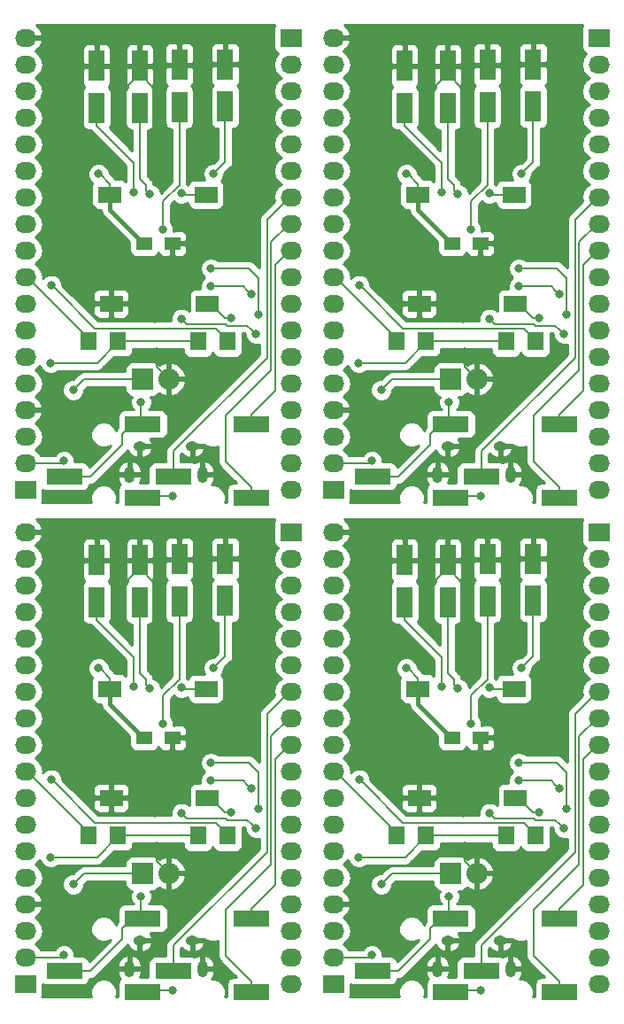
<source format=gbr>
G04 #@! TF.GenerationSoftware,KiCad,Pcbnew,5.0.0-rc2-dev-unknown-ce1bd4c~62~ubuntu16.04.1*
G04 #@! TF.CreationDate,2018-03-08T22:00:34+01:00*
G04 #@! TF.ProjectId,BM20_multi,424D32305F6D756C74692E6B69636164,rev?*
G04 #@! TF.SameCoordinates,Original*
G04 #@! TF.FileFunction,Copper,L1,Top,Signal*
G04 #@! TF.FilePolarity,Positive*
%FSLAX46Y46*%
G04 Gerber Fmt 4.6, Leading zero omitted, Abs format (unit mm)*
G04 Created by KiCad (PCBNEW 5.0.0-rc2-dev-unknown-ce1bd4c~62~ubuntu16.04.1) date Thu Mar  8 22:00:34 2018*
%MOMM*%
%LPD*%
G01*
G04 APERTURE LIST*
%ADD10R,1.597660X1.800860*%
%ADD11R,2.180000X1.600000*%
%ADD12R,3.500000X1.500000*%
%ADD13R,1.500000X1.300000*%
%ADD14R,1.501140X2.999740*%
%ADD15O,2.032000X1.727200*%
%ADD16R,2.032000X1.727200*%
%ADD17O,2.032000X2.032000*%
%ADD18R,2.032000X2.032000*%
%ADD19O,1.000000X1.550000*%
%ADD20O,1.250000X0.950000*%
%ADD21C,0.800000*%
%ADD22C,0.200000*%
%ADD23C,0.400000*%
%ADD24C,0.254000*%
G04 APERTURE END LIST*
D10*
X108625640Y-127038100D03*
X111465360Y-127038100D03*
D11*
X110662770Y-113027680D03*
X119867630Y-113032320D03*
D12*
X113833600Y-141986000D03*
X106333600Y-139986000D03*
X113833600Y-134986000D03*
X124247600Y-134986000D03*
X116747600Y-139986000D03*
X124247600Y-141986000D03*
D13*
X116666000Y-117703600D03*
X113966000Y-117703600D03*
D14*
X121716800Y-104602280D03*
X121716800Y-100604320D03*
X109410500Y-104741980D03*
X109410500Y-100744020D03*
D15*
X128016000Y-141224000D03*
X128016000Y-138684000D03*
X128016000Y-136144000D03*
X128016000Y-133604000D03*
X128016000Y-131064000D03*
X128016000Y-128524000D03*
X128016000Y-125984000D03*
X128016000Y-123444000D03*
X128016000Y-120904000D03*
X128016000Y-118364000D03*
X128016000Y-115824000D03*
X128016000Y-113284000D03*
X128016000Y-110744000D03*
X128016000Y-108204000D03*
X128016000Y-105664000D03*
X128016000Y-103124000D03*
X128016000Y-100584000D03*
D16*
X128016000Y-98044000D03*
D10*
X119115840Y-127063500D03*
X121955560Y-127063500D03*
D14*
X117322600Y-100642420D03*
X117322600Y-104640380D03*
D11*
X110815170Y-123441680D03*
X120020030Y-123446320D03*
D17*
X116344700Y-130670300D03*
D18*
X113804700Y-130670300D03*
D19*
X112553500Y-139796060D03*
X119553500Y-139796060D03*
D20*
X113553500Y-137096060D03*
X118553500Y-137096060D03*
D14*
X113550700Y-104741980D03*
X113550700Y-100744020D03*
D16*
X102616000Y-141224000D03*
D15*
X102616000Y-138684000D03*
X102616000Y-136144000D03*
X102616000Y-133604000D03*
X102616000Y-131064000D03*
X102616000Y-128524000D03*
X102616000Y-125984000D03*
X102616000Y-123444000D03*
X102616000Y-120904000D03*
X102616000Y-118364000D03*
X102616000Y-115824000D03*
X102616000Y-113284000D03*
X102616000Y-110744000D03*
X102616000Y-108204000D03*
X102616000Y-105664000D03*
X102616000Y-103124000D03*
X102616000Y-100584000D03*
X102616000Y-98044000D03*
D10*
X138089640Y-127038100D03*
X140929360Y-127038100D03*
D11*
X140126770Y-113027680D03*
X149331630Y-113032320D03*
D12*
X143297600Y-141986000D03*
X135797600Y-139986000D03*
X143297600Y-134986000D03*
X153711600Y-134986000D03*
X146211600Y-139986000D03*
X153711600Y-141986000D03*
D13*
X146130000Y-117703600D03*
X143430000Y-117703600D03*
D14*
X151180800Y-104602280D03*
X151180800Y-100604320D03*
X138874500Y-104741980D03*
X138874500Y-100744020D03*
D15*
X157480000Y-141224000D03*
X157480000Y-138684000D03*
X157480000Y-136144000D03*
X157480000Y-133604000D03*
X157480000Y-131064000D03*
X157480000Y-128524000D03*
X157480000Y-125984000D03*
X157480000Y-123444000D03*
X157480000Y-120904000D03*
X157480000Y-118364000D03*
X157480000Y-115824000D03*
X157480000Y-113284000D03*
X157480000Y-110744000D03*
X157480000Y-108204000D03*
X157480000Y-105664000D03*
X157480000Y-103124000D03*
X157480000Y-100584000D03*
D16*
X157480000Y-98044000D03*
D10*
X148579840Y-127063500D03*
X151419560Y-127063500D03*
D14*
X146786600Y-100642420D03*
X146786600Y-104640380D03*
D11*
X140279170Y-123441680D03*
X149484030Y-123446320D03*
D17*
X145808700Y-130670300D03*
D18*
X143268700Y-130670300D03*
D19*
X142017500Y-139796060D03*
X149017500Y-139796060D03*
D20*
X143017500Y-137096060D03*
X148017500Y-137096060D03*
D14*
X143014700Y-104741980D03*
X143014700Y-100744020D03*
D16*
X132080000Y-141224000D03*
D15*
X132080000Y-138684000D03*
X132080000Y-136144000D03*
X132080000Y-133604000D03*
X132080000Y-131064000D03*
X132080000Y-128524000D03*
X132080000Y-125984000D03*
X132080000Y-123444000D03*
X132080000Y-120904000D03*
X132080000Y-118364000D03*
X132080000Y-115824000D03*
X132080000Y-113284000D03*
X132080000Y-110744000D03*
X132080000Y-108204000D03*
X132080000Y-105664000D03*
X132080000Y-103124000D03*
X132080000Y-100584000D03*
X132080000Y-98044000D03*
D10*
X138089640Y-79794100D03*
X140929360Y-79794100D03*
D11*
X140126770Y-65783680D03*
X149331630Y-65788320D03*
D12*
X143297600Y-94742000D03*
X135797600Y-92742000D03*
X143297600Y-87742000D03*
X153711600Y-87742000D03*
X146211600Y-92742000D03*
X153711600Y-94742000D03*
D13*
X146130000Y-70459600D03*
X143430000Y-70459600D03*
D14*
X151180800Y-57358280D03*
X151180800Y-53360320D03*
X138874500Y-57497980D03*
X138874500Y-53500020D03*
D15*
X157480000Y-93980000D03*
X157480000Y-91440000D03*
X157480000Y-88900000D03*
X157480000Y-86360000D03*
X157480000Y-83820000D03*
X157480000Y-81280000D03*
X157480000Y-78740000D03*
X157480000Y-76200000D03*
X157480000Y-73660000D03*
X157480000Y-71120000D03*
X157480000Y-68580000D03*
X157480000Y-66040000D03*
X157480000Y-63500000D03*
X157480000Y-60960000D03*
X157480000Y-58420000D03*
X157480000Y-55880000D03*
X157480000Y-53340000D03*
D16*
X157480000Y-50800000D03*
D10*
X148579840Y-79819500D03*
X151419560Y-79819500D03*
D14*
X146786600Y-53398420D03*
X146786600Y-57396380D03*
D11*
X140279170Y-76197680D03*
X149484030Y-76202320D03*
D17*
X145808700Y-83426300D03*
D18*
X143268700Y-83426300D03*
D19*
X142017500Y-92552060D03*
X149017500Y-92552060D03*
D20*
X143017500Y-89852060D03*
X148017500Y-89852060D03*
D14*
X143014700Y-57497980D03*
X143014700Y-53500020D03*
D16*
X132080000Y-93980000D03*
D15*
X132080000Y-91440000D03*
X132080000Y-88900000D03*
X132080000Y-86360000D03*
X132080000Y-83820000D03*
X132080000Y-81280000D03*
X132080000Y-78740000D03*
X132080000Y-76200000D03*
X132080000Y-73660000D03*
X132080000Y-71120000D03*
X132080000Y-68580000D03*
X132080000Y-66040000D03*
X132080000Y-63500000D03*
X132080000Y-60960000D03*
X132080000Y-58420000D03*
X132080000Y-55880000D03*
X132080000Y-53340000D03*
X132080000Y-50800000D03*
D12*
X124247600Y-94742000D03*
X116747600Y-92742000D03*
X124247600Y-87742000D03*
D16*
X128016000Y-50800000D03*
D15*
X128016000Y-53340000D03*
X128016000Y-55880000D03*
X128016000Y-58420000D03*
X128016000Y-60960000D03*
X128016000Y-63500000D03*
X128016000Y-66040000D03*
X128016000Y-68580000D03*
X128016000Y-71120000D03*
X128016000Y-73660000D03*
X128016000Y-76200000D03*
X128016000Y-78740000D03*
X128016000Y-81280000D03*
X128016000Y-83820000D03*
X128016000Y-86360000D03*
X128016000Y-88900000D03*
X128016000Y-91440000D03*
X128016000Y-93980000D03*
X102616000Y-50800000D03*
X102616000Y-53340000D03*
X102616000Y-55880000D03*
X102616000Y-58420000D03*
X102616000Y-60960000D03*
X102616000Y-63500000D03*
X102616000Y-66040000D03*
X102616000Y-68580000D03*
X102616000Y-71120000D03*
X102616000Y-73660000D03*
X102616000Y-76200000D03*
X102616000Y-78740000D03*
X102616000Y-81280000D03*
X102616000Y-83820000D03*
X102616000Y-86360000D03*
X102616000Y-88900000D03*
X102616000Y-91440000D03*
D16*
X102616000Y-93980000D03*
D10*
X111465360Y-79794100D03*
X108625640Y-79794100D03*
X121955560Y-79819500D03*
X119115840Y-79819500D03*
D13*
X113966000Y-70459600D03*
X116666000Y-70459600D03*
D11*
X120020030Y-76202320D03*
X110815170Y-76197680D03*
X119867630Y-65788320D03*
X110662770Y-65783680D03*
D14*
X121716800Y-53360320D03*
X121716800Y-57358280D03*
X117322600Y-57396380D03*
X117322600Y-53398420D03*
X113550700Y-53500020D03*
X113550700Y-57497980D03*
D18*
X113804700Y-83426300D03*
D17*
X116344700Y-83426300D03*
D12*
X113833600Y-87742000D03*
X106333600Y-92742000D03*
X113833600Y-94742000D03*
D20*
X118553500Y-89852060D03*
X113553500Y-89852060D03*
D19*
X119553500Y-92552060D03*
X112553500Y-92552060D03*
D14*
X109410500Y-53500020D03*
X109410500Y-57497980D03*
D21*
X124891800Y-124523500D03*
X122239078Y-124853700D03*
X113677700Y-132842000D03*
X115762000Y-116342149D03*
X105092500Y-121678700D03*
X114846100Y-107975400D03*
X114515900Y-113004600D03*
X124193300Y-122567700D03*
X120330990Y-120091200D03*
X117525800Y-112928400D03*
X115138200Y-128041400D03*
X112966500Y-112839500D03*
X120586500Y-111036100D03*
X106286300Y-138506200D03*
X119824500Y-132867400D03*
X116713000Y-141884400D03*
X119126000Y-108521500D03*
X111239300Y-110134400D03*
X111506000Y-106184700D03*
X114960400Y-124929900D03*
X108115100Y-115036600D03*
X117538500Y-124904500D03*
X105029000Y-129146300D03*
X109601000Y-111074200D03*
X124650500Y-126365000D03*
X120330990Y-121793000D03*
X107175300Y-131724400D03*
X154355800Y-124523500D03*
X151703078Y-124853700D03*
X143141700Y-132842000D03*
X145226000Y-116342149D03*
X134556500Y-121678700D03*
X144310100Y-107975400D03*
X143979900Y-113004600D03*
X153657300Y-122567700D03*
X149794990Y-120091200D03*
X146989800Y-112928400D03*
X144602200Y-128041400D03*
X142430500Y-112839500D03*
X150050500Y-111036100D03*
X135750300Y-138506200D03*
X149288500Y-132867400D03*
X146177000Y-141884400D03*
X148590000Y-108521500D03*
X140703300Y-110134400D03*
X140970000Y-106184700D03*
X144424400Y-124929900D03*
X137579100Y-115036600D03*
X147002500Y-124904500D03*
X134493000Y-129146300D03*
X139065000Y-111074200D03*
X154114500Y-126365000D03*
X149794990Y-121793000D03*
X136639300Y-131724400D03*
X154355800Y-77279500D03*
X151703078Y-77609700D03*
X143141700Y-85598000D03*
X145226000Y-69098149D03*
X134556500Y-74434700D03*
X144310100Y-60731400D03*
X143979900Y-65760600D03*
X153657300Y-75323700D03*
X149794990Y-72847200D03*
X146989800Y-65684400D03*
X144602200Y-80797400D03*
X142430500Y-65595500D03*
X150050500Y-63792100D03*
X135750300Y-91262200D03*
X149288500Y-85623400D03*
X146177000Y-94640400D03*
X148590000Y-61277500D03*
X140703300Y-62890400D03*
X140970000Y-58940700D03*
X144424400Y-77685900D03*
X137579100Y-67792600D03*
X147002500Y-77660500D03*
X134493000Y-81902300D03*
X139065000Y-63830200D03*
X154114500Y-79121000D03*
X149794990Y-74549000D03*
X136639300Y-84480400D03*
X124193300Y-75323700D03*
X120330990Y-74549000D03*
X124891800Y-77279500D03*
X120330990Y-72847200D03*
X124650500Y-79121000D03*
X117538500Y-77660500D03*
X120586500Y-63792100D03*
X122239078Y-77609700D03*
X105092500Y-74434700D03*
X109601000Y-63830200D03*
X117525800Y-65684400D03*
X105029000Y-81902300D03*
X112966500Y-65595500D03*
X107175300Y-84480400D03*
X114515900Y-65760600D03*
X106286300Y-91262200D03*
X114846100Y-60731400D03*
X111506000Y-58940700D03*
X119126000Y-61277500D03*
X111239300Y-62890400D03*
X108115100Y-67792600D03*
X114960400Y-77685900D03*
X115138200Y-80797400D03*
X119824500Y-85623400D03*
X115762000Y-69098149D03*
X113677700Y-85598000D03*
X116713000Y-94640400D03*
D22*
X106333600Y-139986000D02*
X108833600Y-139986000D01*
X111883600Y-135936000D02*
X112833600Y-134986000D01*
X108833600Y-139986000D02*
X111883600Y-136936000D01*
X111883600Y-136936000D02*
X111883600Y-135936000D01*
X119824500Y-132867400D02*
X117627400Y-130670300D01*
X124250501Y-125965001D02*
X124650500Y-126365000D01*
X113935200Y-141884400D02*
X113833600Y-141986000D01*
X111465360Y-127038100D02*
X111465360Y-127139700D01*
X120330990Y-121793000D02*
X123418600Y-121793000D01*
X113677700Y-134830100D02*
X113833600Y-134986000D01*
D23*
X110662770Y-113027680D02*
X110662770Y-114500370D01*
D22*
X110662770Y-112027680D02*
X109709290Y-111074200D01*
X121955560Y-126961900D02*
X120831329Y-125837669D01*
X109709290Y-111074200D02*
X109601000Y-111074200D01*
X111465360Y-127139700D02*
X109458760Y-129146300D01*
X121717410Y-124853700D02*
X122239078Y-124853700D01*
X108115100Y-114470915D02*
X107708700Y-114064515D01*
X112966500Y-112273815D02*
X112966500Y-112839500D01*
X112966500Y-109997850D02*
X112966500Y-112273815D01*
X113804700Y-130670300D02*
X108229400Y-130670300D01*
X124924500Y-124490800D02*
X124891800Y-124523500D01*
X117322600Y-104640380D02*
X117322600Y-112133696D01*
X123418600Y-121793000D02*
X123793301Y-122167701D01*
X120020030Y-123446320D02*
X120310030Y-123446320D01*
X121955560Y-127063500D02*
X121955560Y-126961900D01*
X108625640Y-126761240D02*
X102768400Y-120904000D01*
X117629720Y-113032320D02*
X117525800Y-112928400D01*
X124924500Y-121005600D02*
X124924500Y-124490800D01*
D23*
X113866000Y-117703600D02*
X113966000Y-117703600D01*
D22*
X113550700Y-101493320D02*
X114846100Y-102788720D01*
X113472180Y-123441680D02*
X110815170Y-123441680D01*
X111465360Y-127038100D02*
X119090440Y-127038100D01*
X119126000Y-107955815D02*
X119126000Y-108521500D01*
X120831329Y-125837669D02*
X109251469Y-125837669D01*
X119090440Y-127038100D02*
X119115840Y-127063500D01*
X108229400Y-130670300D02*
X107575299Y-131324401D01*
X109410500Y-104741980D02*
X109410500Y-106441850D01*
X121716800Y-104602280D02*
X121716800Y-109905800D01*
X114115901Y-112101997D02*
X114115901Y-112604601D01*
X123793301Y-122167701D02*
X124193300Y-122567700D01*
X117322600Y-112133696D02*
X115762000Y-113694296D01*
D23*
X110662770Y-114500370D02*
X113866000Y-117703600D01*
D22*
X102616000Y-138684000D02*
X106108500Y-138684000D01*
X123839201Y-125553701D02*
X124250501Y-125965001D01*
X121903077Y-125553701D02*
X123839201Y-125553701D01*
X115762000Y-115776464D02*
X115762000Y-116342149D01*
X124010100Y-120091200D02*
X124924500Y-121005600D01*
X109486700Y-109474000D02*
X110578900Y-109474000D01*
X117627400Y-130670300D02*
X116344700Y-130670300D01*
X115762000Y-113694296D02*
X115762000Y-115776464D01*
X114960400Y-124929900D02*
X113472180Y-123441680D01*
X113550700Y-100744020D02*
X113550700Y-101493320D01*
X113677700Y-132842000D02*
X113677700Y-134830100D01*
X116344700Y-130670300D02*
X115138200Y-129463800D01*
X119329200Y-107188000D02*
X119126000Y-107391200D01*
X102768400Y-120904000D02*
X102616000Y-120904000D01*
X121716800Y-109905800D02*
X120586500Y-111036100D01*
X109251469Y-125837669D02*
X105492499Y-122078699D01*
X111506000Y-105619015D02*
X111506000Y-106184700D01*
X115138200Y-129463800D02*
X115138200Y-128041400D01*
X107708700Y-111252000D02*
X109486700Y-109474000D01*
X113550700Y-101493320D02*
X111506000Y-103538020D01*
X119126000Y-107391200D02*
X119126000Y-107955815D01*
X110578900Y-109474000D02*
X111239300Y-110134400D01*
X112833600Y-134986000D02*
X113833600Y-134986000D01*
X120310030Y-123446320D02*
X121717410Y-124853700D01*
X114846100Y-107409715D02*
X114846100Y-107975400D01*
X114846100Y-102788720D02*
X114846100Y-107409715D01*
X105594685Y-129146300D02*
X105029000Y-129146300D01*
X119867630Y-113032320D02*
X117629720Y-113032320D01*
X109458760Y-129146300D02*
X105594685Y-129146300D01*
X118071659Y-125437659D02*
X121787035Y-125437659D01*
X121787035Y-125437659D02*
X121903077Y-125553701D01*
X108625640Y-127038100D02*
X108625640Y-126761240D01*
X110662770Y-113027680D02*
X110662770Y-112027680D01*
X105492499Y-122078699D02*
X105092500Y-121678700D01*
X116713000Y-141884400D02*
X113935200Y-141884400D01*
X117538500Y-124904500D02*
X118071659Y-125437659D01*
X113550700Y-111536796D02*
X114115901Y-112101997D01*
X106108500Y-138684000D02*
X106286300Y-138506200D01*
X128016000Y-118364000D02*
X127863600Y-118364000D01*
X116747600Y-139986000D02*
X116747600Y-137569900D01*
X126091911Y-129851189D02*
X126091911Y-128791289D01*
X126492000Y-128956900D02*
X126492000Y-131791600D01*
X127863600Y-115824000D02*
X128016000Y-115824000D01*
X126104611Y-128778589D02*
X126104611Y-117582989D01*
X124247600Y-134036000D02*
X124247600Y-134986000D01*
X126504622Y-119722978D02*
X126504622Y-128944278D01*
X124247600Y-141986000D02*
X124247600Y-141036000D01*
X125704600Y-115443000D02*
X127863600Y-113284000D01*
X116747600Y-137569900D02*
X125704600Y-128612900D01*
X127863600Y-113284000D02*
X128016000Y-113284000D01*
X126492000Y-131791600D02*
X124247600Y-134036000D01*
X127863600Y-118364000D02*
X126504622Y-119722978D01*
X126091911Y-128791289D02*
X126104611Y-128778589D01*
X126504622Y-128944278D02*
X126492000Y-128956900D01*
X126104611Y-117582989D02*
X127863600Y-115824000D01*
X121754900Y-134188200D02*
X126091911Y-129851189D01*
X124247600Y-141036000D02*
X121754900Y-138543300D01*
X125704600Y-128612900D02*
X125704600Y-115443000D01*
X121754900Y-138543300D02*
X121754900Y-134188200D01*
X111506000Y-103538020D02*
X111506000Y-105619015D01*
X108115100Y-115036600D02*
X108115100Y-114470915D01*
X107708700Y-114064515D02*
X107708700Y-111252000D01*
X113550700Y-104741980D02*
X113550700Y-111536796D01*
X120330990Y-120091200D02*
X124010100Y-120091200D01*
X109410500Y-106441850D02*
X112966500Y-109997850D01*
X114115901Y-112604601D02*
X114515900Y-113004600D01*
X107575299Y-131324401D02*
X107175300Y-131724400D01*
X135797600Y-139986000D02*
X138297600Y-139986000D01*
X141347600Y-135936000D02*
X142297600Y-134986000D01*
X138297600Y-139986000D02*
X141347600Y-136936000D01*
X141347600Y-136936000D02*
X141347600Y-135936000D01*
X149288500Y-132867400D02*
X147091400Y-130670300D01*
X153714501Y-125965001D02*
X154114500Y-126365000D01*
X143399200Y-141884400D02*
X143297600Y-141986000D01*
X140929360Y-127038100D02*
X140929360Y-127139700D01*
X149794990Y-121793000D02*
X152882600Y-121793000D01*
X143141700Y-134830100D02*
X143297600Y-134986000D01*
D23*
X140126770Y-113027680D02*
X140126770Y-114500370D01*
D22*
X140126770Y-112027680D02*
X139173290Y-111074200D01*
X151419560Y-126961900D02*
X150295329Y-125837669D01*
X139173290Y-111074200D02*
X139065000Y-111074200D01*
X140929360Y-127139700D02*
X138922760Y-129146300D01*
X151181410Y-124853700D02*
X151703078Y-124853700D01*
X137579100Y-114470915D02*
X137172700Y-114064515D01*
X142430500Y-112273815D02*
X142430500Y-112839500D01*
X142430500Y-109997850D02*
X142430500Y-112273815D01*
X143268700Y-130670300D02*
X137693400Y-130670300D01*
X154388500Y-124490800D02*
X154355800Y-124523500D01*
X146786600Y-104640380D02*
X146786600Y-112133696D01*
X152882600Y-121793000D02*
X153257301Y-122167701D01*
X149484030Y-123446320D02*
X149774030Y-123446320D01*
X151419560Y-127063500D02*
X151419560Y-126961900D01*
X138089640Y-126761240D02*
X132232400Y-120904000D01*
X147093720Y-113032320D02*
X146989800Y-112928400D01*
X154388500Y-121005600D02*
X154388500Y-124490800D01*
D23*
X143330000Y-117703600D02*
X143430000Y-117703600D01*
D22*
X143014700Y-101493320D02*
X144310100Y-102788720D01*
X142936180Y-123441680D02*
X140279170Y-123441680D01*
X140929360Y-127038100D02*
X148554440Y-127038100D01*
X148590000Y-107955815D02*
X148590000Y-108521500D01*
X150295329Y-125837669D02*
X138715469Y-125837669D01*
X148554440Y-127038100D02*
X148579840Y-127063500D01*
X137693400Y-130670300D02*
X137039299Y-131324401D01*
X138874500Y-104741980D02*
X138874500Y-106441850D01*
X151180800Y-104602280D02*
X151180800Y-109905800D01*
X143579901Y-112101997D02*
X143579901Y-112604601D01*
X153257301Y-122167701D02*
X153657300Y-122567700D01*
X146786600Y-112133696D02*
X145226000Y-113694296D01*
D23*
X140126770Y-114500370D02*
X143330000Y-117703600D01*
D22*
X132080000Y-138684000D02*
X135572500Y-138684000D01*
X153303201Y-125553701D02*
X153714501Y-125965001D01*
X151367077Y-125553701D02*
X153303201Y-125553701D01*
X145226000Y-115776464D02*
X145226000Y-116342149D01*
X153474100Y-120091200D02*
X154388500Y-121005600D01*
X138950700Y-109474000D02*
X140042900Y-109474000D01*
X147091400Y-130670300D02*
X145808700Y-130670300D01*
X145226000Y-113694296D02*
X145226000Y-115776464D01*
X144424400Y-124929900D02*
X142936180Y-123441680D01*
X143014700Y-100744020D02*
X143014700Y-101493320D01*
X143141700Y-132842000D02*
X143141700Y-134830100D01*
X145808700Y-130670300D02*
X144602200Y-129463800D01*
X148793200Y-107188000D02*
X148590000Y-107391200D01*
X132232400Y-120904000D02*
X132080000Y-120904000D01*
X151180800Y-109905800D02*
X150050500Y-111036100D01*
X138715469Y-125837669D02*
X134956499Y-122078699D01*
X140970000Y-105619015D02*
X140970000Y-106184700D01*
X144602200Y-129463800D02*
X144602200Y-128041400D01*
X137172700Y-111252000D02*
X138950700Y-109474000D01*
X143014700Y-101493320D02*
X140970000Y-103538020D01*
X148590000Y-107391200D02*
X148590000Y-107955815D01*
X140042900Y-109474000D02*
X140703300Y-110134400D01*
X142297600Y-134986000D02*
X143297600Y-134986000D01*
X149774030Y-123446320D02*
X151181410Y-124853700D01*
X144310100Y-107409715D02*
X144310100Y-107975400D01*
X144310100Y-102788720D02*
X144310100Y-107409715D01*
X135058685Y-129146300D02*
X134493000Y-129146300D01*
X149331630Y-113032320D02*
X147093720Y-113032320D01*
X138922760Y-129146300D02*
X135058685Y-129146300D01*
X147535659Y-125437659D02*
X151251035Y-125437659D01*
X151251035Y-125437659D02*
X151367077Y-125553701D01*
X138089640Y-127038100D02*
X138089640Y-126761240D01*
X140126770Y-113027680D02*
X140126770Y-112027680D01*
X134956499Y-122078699D02*
X134556500Y-121678700D01*
X146177000Y-141884400D02*
X143399200Y-141884400D01*
X147002500Y-124904500D02*
X147535659Y-125437659D01*
X143014700Y-111536796D02*
X143579901Y-112101997D01*
X135572500Y-138684000D02*
X135750300Y-138506200D01*
X157480000Y-118364000D02*
X157327600Y-118364000D01*
X146211600Y-139986000D02*
X146211600Y-137569900D01*
X155555911Y-129851189D02*
X155555911Y-128791289D01*
X155956000Y-128956900D02*
X155956000Y-131791600D01*
X157327600Y-115824000D02*
X157480000Y-115824000D01*
X155568611Y-128778589D02*
X155568611Y-117582989D01*
X153711600Y-134036000D02*
X153711600Y-134986000D01*
X155968622Y-119722978D02*
X155968622Y-128944278D01*
X153711600Y-141986000D02*
X153711600Y-141036000D01*
X155168600Y-115443000D02*
X157327600Y-113284000D01*
X146211600Y-137569900D02*
X155168600Y-128612900D01*
X157327600Y-113284000D02*
X157480000Y-113284000D01*
X155956000Y-131791600D02*
X153711600Y-134036000D01*
X157327600Y-118364000D02*
X155968622Y-119722978D01*
X155555911Y-128791289D02*
X155568611Y-128778589D01*
X155968622Y-128944278D02*
X155956000Y-128956900D01*
X155568611Y-117582989D02*
X157327600Y-115824000D01*
X151218900Y-134188200D02*
X155555911Y-129851189D01*
X153711600Y-141036000D02*
X151218900Y-138543300D01*
X155168600Y-128612900D02*
X155168600Y-115443000D01*
X151218900Y-138543300D02*
X151218900Y-134188200D01*
X140970000Y-103538020D02*
X140970000Y-105619015D01*
X137579100Y-115036600D02*
X137579100Y-114470915D01*
X137172700Y-114064515D02*
X137172700Y-111252000D01*
X143014700Y-104741980D02*
X143014700Y-111536796D01*
X149794990Y-120091200D02*
X153474100Y-120091200D01*
X138874500Y-106441850D02*
X142430500Y-109997850D01*
X143579901Y-112604601D02*
X143979900Y-113004600D01*
X137039299Y-131324401D02*
X136639300Y-131724400D01*
X135797600Y-92742000D02*
X138297600Y-92742000D01*
X141347600Y-88692000D02*
X142297600Y-87742000D01*
X138297600Y-92742000D02*
X141347600Y-89692000D01*
X141347600Y-89692000D02*
X141347600Y-88692000D01*
X149288500Y-85623400D02*
X147091400Y-83426300D01*
X153714501Y-78721001D02*
X154114500Y-79121000D01*
X143399200Y-94640400D02*
X143297600Y-94742000D01*
X140929360Y-79794100D02*
X140929360Y-79895700D01*
X149794990Y-74549000D02*
X152882600Y-74549000D01*
X143141700Y-87586100D02*
X143297600Y-87742000D01*
D23*
X140126770Y-65783680D02*
X140126770Y-67256370D01*
D22*
X140126770Y-64783680D02*
X139173290Y-63830200D01*
X151419560Y-79717900D02*
X150295329Y-78593669D01*
X139173290Y-63830200D02*
X139065000Y-63830200D01*
X140929360Y-79895700D02*
X138922760Y-81902300D01*
X151181410Y-77609700D02*
X151703078Y-77609700D01*
X137579100Y-67226915D02*
X137172700Y-66820515D01*
X142430500Y-65029815D02*
X142430500Y-65595500D01*
X142430500Y-62753850D02*
X142430500Y-65029815D01*
X143268700Y-83426300D02*
X137693400Y-83426300D01*
X154388500Y-77246800D02*
X154355800Y-77279500D01*
X146786600Y-57396380D02*
X146786600Y-64889696D01*
X152882600Y-74549000D02*
X153257301Y-74923701D01*
X149484030Y-76202320D02*
X149774030Y-76202320D01*
X151419560Y-79819500D02*
X151419560Y-79717900D01*
X138089640Y-79517240D02*
X132232400Y-73660000D01*
X147093720Y-65788320D02*
X146989800Y-65684400D01*
X154388500Y-73761600D02*
X154388500Y-77246800D01*
D23*
X143330000Y-70459600D02*
X143430000Y-70459600D01*
D22*
X143014700Y-54249320D02*
X144310100Y-55544720D01*
X142936180Y-76197680D02*
X140279170Y-76197680D01*
X140929360Y-79794100D02*
X148554440Y-79794100D01*
X148590000Y-60711815D02*
X148590000Y-61277500D01*
X150295329Y-78593669D02*
X138715469Y-78593669D01*
X148554440Y-79794100D02*
X148579840Y-79819500D01*
X137693400Y-83426300D02*
X137039299Y-84080401D01*
X138874500Y-57497980D02*
X138874500Y-59197850D01*
X151180800Y-57358280D02*
X151180800Y-62661800D01*
X143579901Y-64857997D02*
X143579901Y-65360601D01*
X153257301Y-74923701D02*
X153657300Y-75323700D01*
X146786600Y-64889696D02*
X145226000Y-66450296D01*
D23*
X140126770Y-67256370D02*
X143330000Y-70459600D01*
D22*
X132080000Y-91440000D02*
X135572500Y-91440000D01*
X153303201Y-78309701D02*
X153714501Y-78721001D01*
X151367077Y-78309701D02*
X153303201Y-78309701D01*
X145226000Y-68532464D02*
X145226000Y-69098149D01*
X153474100Y-72847200D02*
X154388500Y-73761600D01*
X138950700Y-62230000D02*
X140042900Y-62230000D01*
X147091400Y-83426300D02*
X145808700Y-83426300D01*
X145226000Y-66450296D02*
X145226000Y-68532464D01*
X144424400Y-77685900D02*
X142936180Y-76197680D01*
X143014700Y-53500020D02*
X143014700Y-54249320D01*
X143141700Y-85598000D02*
X143141700Y-87586100D01*
X145808700Y-83426300D02*
X144602200Y-82219800D01*
X148793200Y-59944000D02*
X148590000Y-60147200D01*
X132232400Y-73660000D02*
X132080000Y-73660000D01*
X151180800Y-62661800D02*
X150050500Y-63792100D01*
X138715469Y-78593669D02*
X134956499Y-74834699D01*
X140970000Y-58375015D02*
X140970000Y-58940700D01*
X144602200Y-82219800D02*
X144602200Y-80797400D01*
X137172700Y-64008000D02*
X138950700Y-62230000D01*
X143014700Y-54249320D02*
X140970000Y-56294020D01*
X148590000Y-60147200D02*
X148590000Y-60711815D01*
X140042900Y-62230000D02*
X140703300Y-62890400D01*
X142297600Y-87742000D02*
X143297600Y-87742000D01*
X149774030Y-76202320D02*
X151181410Y-77609700D01*
X144310100Y-60165715D02*
X144310100Y-60731400D01*
X144310100Y-55544720D02*
X144310100Y-60165715D01*
X135058685Y-81902300D02*
X134493000Y-81902300D01*
X149331630Y-65788320D02*
X147093720Y-65788320D01*
X138922760Y-81902300D02*
X135058685Y-81902300D01*
X147535659Y-78193659D02*
X151251035Y-78193659D01*
X151251035Y-78193659D02*
X151367077Y-78309701D01*
X138089640Y-79794100D02*
X138089640Y-79517240D01*
X140126770Y-65783680D02*
X140126770Y-64783680D01*
X134956499Y-74834699D02*
X134556500Y-74434700D01*
X146177000Y-94640400D02*
X143399200Y-94640400D01*
X147002500Y-77660500D02*
X147535659Y-78193659D01*
X143014700Y-64292796D02*
X143579901Y-64857997D01*
X135572500Y-91440000D02*
X135750300Y-91262200D01*
X157480000Y-71120000D02*
X157327600Y-71120000D01*
X146211600Y-92742000D02*
X146211600Y-90325900D01*
X155555911Y-82607189D02*
X155555911Y-81547289D01*
X155956000Y-81712900D02*
X155956000Y-84547600D01*
X157327600Y-68580000D02*
X157480000Y-68580000D01*
X155568611Y-81534589D02*
X155568611Y-70338989D01*
X153711600Y-86792000D02*
X153711600Y-87742000D01*
X155968622Y-72478978D02*
X155968622Y-81700278D01*
X153711600Y-94742000D02*
X153711600Y-93792000D01*
X155168600Y-68199000D02*
X157327600Y-66040000D01*
X146211600Y-90325900D02*
X155168600Y-81368900D01*
X157327600Y-66040000D02*
X157480000Y-66040000D01*
X155956000Y-84547600D02*
X153711600Y-86792000D01*
X157327600Y-71120000D02*
X155968622Y-72478978D01*
X155555911Y-81547289D02*
X155568611Y-81534589D01*
X155968622Y-81700278D02*
X155956000Y-81712900D01*
X155568611Y-70338989D02*
X157327600Y-68580000D01*
X151218900Y-86944200D02*
X155555911Y-82607189D01*
X153711600Y-93792000D02*
X151218900Y-91299300D01*
X155168600Y-81368900D02*
X155168600Y-68199000D01*
X151218900Y-91299300D02*
X151218900Y-86944200D01*
X140970000Y-56294020D02*
X140970000Y-58375015D01*
X137579100Y-67792600D02*
X137579100Y-67226915D01*
X137172700Y-66820515D02*
X137172700Y-64008000D01*
X143014700Y-57497980D02*
X143014700Y-64292796D01*
X149794990Y-72847200D02*
X153474100Y-72847200D01*
X138874500Y-59197850D02*
X142430500Y-62753850D01*
X143579901Y-65360601D02*
X143979900Y-65760600D01*
X137039299Y-84080401D02*
X136639300Y-84480400D01*
X127863600Y-66040000D02*
X128016000Y-66040000D01*
X116747600Y-90325900D02*
X125704600Y-81368900D01*
X116747600Y-92742000D02*
X116747600Y-90325900D01*
X125704600Y-81368900D02*
X125704600Y-68199000D01*
X125704600Y-68199000D02*
X127863600Y-66040000D01*
X121754900Y-86944200D02*
X126091911Y-82607189D01*
X126104611Y-81534589D02*
X126104611Y-70338989D01*
X126091911Y-81547289D02*
X126104611Y-81534589D01*
X126104611Y-70338989D02*
X127863600Y-68580000D01*
X127863600Y-68580000D02*
X128016000Y-68580000D01*
X121754900Y-91299300D02*
X121754900Y-86944200D01*
X124247600Y-93792000D02*
X121754900Y-91299300D01*
X126091911Y-82607189D02*
X126091911Y-81547289D01*
X124247600Y-94742000D02*
X124247600Y-93792000D01*
X126492000Y-84547600D02*
X124247600Y-86792000D01*
X126504622Y-81700278D02*
X126492000Y-81712900D01*
X126504622Y-72478978D02*
X126504622Y-81700278D01*
X127863600Y-71120000D02*
X126504622Y-72478978D01*
X126492000Y-81712900D02*
X126492000Y-84547600D01*
X128016000Y-71120000D02*
X127863600Y-71120000D01*
X124247600Y-86792000D02*
X124247600Y-87742000D01*
X120330990Y-74549000D02*
X123418600Y-74549000D01*
X123793301Y-74923701D02*
X124193300Y-75323700D01*
X123418600Y-74549000D02*
X123793301Y-74923701D01*
X120330990Y-72847200D02*
X124010100Y-72847200D01*
X124010100Y-72847200D02*
X124924500Y-73761600D01*
X124924500Y-73761600D02*
X124924500Y-77246800D01*
X124924500Y-77246800D02*
X124891800Y-77279500D01*
X123839201Y-78309701D02*
X124250501Y-78721001D01*
X121903077Y-78309701D02*
X123839201Y-78309701D01*
X124250501Y-78721001D02*
X124650500Y-79121000D01*
X117538500Y-77660500D02*
X118071659Y-78193659D01*
X118071659Y-78193659D02*
X121787035Y-78193659D01*
X121787035Y-78193659D02*
X121903077Y-78309701D01*
X121716800Y-57358280D02*
X121716800Y-62661800D01*
X121716800Y-62661800D02*
X120586500Y-63792100D01*
X120020030Y-76202320D02*
X120310030Y-76202320D01*
X121717410Y-77609700D02*
X122239078Y-77609700D01*
X120310030Y-76202320D02*
X121717410Y-77609700D01*
X108625640Y-79794100D02*
X108625640Y-79517240D01*
X108625640Y-79517240D02*
X102768400Y-73660000D01*
X102768400Y-73660000D02*
X102616000Y-73660000D01*
X120831329Y-78593669D02*
X109251469Y-78593669D01*
X109251469Y-78593669D02*
X105492499Y-74834699D01*
X105492499Y-74834699D02*
X105092500Y-74434700D01*
X121955560Y-79819500D02*
X121955560Y-79717900D01*
X121955560Y-79717900D02*
X120831329Y-78593669D01*
X110662770Y-65783680D02*
X110662770Y-64783680D01*
X109709290Y-63830200D02*
X109601000Y-63830200D01*
X110662770Y-64783680D02*
X109709290Y-63830200D01*
D23*
X110662770Y-65783680D02*
X110662770Y-67256370D01*
X110662770Y-67256370D02*
X113866000Y-70459600D01*
X113866000Y-70459600D02*
X113966000Y-70459600D01*
D22*
X119867630Y-65788320D02*
X117629720Y-65788320D01*
X117629720Y-65788320D02*
X117525800Y-65684400D01*
X109458760Y-81902300D02*
X105594685Y-81902300D01*
X111465360Y-79895700D02*
X109458760Y-81902300D01*
X105594685Y-81902300D02*
X105029000Y-81902300D01*
X111465360Y-79794100D02*
X111465360Y-79895700D01*
X111465360Y-79794100D02*
X119090440Y-79794100D01*
X119090440Y-79794100D02*
X119115840Y-79819500D01*
X109410500Y-57497980D02*
X109410500Y-59197850D01*
X109410500Y-59197850D02*
X112966500Y-62753850D01*
X112966500Y-65029815D02*
X112966500Y-65595500D01*
X112966500Y-62753850D02*
X112966500Y-65029815D01*
X108229400Y-83426300D02*
X107575299Y-84080401D01*
X107575299Y-84080401D02*
X107175300Y-84480400D01*
X113804700Y-83426300D02*
X108229400Y-83426300D01*
X114115901Y-65360601D02*
X114515900Y-65760600D01*
X114115901Y-64857997D02*
X114115901Y-65360601D01*
X113550700Y-64292796D02*
X114115901Y-64857997D01*
X113550700Y-57497980D02*
X113550700Y-64292796D01*
X106108500Y-91440000D02*
X106286300Y-91262200D01*
X102616000Y-91440000D02*
X106108500Y-91440000D01*
X114846100Y-55544720D02*
X114846100Y-60165715D01*
X114846100Y-60165715D02*
X114846100Y-60731400D01*
X113550700Y-54249320D02*
X114846100Y-55544720D01*
X111506000Y-56294020D02*
X111506000Y-58375015D01*
X111506000Y-58375015D02*
X111506000Y-58940700D01*
X113550700Y-54249320D02*
X111506000Y-56294020D01*
X113550700Y-53500020D02*
X113550700Y-54249320D01*
X119126000Y-60147200D02*
X119126000Y-60711815D01*
X119329200Y-59944000D02*
X119126000Y-60147200D01*
X119126000Y-60711815D02*
X119126000Y-61277500D01*
X109486700Y-62230000D02*
X110578900Y-62230000D01*
X110578900Y-62230000D02*
X111239300Y-62890400D01*
X107708700Y-64008000D02*
X109486700Y-62230000D01*
X107708700Y-66820515D02*
X107708700Y-64008000D01*
X108115100Y-67792600D02*
X108115100Y-67226915D01*
X108115100Y-67226915D02*
X107708700Y-66820515D01*
X114960400Y-77685900D02*
X113472180Y-76197680D01*
X113472180Y-76197680D02*
X110815170Y-76197680D01*
X116344700Y-83426300D02*
X115138200Y-82219800D01*
X115138200Y-82219800D02*
X115138200Y-80797400D01*
X119824500Y-85623400D02*
X117627400Y-83426300D01*
X117627400Y-83426300D02*
X116344700Y-83426300D01*
X115762000Y-68532464D02*
X115762000Y-69098149D01*
X115762000Y-66450296D02*
X115762000Y-68532464D01*
X117322600Y-64889696D02*
X115762000Y-66450296D01*
X117322600Y-57396380D02*
X117322600Y-64889696D01*
X106333600Y-92742000D02*
X108833600Y-92742000D01*
X108833600Y-92742000D02*
X111883600Y-89692000D01*
X111883600Y-89692000D02*
X111883600Y-88692000D01*
X111883600Y-88692000D02*
X112833600Y-87742000D01*
X112833600Y-87742000D02*
X113833600Y-87742000D01*
X113677700Y-85598000D02*
X113677700Y-87586100D01*
X113677700Y-87586100D02*
X113833600Y-87742000D01*
X116713000Y-94640400D02*
X113935200Y-94640400D01*
X113935200Y-94640400D02*
X113833600Y-94742000D01*
D24*
G36*
X119798029Y-89788982D02*
X120251943Y-89977000D01*
X120743257Y-89977000D01*
X121019900Y-89862410D01*
X121019900Y-91226916D01*
X121005502Y-91299300D01*
X121019900Y-91371684D01*
X121019900Y-91371687D01*
X121062546Y-91586082D01*
X121224995Y-91829205D01*
X121286365Y-91870211D01*
X122760713Y-93344560D01*
X122497600Y-93344560D01*
X122249835Y-93393843D01*
X122039791Y-93534191D01*
X121899443Y-93744235D01*
X121850160Y-93992000D01*
X121850160Y-95177000D01*
X121654171Y-95177000D01*
X121732600Y-94987657D01*
X121732600Y-94496343D01*
X121544582Y-94042429D01*
X121197171Y-93695018D01*
X120743257Y-93507000D01*
X120445363Y-93507000D01*
X120553502Y-93378738D01*
X120688500Y-92954060D01*
X120688500Y-92679060D01*
X119680500Y-92679060D01*
X119680500Y-92699060D01*
X119426500Y-92699060D01*
X119426500Y-92679060D01*
X119406500Y-92679060D01*
X119406500Y-92425060D01*
X119426500Y-92425060D01*
X119426500Y-91309106D01*
X119680500Y-91309106D01*
X119680500Y-92425060D01*
X120688500Y-92425060D01*
X120688500Y-92150060D01*
X120553502Y-91725382D01*
X120266263Y-91384692D01*
X119855374Y-91182941D01*
X119680500Y-91309106D01*
X119426500Y-91309106D01*
X119251626Y-91182941D01*
X118840737Y-91384692D01*
X118801435Y-91431308D01*
X118745365Y-91393843D01*
X118497600Y-91344560D01*
X117482600Y-91344560D01*
X117482600Y-90630346D01*
X117555641Y-90557305D01*
X117842451Y-90811628D01*
X118252369Y-90953289D01*
X118426500Y-90804623D01*
X118426500Y-89979060D01*
X118680500Y-89979060D01*
X118680500Y-90804623D01*
X118854631Y-90953289D01*
X119264549Y-90811628D01*
X119589052Y-90523881D01*
X119772768Y-90149998D01*
X119646234Y-89979060D01*
X118680500Y-89979060D01*
X118426500Y-89979060D01*
X118406500Y-89979060D01*
X118406500Y-89725060D01*
X118426500Y-89725060D01*
X118426500Y-89705060D01*
X118680500Y-89705060D01*
X118680500Y-89725060D01*
X119646234Y-89725060D01*
X119683612Y-89674565D01*
X119798029Y-89788982D01*
X119798029Y-89788982D01*
G37*
X119798029Y-89788982D02*
X120251943Y-89977000D01*
X120743257Y-89977000D01*
X121019900Y-89862410D01*
X121019900Y-91226916D01*
X121005502Y-91299300D01*
X121019900Y-91371684D01*
X121019900Y-91371687D01*
X121062546Y-91586082D01*
X121224995Y-91829205D01*
X121286365Y-91870211D01*
X122760713Y-93344560D01*
X122497600Y-93344560D01*
X122249835Y-93393843D01*
X122039791Y-93534191D01*
X121899443Y-93744235D01*
X121850160Y-93992000D01*
X121850160Y-95177000D01*
X121654171Y-95177000D01*
X121732600Y-94987657D01*
X121732600Y-94496343D01*
X121544582Y-94042429D01*
X121197171Y-93695018D01*
X120743257Y-93507000D01*
X120445363Y-93507000D01*
X120553502Y-93378738D01*
X120688500Y-92954060D01*
X120688500Y-92679060D01*
X119680500Y-92679060D01*
X119680500Y-92699060D01*
X119426500Y-92699060D01*
X119426500Y-92679060D01*
X119406500Y-92679060D01*
X119406500Y-92425060D01*
X119426500Y-92425060D01*
X119426500Y-91309106D01*
X119680500Y-91309106D01*
X119680500Y-92425060D01*
X120688500Y-92425060D01*
X120688500Y-92150060D01*
X120553502Y-91725382D01*
X120266263Y-91384692D01*
X119855374Y-91182941D01*
X119680500Y-91309106D01*
X119426500Y-91309106D01*
X119251626Y-91182941D01*
X118840737Y-91384692D01*
X118801435Y-91431308D01*
X118745365Y-91393843D01*
X118497600Y-91344560D01*
X117482600Y-91344560D01*
X117482600Y-90630346D01*
X117555641Y-90557305D01*
X117842451Y-90811628D01*
X118252369Y-90953289D01*
X118426500Y-90804623D01*
X118426500Y-89979060D01*
X118680500Y-89979060D01*
X118680500Y-90804623D01*
X118854631Y-90953289D01*
X119264549Y-90811628D01*
X119589052Y-90523881D01*
X119772768Y-90149998D01*
X119646234Y-89979060D01*
X118680500Y-89979060D01*
X118426500Y-89979060D01*
X118406500Y-89979060D01*
X118406500Y-89725060D01*
X118426500Y-89725060D01*
X118426500Y-89705060D01*
X118680500Y-89705060D01*
X118680500Y-89725060D01*
X119646234Y-89725060D01*
X119683612Y-89674565D01*
X119798029Y-89788982D01*
G36*
X123615500Y-79125446D02*
X123615500Y-79326874D01*
X123773069Y-79707280D01*
X124064220Y-79998431D01*
X124444626Y-80156000D01*
X124856374Y-80156000D01*
X124969600Y-80109100D01*
X124969600Y-81064453D01*
X116279063Y-89754991D01*
X116217696Y-89795995D01*
X116176692Y-89857362D01*
X116176691Y-89857363D01*
X116055246Y-90039118D01*
X115998202Y-90325900D01*
X116012601Y-90398289D01*
X116012601Y-91344560D01*
X114997600Y-91344560D01*
X114749835Y-91393843D01*
X114539791Y-91534191D01*
X114399443Y-91744235D01*
X114350160Y-91992000D01*
X114350160Y-93344560D01*
X113564367Y-93344560D01*
X113688500Y-92954060D01*
X113688500Y-92679060D01*
X112680500Y-92679060D01*
X112680500Y-92699060D01*
X112426500Y-92699060D01*
X112426500Y-92679060D01*
X111418500Y-92679060D01*
X111418500Y-92954060D01*
X111553498Y-93378738D01*
X111663384Y-93509072D01*
X111625791Y-93534191D01*
X111485443Y-93744235D01*
X111436160Y-93992000D01*
X111436160Y-95177000D01*
X111240171Y-95177000D01*
X111318600Y-94987657D01*
X111318600Y-94496343D01*
X111130582Y-94042429D01*
X110783171Y-93695018D01*
X110329257Y-93507000D01*
X109837943Y-93507000D01*
X109384029Y-93695018D01*
X109036618Y-94042429D01*
X108848600Y-94496343D01*
X108848600Y-94987657D01*
X108927029Y-95177000D01*
X104172937Y-95177000D01*
X104230157Y-95091365D01*
X104279440Y-94843600D01*
X104279440Y-94052475D01*
X104335835Y-94090157D01*
X104583600Y-94139440D01*
X108083600Y-94139440D01*
X108331365Y-94090157D01*
X108541409Y-93949809D01*
X108681757Y-93739765D01*
X108731040Y-93492000D01*
X108731040Y-93477000D01*
X108761216Y-93477000D01*
X108833600Y-93491398D01*
X108905984Y-93477000D01*
X108905988Y-93477000D01*
X109120383Y-93434354D01*
X109363505Y-93271905D01*
X109404511Y-93210535D01*
X110464986Y-92150060D01*
X111418500Y-92150060D01*
X111418500Y-92425060D01*
X112426500Y-92425060D01*
X112426500Y-91309106D01*
X112680500Y-91309106D01*
X112680500Y-92425060D01*
X113688500Y-92425060D01*
X113688500Y-92150060D01*
X113553502Y-91725382D01*
X113266263Y-91384692D01*
X112855374Y-91182941D01*
X112680500Y-91309106D01*
X112426500Y-91309106D01*
X112251626Y-91182941D01*
X111840737Y-91384692D01*
X111553498Y-91725382D01*
X111418500Y-92150060D01*
X110464986Y-92150060D01*
X112352138Y-90262909D01*
X112380426Y-90244008D01*
X112517948Y-90523881D01*
X112842451Y-90811628D01*
X113252369Y-90953289D01*
X113426500Y-90804623D01*
X113426500Y-89979060D01*
X113680500Y-89979060D01*
X113680500Y-90804623D01*
X113854631Y-90953289D01*
X114264549Y-90811628D01*
X114589052Y-90523881D01*
X114772768Y-90149998D01*
X114646234Y-89979060D01*
X113680500Y-89979060D01*
X113426500Y-89979060D01*
X113406500Y-89979060D01*
X113406500Y-89725060D01*
X113426500Y-89725060D01*
X113426500Y-89705060D01*
X113680500Y-89705060D01*
X113680500Y-89725060D01*
X114646234Y-89725060D01*
X114772768Y-89554122D01*
X114589052Y-89180239D01*
X114543041Y-89139440D01*
X115583600Y-89139440D01*
X115831365Y-89090157D01*
X116041409Y-88949809D01*
X116181757Y-88739765D01*
X116231040Y-88492000D01*
X116231040Y-86992000D01*
X116181757Y-86744235D01*
X116041409Y-86534191D01*
X115831365Y-86393843D01*
X115583600Y-86344560D01*
X114412700Y-86344560D01*
X114412700Y-86326711D01*
X114555131Y-86184280D01*
X114712700Y-85803874D01*
X114712700Y-85392126D01*
X114587448Y-85089740D01*
X114820700Y-85089740D01*
X115068465Y-85040457D01*
X115278509Y-84900109D01*
X115383362Y-84743187D01*
X115479882Y-84832685D01*
X115961756Y-85032275D01*
X116217700Y-84913136D01*
X116217700Y-83553300D01*
X116471700Y-83553300D01*
X116471700Y-84913136D01*
X116727644Y-85032275D01*
X117209518Y-84832685D01*
X117681888Y-84394679D01*
X117950683Y-83809246D01*
X117832067Y-83553300D01*
X116471700Y-83553300D01*
X116217700Y-83553300D01*
X116197700Y-83553300D01*
X116197700Y-83299300D01*
X116217700Y-83299300D01*
X116217700Y-81939464D01*
X116471700Y-81939464D01*
X116471700Y-83299300D01*
X117832067Y-83299300D01*
X117950683Y-83043354D01*
X117681888Y-82457921D01*
X117209518Y-82019915D01*
X116727644Y-81820325D01*
X116471700Y-81939464D01*
X116217700Y-81939464D01*
X115961756Y-81820325D01*
X115479882Y-82019915D01*
X115383362Y-82109413D01*
X115278509Y-81952491D01*
X115068465Y-81812143D01*
X114820700Y-81762860D01*
X112788700Y-81762860D01*
X112540935Y-81812143D01*
X112330891Y-81952491D01*
X112190543Y-82162535D01*
X112141260Y-82410300D01*
X112141260Y-82691300D01*
X108301788Y-82691300D01*
X108229400Y-82676901D01*
X108157012Y-82691300D01*
X107942617Y-82733946D01*
X107699495Y-82896395D01*
X107658490Y-82957763D01*
X107170854Y-83445400D01*
X106969426Y-83445400D01*
X106589020Y-83602969D01*
X106297869Y-83894120D01*
X106140300Y-84274526D01*
X106140300Y-84686274D01*
X106297869Y-85066680D01*
X106589020Y-85357831D01*
X106969426Y-85515400D01*
X107381174Y-85515400D01*
X107761580Y-85357831D01*
X108052731Y-85066680D01*
X108210300Y-84686274D01*
X108210300Y-84484846D01*
X108533847Y-84161300D01*
X112141260Y-84161300D01*
X112141260Y-84442300D01*
X112190543Y-84690065D01*
X112330891Y-84900109D01*
X112540935Y-85040457D01*
X112769531Y-85085927D01*
X112642700Y-85392126D01*
X112642700Y-85803874D01*
X112800269Y-86184280D01*
X112942700Y-86326711D01*
X112942700Y-86344560D01*
X112083600Y-86344560D01*
X111835835Y-86393843D01*
X111625791Y-86534191D01*
X111485443Y-86744235D01*
X111436160Y-86992000D01*
X111436160Y-88099994D01*
X111415063Y-88121091D01*
X111353696Y-88162095D01*
X111312692Y-88223462D01*
X111312691Y-88223463D01*
X111246563Y-88322431D01*
X111130582Y-88042429D01*
X110783171Y-87695018D01*
X110329257Y-87507000D01*
X109837943Y-87507000D01*
X109384029Y-87695018D01*
X109036618Y-88042429D01*
X108848600Y-88496343D01*
X108848600Y-88987657D01*
X109036618Y-89441571D01*
X109384029Y-89788982D01*
X109837943Y-89977000D01*
X110329257Y-89977000D01*
X110721715Y-89814438D01*
X108700034Y-91836120D01*
X108681757Y-91744235D01*
X108541409Y-91534191D01*
X108331365Y-91393843D01*
X108083600Y-91344560D01*
X107321300Y-91344560D01*
X107321300Y-91056326D01*
X107163731Y-90675920D01*
X106872580Y-90384769D01*
X106492174Y-90227200D01*
X106080426Y-90227200D01*
X105700020Y-90384769D01*
X105408869Y-90675920D01*
X105396824Y-90705000D01*
X104079639Y-90705000D01*
X103848830Y-90359570D01*
X103565119Y-90170000D01*
X103848830Y-89980430D01*
X104180050Y-89484725D01*
X104296359Y-88900000D01*
X104180050Y-88315275D01*
X103848830Y-87819570D01*
X103559268Y-87626090D01*
X103966732Y-87262036D01*
X104220709Y-86734791D01*
X104223358Y-86719026D01*
X104102217Y-86487000D01*
X102743000Y-86487000D01*
X102743000Y-86507000D01*
X102489000Y-86507000D01*
X102489000Y-86487000D01*
X102469000Y-86487000D01*
X102469000Y-86233000D01*
X102489000Y-86233000D01*
X102489000Y-86213000D01*
X102743000Y-86213000D01*
X102743000Y-86233000D01*
X104102217Y-86233000D01*
X104223358Y-86000974D01*
X104220709Y-85985209D01*
X103966732Y-85457964D01*
X103559268Y-85093910D01*
X103848830Y-84900430D01*
X104180050Y-84404725D01*
X104296359Y-83820000D01*
X104180050Y-83235275D01*
X103848830Y-82739570D01*
X103565119Y-82550000D01*
X103848830Y-82360430D01*
X104002948Y-82129776D01*
X104151569Y-82488580D01*
X104442720Y-82779731D01*
X104823126Y-82937300D01*
X105234874Y-82937300D01*
X105615280Y-82779731D01*
X105757711Y-82637300D01*
X109386376Y-82637300D01*
X109458760Y-82651698D01*
X109531144Y-82637300D01*
X109531148Y-82637300D01*
X109745543Y-82594654D01*
X109988665Y-82432205D01*
X110029671Y-82370835D01*
X111058537Y-81341970D01*
X112264190Y-81341970D01*
X112511955Y-81292687D01*
X112721999Y-81152339D01*
X112862347Y-80942295D01*
X112911630Y-80694530D01*
X112911630Y-80529100D01*
X117669570Y-80529100D01*
X117669570Y-80719930D01*
X117718853Y-80967695D01*
X117859201Y-81177739D01*
X118069245Y-81318087D01*
X118317010Y-81367370D01*
X119914670Y-81367370D01*
X120162435Y-81318087D01*
X120372479Y-81177739D01*
X120512827Y-80967695D01*
X120535700Y-80852703D01*
X120558573Y-80967695D01*
X120698921Y-81177739D01*
X120908965Y-81318087D01*
X121156730Y-81367370D01*
X122754390Y-81367370D01*
X123002155Y-81318087D01*
X123212199Y-81177739D01*
X123352547Y-80967695D01*
X123401830Y-80719930D01*
X123401830Y-79044701D01*
X123534755Y-79044701D01*
X123615500Y-79125446D01*
X123615500Y-79125446D01*
G37*
X123615500Y-79125446D02*
X123615500Y-79326874D01*
X123773069Y-79707280D01*
X124064220Y-79998431D01*
X124444626Y-80156000D01*
X124856374Y-80156000D01*
X124969600Y-80109100D01*
X124969600Y-81064453D01*
X116279063Y-89754991D01*
X116217696Y-89795995D01*
X116176692Y-89857362D01*
X116176691Y-89857363D01*
X116055246Y-90039118D01*
X115998202Y-90325900D01*
X116012601Y-90398289D01*
X116012601Y-91344560D01*
X114997600Y-91344560D01*
X114749835Y-91393843D01*
X114539791Y-91534191D01*
X114399443Y-91744235D01*
X114350160Y-91992000D01*
X114350160Y-93344560D01*
X113564367Y-93344560D01*
X113688500Y-92954060D01*
X113688500Y-92679060D01*
X112680500Y-92679060D01*
X112680500Y-92699060D01*
X112426500Y-92699060D01*
X112426500Y-92679060D01*
X111418500Y-92679060D01*
X111418500Y-92954060D01*
X111553498Y-93378738D01*
X111663384Y-93509072D01*
X111625791Y-93534191D01*
X111485443Y-93744235D01*
X111436160Y-93992000D01*
X111436160Y-95177000D01*
X111240171Y-95177000D01*
X111318600Y-94987657D01*
X111318600Y-94496343D01*
X111130582Y-94042429D01*
X110783171Y-93695018D01*
X110329257Y-93507000D01*
X109837943Y-93507000D01*
X109384029Y-93695018D01*
X109036618Y-94042429D01*
X108848600Y-94496343D01*
X108848600Y-94987657D01*
X108927029Y-95177000D01*
X104172937Y-95177000D01*
X104230157Y-95091365D01*
X104279440Y-94843600D01*
X104279440Y-94052475D01*
X104335835Y-94090157D01*
X104583600Y-94139440D01*
X108083600Y-94139440D01*
X108331365Y-94090157D01*
X108541409Y-93949809D01*
X108681757Y-93739765D01*
X108731040Y-93492000D01*
X108731040Y-93477000D01*
X108761216Y-93477000D01*
X108833600Y-93491398D01*
X108905984Y-93477000D01*
X108905988Y-93477000D01*
X109120383Y-93434354D01*
X109363505Y-93271905D01*
X109404511Y-93210535D01*
X110464986Y-92150060D01*
X111418500Y-92150060D01*
X111418500Y-92425060D01*
X112426500Y-92425060D01*
X112426500Y-91309106D01*
X112680500Y-91309106D01*
X112680500Y-92425060D01*
X113688500Y-92425060D01*
X113688500Y-92150060D01*
X113553502Y-91725382D01*
X113266263Y-91384692D01*
X112855374Y-91182941D01*
X112680500Y-91309106D01*
X112426500Y-91309106D01*
X112251626Y-91182941D01*
X111840737Y-91384692D01*
X111553498Y-91725382D01*
X111418500Y-92150060D01*
X110464986Y-92150060D01*
X112352138Y-90262909D01*
X112380426Y-90244008D01*
X112517948Y-90523881D01*
X112842451Y-90811628D01*
X113252369Y-90953289D01*
X113426500Y-90804623D01*
X113426500Y-89979060D01*
X113680500Y-89979060D01*
X113680500Y-90804623D01*
X113854631Y-90953289D01*
X114264549Y-90811628D01*
X114589052Y-90523881D01*
X114772768Y-90149998D01*
X114646234Y-89979060D01*
X113680500Y-89979060D01*
X113426500Y-89979060D01*
X113406500Y-89979060D01*
X113406500Y-89725060D01*
X113426500Y-89725060D01*
X113426500Y-89705060D01*
X113680500Y-89705060D01*
X113680500Y-89725060D01*
X114646234Y-89725060D01*
X114772768Y-89554122D01*
X114589052Y-89180239D01*
X114543041Y-89139440D01*
X115583600Y-89139440D01*
X115831365Y-89090157D01*
X116041409Y-88949809D01*
X116181757Y-88739765D01*
X116231040Y-88492000D01*
X116231040Y-86992000D01*
X116181757Y-86744235D01*
X116041409Y-86534191D01*
X115831365Y-86393843D01*
X115583600Y-86344560D01*
X114412700Y-86344560D01*
X114412700Y-86326711D01*
X114555131Y-86184280D01*
X114712700Y-85803874D01*
X114712700Y-85392126D01*
X114587448Y-85089740D01*
X114820700Y-85089740D01*
X115068465Y-85040457D01*
X115278509Y-84900109D01*
X115383362Y-84743187D01*
X115479882Y-84832685D01*
X115961756Y-85032275D01*
X116217700Y-84913136D01*
X116217700Y-83553300D01*
X116471700Y-83553300D01*
X116471700Y-84913136D01*
X116727644Y-85032275D01*
X117209518Y-84832685D01*
X117681888Y-84394679D01*
X117950683Y-83809246D01*
X117832067Y-83553300D01*
X116471700Y-83553300D01*
X116217700Y-83553300D01*
X116197700Y-83553300D01*
X116197700Y-83299300D01*
X116217700Y-83299300D01*
X116217700Y-81939464D01*
X116471700Y-81939464D01*
X116471700Y-83299300D01*
X117832067Y-83299300D01*
X117950683Y-83043354D01*
X117681888Y-82457921D01*
X117209518Y-82019915D01*
X116727644Y-81820325D01*
X116471700Y-81939464D01*
X116217700Y-81939464D01*
X115961756Y-81820325D01*
X115479882Y-82019915D01*
X115383362Y-82109413D01*
X115278509Y-81952491D01*
X115068465Y-81812143D01*
X114820700Y-81762860D01*
X112788700Y-81762860D01*
X112540935Y-81812143D01*
X112330891Y-81952491D01*
X112190543Y-82162535D01*
X112141260Y-82410300D01*
X112141260Y-82691300D01*
X108301788Y-82691300D01*
X108229400Y-82676901D01*
X108157012Y-82691300D01*
X107942617Y-82733946D01*
X107699495Y-82896395D01*
X107658490Y-82957763D01*
X107170854Y-83445400D01*
X106969426Y-83445400D01*
X106589020Y-83602969D01*
X106297869Y-83894120D01*
X106140300Y-84274526D01*
X106140300Y-84686274D01*
X106297869Y-85066680D01*
X106589020Y-85357831D01*
X106969426Y-85515400D01*
X107381174Y-85515400D01*
X107761580Y-85357831D01*
X108052731Y-85066680D01*
X108210300Y-84686274D01*
X108210300Y-84484846D01*
X108533847Y-84161300D01*
X112141260Y-84161300D01*
X112141260Y-84442300D01*
X112190543Y-84690065D01*
X112330891Y-84900109D01*
X112540935Y-85040457D01*
X112769531Y-85085927D01*
X112642700Y-85392126D01*
X112642700Y-85803874D01*
X112800269Y-86184280D01*
X112942700Y-86326711D01*
X112942700Y-86344560D01*
X112083600Y-86344560D01*
X111835835Y-86393843D01*
X111625791Y-86534191D01*
X111485443Y-86744235D01*
X111436160Y-86992000D01*
X111436160Y-88099994D01*
X111415063Y-88121091D01*
X111353696Y-88162095D01*
X111312692Y-88223462D01*
X111312691Y-88223463D01*
X111246563Y-88322431D01*
X111130582Y-88042429D01*
X110783171Y-87695018D01*
X110329257Y-87507000D01*
X109837943Y-87507000D01*
X109384029Y-87695018D01*
X109036618Y-88042429D01*
X108848600Y-88496343D01*
X108848600Y-88987657D01*
X109036618Y-89441571D01*
X109384029Y-89788982D01*
X109837943Y-89977000D01*
X110329257Y-89977000D01*
X110721715Y-89814438D01*
X108700034Y-91836120D01*
X108681757Y-91744235D01*
X108541409Y-91534191D01*
X108331365Y-91393843D01*
X108083600Y-91344560D01*
X107321300Y-91344560D01*
X107321300Y-91056326D01*
X107163731Y-90675920D01*
X106872580Y-90384769D01*
X106492174Y-90227200D01*
X106080426Y-90227200D01*
X105700020Y-90384769D01*
X105408869Y-90675920D01*
X105396824Y-90705000D01*
X104079639Y-90705000D01*
X103848830Y-90359570D01*
X103565119Y-90170000D01*
X103848830Y-89980430D01*
X104180050Y-89484725D01*
X104296359Y-88900000D01*
X104180050Y-88315275D01*
X103848830Y-87819570D01*
X103559268Y-87626090D01*
X103966732Y-87262036D01*
X104220709Y-86734791D01*
X104223358Y-86719026D01*
X104102217Y-86487000D01*
X102743000Y-86487000D01*
X102743000Y-86507000D01*
X102489000Y-86507000D01*
X102489000Y-86487000D01*
X102469000Y-86487000D01*
X102469000Y-86233000D01*
X102489000Y-86233000D01*
X102489000Y-86213000D01*
X102743000Y-86213000D01*
X102743000Y-86233000D01*
X104102217Y-86233000D01*
X104223358Y-86000974D01*
X104220709Y-85985209D01*
X103966732Y-85457964D01*
X103559268Y-85093910D01*
X103848830Y-84900430D01*
X104180050Y-84404725D01*
X104296359Y-83820000D01*
X104180050Y-83235275D01*
X103848830Y-82739570D01*
X103565119Y-82550000D01*
X103848830Y-82360430D01*
X104002948Y-82129776D01*
X104151569Y-82488580D01*
X104442720Y-82779731D01*
X104823126Y-82937300D01*
X105234874Y-82937300D01*
X105615280Y-82779731D01*
X105757711Y-82637300D01*
X109386376Y-82637300D01*
X109458760Y-82651698D01*
X109531144Y-82637300D01*
X109531148Y-82637300D01*
X109745543Y-82594654D01*
X109988665Y-82432205D01*
X110029671Y-82370835D01*
X111058537Y-81341970D01*
X112264190Y-81341970D01*
X112511955Y-81292687D01*
X112721999Y-81152339D01*
X112862347Y-80942295D01*
X112911630Y-80694530D01*
X112911630Y-80529100D01*
X117669570Y-80529100D01*
X117669570Y-80719930D01*
X117718853Y-80967695D01*
X117859201Y-81177739D01*
X118069245Y-81318087D01*
X118317010Y-81367370D01*
X119914670Y-81367370D01*
X120162435Y-81318087D01*
X120372479Y-81177739D01*
X120512827Y-80967695D01*
X120535700Y-80852703D01*
X120558573Y-80967695D01*
X120698921Y-81177739D01*
X120908965Y-81318087D01*
X121156730Y-81367370D01*
X122754390Y-81367370D01*
X123002155Y-81318087D01*
X123212199Y-81177739D01*
X123352547Y-80967695D01*
X123401830Y-80719930D01*
X123401830Y-79044701D01*
X123534755Y-79044701D01*
X123615500Y-79125446D01*
G36*
X126401843Y-49688635D02*
X126352560Y-49936400D01*
X126352560Y-51663600D01*
X126401843Y-51911365D01*
X126542191Y-52121409D01*
X126752235Y-52261757D01*
X126778251Y-52266932D01*
X126451950Y-52755275D01*
X126335641Y-53340000D01*
X126451950Y-53924725D01*
X126783170Y-54420430D01*
X127066881Y-54610000D01*
X126783170Y-54799570D01*
X126451950Y-55295275D01*
X126335641Y-55880000D01*
X126451950Y-56464725D01*
X126783170Y-56960430D01*
X127066881Y-57150000D01*
X126783170Y-57339570D01*
X126451950Y-57835275D01*
X126335641Y-58420000D01*
X126451950Y-59004725D01*
X126783170Y-59500430D01*
X127066881Y-59690000D01*
X126783170Y-59879570D01*
X126451950Y-60375275D01*
X126335641Y-60960000D01*
X126451950Y-61544725D01*
X126783170Y-62040430D01*
X127066881Y-62230000D01*
X126783170Y-62419570D01*
X126451950Y-62915275D01*
X126335641Y-63500000D01*
X126451950Y-64084725D01*
X126783170Y-64580430D01*
X127066881Y-64770000D01*
X126783170Y-64959570D01*
X126451950Y-65455275D01*
X126335641Y-66040000D01*
X126416690Y-66447463D01*
X125236063Y-67628091D01*
X125174696Y-67669095D01*
X125133692Y-67730462D01*
X125133691Y-67730463D01*
X125012246Y-67912218D01*
X124955202Y-68199000D01*
X124969601Y-68271389D01*
X124969601Y-72767254D01*
X124581011Y-72378665D01*
X124540005Y-72317295D01*
X124296883Y-72154846D01*
X124082488Y-72112200D01*
X124082484Y-72112200D01*
X124010100Y-72097802D01*
X123937716Y-72112200D01*
X121059701Y-72112200D01*
X120917270Y-71969769D01*
X120536864Y-71812200D01*
X120125116Y-71812200D01*
X119744710Y-71969769D01*
X119453559Y-72260920D01*
X119295990Y-72641326D01*
X119295990Y-73053074D01*
X119453559Y-73433480D01*
X119718179Y-73698100D01*
X119453559Y-73962720D01*
X119295990Y-74343126D01*
X119295990Y-74754874D01*
X119295992Y-74754880D01*
X118930030Y-74754880D01*
X118682265Y-74804163D01*
X118472221Y-74944511D01*
X118331873Y-75154555D01*
X118282590Y-75402320D01*
X118282590Y-76940879D01*
X118124780Y-76783069D01*
X117744374Y-76625500D01*
X117332626Y-76625500D01*
X116952220Y-76783069D01*
X116661069Y-77074220D01*
X116503500Y-77454626D01*
X116503500Y-77858669D01*
X109555916Y-77858669D01*
X108180677Y-76483430D01*
X109090170Y-76483430D01*
X109090170Y-77123990D01*
X109186843Y-77357379D01*
X109365472Y-77536007D01*
X109598861Y-77632680D01*
X110529420Y-77632680D01*
X110688170Y-77473930D01*
X110688170Y-76324680D01*
X110942170Y-76324680D01*
X110942170Y-77473930D01*
X111100920Y-77632680D01*
X112031479Y-77632680D01*
X112264868Y-77536007D01*
X112443497Y-77357379D01*
X112540170Y-77123990D01*
X112540170Y-76483430D01*
X112381420Y-76324680D01*
X110942170Y-76324680D01*
X110688170Y-76324680D01*
X109248920Y-76324680D01*
X109090170Y-76483430D01*
X108180677Y-76483430D01*
X106968617Y-75271370D01*
X109090170Y-75271370D01*
X109090170Y-75911930D01*
X109248920Y-76070680D01*
X110688170Y-76070680D01*
X110688170Y-74921430D01*
X110942170Y-74921430D01*
X110942170Y-76070680D01*
X112381420Y-76070680D01*
X112540170Y-75911930D01*
X112540170Y-75271370D01*
X112443497Y-75037981D01*
X112264868Y-74859353D01*
X112031479Y-74762680D01*
X111100920Y-74762680D01*
X110942170Y-74921430D01*
X110688170Y-74921430D01*
X110529420Y-74762680D01*
X109598861Y-74762680D01*
X109365472Y-74859353D01*
X109186843Y-75037981D01*
X109090170Y-75271370D01*
X106968617Y-75271370D01*
X106127500Y-74430254D01*
X106127500Y-74228826D01*
X105969931Y-73848420D01*
X105678780Y-73557269D01*
X105298374Y-73399700D01*
X104886626Y-73399700D01*
X104506220Y-73557269D01*
X104269758Y-73793731D01*
X104296359Y-73660000D01*
X104180050Y-73075275D01*
X103848830Y-72579570D01*
X103565119Y-72390000D01*
X103848830Y-72200430D01*
X104180050Y-71704725D01*
X104296359Y-71120000D01*
X104180050Y-70535275D01*
X103848830Y-70039570D01*
X103565119Y-69850000D01*
X103848830Y-69660430D01*
X104180050Y-69164725D01*
X104296359Y-68580000D01*
X104180050Y-67995275D01*
X103848830Y-67499570D01*
X103565119Y-67310000D01*
X103848830Y-67120430D01*
X104180050Y-66624725D01*
X104296359Y-66040000D01*
X104180050Y-65455275D01*
X103848830Y-64959570D01*
X103565119Y-64770000D01*
X103848830Y-64580430D01*
X104180050Y-64084725D01*
X104296359Y-63500000D01*
X104180050Y-62915275D01*
X103848830Y-62419570D01*
X103565119Y-62230000D01*
X103848830Y-62040430D01*
X104180050Y-61544725D01*
X104296359Y-60960000D01*
X104180050Y-60375275D01*
X103848830Y-59879570D01*
X103565119Y-59690000D01*
X103848830Y-59500430D01*
X104180050Y-59004725D01*
X104296359Y-58420000D01*
X104180050Y-57835275D01*
X103848830Y-57339570D01*
X103565119Y-57150000D01*
X103848830Y-56960430D01*
X104180050Y-56464725D01*
X104272865Y-55998110D01*
X108012490Y-55998110D01*
X108012490Y-58997850D01*
X108061773Y-59245615D01*
X108202121Y-59455659D01*
X108412165Y-59596007D01*
X108659930Y-59645290D01*
X108825494Y-59645290D01*
X108839591Y-59666387D01*
X108880596Y-59727755D01*
X108941963Y-59768759D01*
X112231500Y-63058297D01*
X112231501Y-64557182D01*
X112210579Y-64525871D01*
X112000535Y-64385523D01*
X111752770Y-64336240D01*
X111247776Y-64336240D01*
X111192675Y-64253775D01*
X111131307Y-64212770D01*
X110636000Y-63717464D01*
X110636000Y-63624326D01*
X110478431Y-63243920D01*
X110187280Y-62952769D01*
X109806874Y-62795200D01*
X109395126Y-62795200D01*
X109014720Y-62952769D01*
X108723569Y-63243920D01*
X108566000Y-63624326D01*
X108566000Y-64036074D01*
X108723569Y-64416480D01*
X109002007Y-64694918D01*
X108974613Y-64735915D01*
X108925330Y-64983680D01*
X108925330Y-66583680D01*
X108974613Y-66831445D01*
X109114961Y-67041489D01*
X109325005Y-67181837D01*
X109572770Y-67231120D01*
X109816435Y-67231120D01*
X109811413Y-67256370D01*
X109876218Y-67582170D01*
X109876219Y-67582171D01*
X110060770Y-67858371D01*
X110130488Y-67904955D01*
X112568560Y-70343029D01*
X112568560Y-71109600D01*
X112617843Y-71357365D01*
X112758191Y-71567409D01*
X112968235Y-71707757D01*
X113216000Y-71757040D01*
X114716000Y-71757040D01*
X114963765Y-71707757D01*
X115173809Y-71567409D01*
X115314157Y-71357365D01*
X115319721Y-71329391D01*
X115377673Y-71469299D01*
X115556302Y-71647927D01*
X115789691Y-71744600D01*
X116380250Y-71744600D01*
X116539000Y-71585850D01*
X116539000Y-70586600D01*
X116793000Y-70586600D01*
X116793000Y-71585850D01*
X116951750Y-71744600D01*
X117542309Y-71744600D01*
X117775698Y-71647927D01*
X117954327Y-71469299D01*
X118051000Y-71235910D01*
X118051000Y-70745350D01*
X117892250Y-70586600D01*
X116793000Y-70586600D01*
X116539000Y-70586600D01*
X116519000Y-70586600D01*
X116519000Y-70332600D01*
X116539000Y-70332600D01*
X116539000Y-70312600D01*
X116793000Y-70312600D01*
X116793000Y-70332600D01*
X117892250Y-70332600D01*
X118051000Y-70173850D01*
X118051000Y-69683290D01*
X117954327Y-69449901D01*
X117775698Y-69271273D01*
X117542309Y-69174600D01*
X116951750Y-69174600D01*
X116793002Y-69333348D01*
X116793002Y-69313675D01*
X116797000Y-69304023D01*
X116797000Y-68892275D01*
X116639431Y-68511869D01*
X116497000Y-68369438D01*
X116497000Y-66754742D01*
X116814716Y-66437027D01*
X116939520Y-66561831D01*
X117319926Y-66719400D01*
X117731674Y-66719400D01*
X118112080Y-66561831D01*
X118130190Y-66543721D01*
X118130190Y-66588320D01*
X118179473Y-66836085D01*
X118319821Y-67046129D01*
X118529865Y-67186477D01*
X118777630Y-67235760D01*
X120957630Y-67235760D01*
X121205395Y-67186477D01*
X121415439Y-67046129D01*
X121555787Y-66836085D01*
X121605070Y-66588320D01*
X121605070Y-64988320D01*
X121555787Y-64740555D01*
X121415439Y-64530511D01*
X121353312Y-64488999D01*
X121463931Y-64378380D01*
X121621500Y-63997974D01*
X121621500Y-63796546D01*
X122185337Y-63232710D01*
X122246705Y-63191705D01*
X122409154Y-62948583D01*
X122451800Y-62734188D01*
X122466199Y-62661800D01*
X122451800Y-62589412D01*
X122451800Y-59505590D01*
X122467370Y-59505590D01*
X122715135Y-59456307D01*
X122925179Y-59315959D01*
X123065527Y-59105915D01*
X123114810Y-58858150D01*
X123114810Y-55858410D01*
X123065527Y-55610645D01*
X122925179Y-55400601D01*
X122865117Y-55360469D01*
X123005697Y-55219888D01*
X123102370Y-54986499D01*
X123102370Y-53646070D01*
X122943620Y-53487320D01*
X121843800Y-53487320D01*
X121843800Y-53507320D01*
X121589800Y-53507320D01*
X121589800Y-53487320D01*
X120489980Y-53487320D01*
X120331230Y-53646070D01*
X120331230Y-54986499D01*
X120427903Y-55219888D01*
X120568483Y-55360469D01*
X120508421Y-55400601D01*
X120368073Y-55610645D01*
X120318790Y-55858410D01*
X120318790Y-58858150D01*
X120368073Y-59105915D01*
X120508421Y-59315959D01*
X120718465Y-59456307D01*
X120966230Y-59505590D01*
X120981800Y-59505590D01*
X120981801Y-62357352D01*
X120582054Y-62757100D01*
X120380626Y-62757100D01*
X120000220Y-62914669D01*
X119709069Y-63205820D01*
X119551500Y-63586226D01*
X119551500Y-63997974D01*
X119693536Y-64340880D01*
X118777630Y-64340880D01*
X118529865Y-64390163D01*
X118319821Y-64530511D01*
X118179473Y-64740555D01*
X118157273Y-64852162D01*
X118112080Y-64806969D01*
X118057600Y-64784403D01*
X118057600Y-59543690D01*
X118073170Y-59543690D01*
X118320935Y-59494407D01*
X118530979Y-59354059D01*
X118671327Y-59144015D01*
X118720610Y-58896250D01*
X118720610Y-55896510D01*
X118671327Y-55648745D01*
X118530979Y-55438701D01*
X118470917Y-55398569D01*
X118611497Y-55257988D01*
X118708170Y-55024599D01*
X118708170Y-53684170D01*
X118549420Y-53525420D01*
X117449600Y-53525420D01*
X117449600Y-53545420D01*
X117195600Y-53545420D01*
X117195600Y-53525420D01*
X116095780Y-53525420D01*
X115937030Y-53684170D01*
X115937030Y-55024599D01*
X116033703Y-55257988D01*
X116174283Y-55398569D01*
X116114221Y-55438701D01*
X115973873Y-55648745D01*
X115924590Y-55896510D01*
X115924590Y-58896250D01*
X115973873Y-59144015D01*
X116114221Y-59354059D01*
X116324265Y-59494407D01*
X116572030Y-59543690D01*
X116587600Y-59543690D01*
X116587601Y-64585248D01*
X115550900Y-65621950D01*
X115550900Y-65554726D01*
X115393331Y-65174320D01*
X115102180Y-64883169D01*
X114849487Y-64778500D01*
X114808255Y-64571214D01*
X114645806Y-64328092D01*
X114584439Y-64287088D01*
X114285700Y-63988350D01*
X114285700Y-59645290D01*
X114301270Y-59645290D01*
X114549035Y-59596007D01*
X114759079Y-59455659D01*
X114899427Y-59245615D01*
X114948710Y-58997850D01*
X114948710Y-55998110D01*
X114899427Y-55750345D01*
X114759079Y-55540301D01*
X114699017Y-55500169D01*
X114839597Y-55359588D01*
X114936270Y-55126199D01*
X114936270Y-53785770D01*
X114777520Y-53627020D01*
X113677700Y-53627020D01*
X113677700Y-53647020D01*
X113423700Y-53647020D01*
X113423700Y-53627020D01*
X112323880Y-53627020D01*
X112165130Y-53785770D01*
X112165130Y-55126199D01*
X112261803Y-55359588D01*
X112402383Y-55500169D01*
X112342321Y-55540301D01*
X112201973Y-55750345D01*
X112152690Y-55998110D01*
X112152690Y-58997850D01*
X112201973Y-59245615D01*
X112342321Y-59455659D01*
X112552365Y-59596007D01*
X112800130Y-59645290D01*
X112815700Y-59645290D01*
X112815701Y-61563604D01*
X110654478Y-59402382D01*
X110759227Y-59245615D01*
X110808510Y-58997850D01*
X110808510Y-55998110D01*
X110759227Y-55750345D01*
X110618879Y-55540301D01*
X110558817Y-55500169D01*
X110699397Y-55359588D01*
X110796070Y-55126199D01*
X110796070Y-53785770D01*
X110637320Y-53627020D01*
X109537500Y-53627020D01*
X109537500Y-53647020D01*
X109283500Y-53647020D01*
X109283500Y-53627020D01*
X108183680Y-53627020D01*
X108024930Y-53785770D01*
X108024930Y-55126199D01*
X108121603Y-55359588D01*
X108262183Y-55500169D01*
X108202121Y-55540301D01*
X108061773Y-55750345D01*
X108012490Y-55998110D01*
X104272865Y-55998110D01*
X104296359Y-55880000D01*
X104180050Y-55295275D01*
X103848830Y-54799570D01*
X103565119Y-54610000D01*
X103848830Y-54420430D01*
X104180050Y-53924725D01*
X104296359Y-53340000D01*
X104180050Y-52755275D01*
X103848830Y-52259570D01*
X103559268Y-52066090D01*
X103774440Y-51873841D01*
X108024930Y-51873841D01*
X108024930Y-53214270D01*
X108183680Y-53373020D01*
X109283500Y-53373020D01*
X109283500Y-51523900D01*
X109537500Y-51523900D01*
X109537500Y-53373020D01*
X110637320Y-53373020D01*
X110796070Y-53214270D01*
X110796070Y-51873841D01*
X112165130Y-51873841D01*
X112165130Y-53214270D01*
X112323880Y-53373020D01*
X113423700Y-53373020D01*
X113423700Y-51523900D01*
X113677700Y-51523900D01*
X113677700Y-53373020D01*
X114777520Y-53373020D01*
X114936270Y-53214270D01*
X114936270Y-51873841D01*
X114894186Y-51772241D01*
X115937030Y-51772241D01*
X115937030Y-53112670D01*
X116095780Y-53271420D01*
X117195600Y-53271420D01*
X117195600Y-51422300D01*
X117449600Y-51422300D01*
X117449600Y-53271420D01*
X118549420Y-53271420D01*
X118708170Y-53112670D01*
X118708170Y-51772241D01*
X118692389Y-51734141D01*
X120331230Y-51734141D01*
X120331230Y-53074570D01*
X120489980Y-53233320D01*
X121589800Y-53233320D01*
X121589800Y-51384200D01*
X121843800Y-51384200D01*
X121843800Y-53233320D01*
X122943620Y-53233320D01*
X123102370Y-53074570D01*
X123102370Y-51734141D01*
X123005697Y-51500752D01*
X122827069Y-51322123D01*
X122593680Y-51225450D01*
X122002550Y-51225450D01*
X121843800Y-51384200D01*
X121589800Y-51384200D01*
X121431050Y-51225450D01*
X120839920Y-51225450D01*
X120606531Y-51322123D01*
X120427903Y-51500752D01*
X120331230Y-51734141D01*
X118692389Y-51734141D01*
X118611497Y-51538852D01*
X118432869Y-51360223D01*
X118199480Y-51263550D01*
X117608350Y-51263550D01*
X117449600Y-51422300D01*
X117195600Y-51422300D01*
X117036850Y-51263550D01*
X116445720Y-51263550D01*
X116212331Y-51360223D01*
X116033703Y-51538852D01*
X115937030Y-51772241D01*
X114894186Y-51772241D01*
X114839597Y-51640452D01*
X114660969Y-51461823D01*
X114427580Y-51365150D01*
X113836450Y-51365150D01*
X113677700Y-51523900D01*
X113423700Y-51523900D01*
X113264950Y-51365150D01*
X112673820Y-51365150D01*
X112440431Y-51461823D01*
X112261803Y-51640452D01*
X112165130Y-51873841D01*
X110796070Y-51873841D01*
X110699397Y-51640452D01*
X110520769Y-51461823D01*
X110287380Y-51365150D01*
X109696250Y-51365150D01*
X109537500Y-51523900D01*
X109283500Y-51523900D01*
X109124750Y-51365150D01*
X108533620Y-51365150D01*
X108300231Y-51461823D01*
X108121603Y-51640452D01*
X108024930Y-51873841D01*
X103774440Y-51873841D01*
X103966732Y-51702036D01*
X104220709Y-51174791D01*
X104223358Y-51159026D01*
X104102217Y-50927000D01*
X102743000Y-50927000D01*
X102743000Y-50947000D01*
X102489000Y-50947000D01*
X102489000Y-50927000D01*
X102469000Y-50927000D01*
X102469000Y-50673000D01*
X102489000Y-50673000D01*
X102489000Y-50653000D01*
X102743000Y-50653000D01*
X102743000Y-50673000D01*
X104102217Y-50673000D01*
X104223358Y-50440974D01*
X104220709Y-50425209D01*
X103966732Y-49897964D01*
X103636596Y-49603000D01*
X126459063Y-49603000D01*
X126401843Y-49688635D01*
X126401843Y-49688635D01*
G37*
X126401843Y-49688635D02*
X126352560Y-49936400D01*
X126352560Y-51663600D01*
X126401843Y-51911365D01*
X126542191Y-52121409D01*
X126752235Y-52261757D01*
X126778251Y-52266932D01*
X126451950Y-52755275D01*
X126335641Y-53340000D01*
X126451950Y-53924725D01*
X126783170Y-54420430D01*
X127066881Y-54610000D01*
X126783170Y-54799570D01*
X126451950Y-55295275D01*
X126335641Y-55880000D01*
X126451950Y-56464725D01*
X126783170Y-56960430D01*
X127066881Y-57150000D01*
X126783170Y-57339570D01*
X126451950Y-57835275D01*
X126335641Y-58420000D01*
X126451950Y-59004725D01*
X126783170Y-59500430D01*
X127066881Y-59690000D01*
X126783170Y-59879570D01*
X126451950Y-60375275D01*
X126335641Y-60960000D01*
X126451950Y-61544725D01*
X126783170Y-62040430D01*
X127066881Y-62230000D01*
X126783170Y-62419570D01*
X126451950Y-62915275D01*
X126335641Y-63500000D01*
X126451950Y-64084725D01*
X126783170Y-64580430D01*
X127066881Y-64770000D01*
X126783170Y-64959570D01*
X126451950Y-65455275D01*
X126335641Y-66040000D01*
X126416690Y-66447463D01*
X125236063Y-67628091D01*
X125174696Y-67669095D01*
X125133692Y-67730462D01*
X125133691Y-67730463D01*
X125012246Y-67912218D01*
X124955202Y-68199000D01*
X124969601Y-68271389D01*
X124969601Y-72767254D01*
X124581011Y-72378665D01*
X124540005Y-72317295D01*
X124296883Y-72154846D01*
X124082488Y-72112200D01*
X124082484Y-72112200D01*
X124010100Y-72097802D01*
X123937716Y-72112200D01*
X121059701Y-72112200D01*
X120917270Y-71969769D01*
X120536864Y-71812200D01*
X120125116Y-71812200D01*
X119744710Y-71969769D01*
X119453559Y-72260920D01*
X119295990Y-72641326D01*
X119295990Y-73053074D01*
X119453559Y-73433480D01*
X119718179Y-73698100D01*
X119453559Y-73962720D01*
X119295990Y-74343126D01*
X119295990Y-74754874D01*
X119295992Y-74754880D01*
X118930030Y-74754880D01*
X118682265Y-74804163D01*
X118472221Y-74944511D01*
X118331873Y-75154555D01*
X118282590Y-75402320D01*
X118282590Y-76940879D01*
X118124780Y-76783069D01*
X117744374Y-76625500D01*
X117332626Y-76625500D01*
X116952220Y-76783069D01*
X116661069Y-77074220D01*
X116503500Y-77454626D01*
X116503500Y-77858669D01*
X109555916Y-77858669D01*
X108180677Y-76483430D01*
X109090170Y-76483430D01*
X109090170Y-77123990D01*
X109186843Y-77357379D01*
X109365472Y-77536007D01*
X109598861Y-77632680D01*
X110529420Y-77632680D01*
X110688170Y-77473930D01*
X110688170Y-76324680D01*
X110942170Y-76324680D01*
X110942170Y-77473930D01*
X111100920Y-77632680D01*
X112031479Y-77632680D01*
X112264868Y-77536007D01*
X112443497Y-77357379D01*
X112540170Y-77123990D01*
X112540170Y-76483430D01*
X112381420Y-76324680D01*
X110942170Y-76324680D01*
X110688170Y-76324680D01*
X109248920Y-76324680D01*
X109090170Y-76483430D01*
X108180677Y-76483430D01*
X106968617Y-75271370D01*
X109090170Y-75271370D01*
X109090170Y-75911930D01*
X109248920Y-76070680D01*
X110688170Y-76070680D01*
X110688170Y-74921430D01*
X110942170Y-74921430D01*
X110942170Y-76070680D01*
X112381420Y-76070680D01*
X112540170Y-75911930D01*
X112540170Y-75271370D01*
X112443497Y-75037981D01*
X112264868Y-74859353D01*
X112031479Y-74762680D01*
X111100920Y-74762680D01*
X110942170Y-74921430D01*
X110688170Y-74921430D01*
X110529420Y-74762680D01*
X109598861Y-74762680D01*
X109365472Y-74859353D01*
X109186843Y-75037981D01*
X109090170Y-75271370D01*
X106968617Y-75271370D01*
X106127500Y-74430254D01*
X106127500Y-74228826D01*
X105969931Y-73848420D01*
X105678780Y-73557269D01*
X105298374Y-73399700D01*
X104886626Y-73399700D01*
X104506220Y-73557269D01*
X104269758Y-73793731D01*
X104296359Y-73660000D01*
X104180050Y-73075275D01*
X103848830Y-72579570D01*
X103565119Y-72390000D01*
X103848830Y-72200430D01*
X104180050Y-71704725D01*
X104296359Y-71120000D01*
X104180050Y-70535275D01*
X103848830Y-70039570D01*
X103565119Y-69850000D01*
X103848830Y-69660430D01*
X104180050Y-69164725D01*
X104296359Y-68580000D01*
X104180050Y-67995275D01*
X103848830Y-67499570D01*
X103565119Y-67310000D01*
X103848830Y-67120430D01*
X104180050Y-66624725D01*
X104296359Y-66040000D01*
X104180050Y-65455275D01*
X103848830Y-64959570D01*
X103565119Y-64770000D01*
X103848830Y-64580430D01*
X104180050Y-64084725D01*
X104296359Y-63500000D01*
X104180050Y-62915275D01*
X103848830Y-62419570D01*
X103565119Y-62230000D01*
X103848830Y-62040430D01*
X104180050Y-61544725D01*
X104296359Y-60960000D01*
X104180050Y-60375275D01*
X103848830Y-59879570D01*
X103565119Y-59690000D01*
X103848830Y-59500430D01*
X104180050Y-59004725D01*
X104296359Y-58420000D01*
X104180050Y-57835275D01*
X103848830Y-57339570D01*
X103565119Y-57150000D01*
X103848830Y-56960430D01*
X104180050Y-56464725D01*
X104272865Y-55998110D01*
X108012490Y-55998110D01*
X108012490Y-58997850D01*
X108061773Y-59245615D01*
X108202121Y-59455659D01*
X108412165Y-59596007D01*
X108659930Y-59645290D01*
X108825494Y-59645290D01*
X108839591Y-59666387D01*
X108880596Y-59727755D01*
X108941963Y-59768759D01*
X112231500Y-63058297D01*
X112231501Y-64557182D01*
X112210579Y-64525871D01*
X112000535Y-64385523D01*
X111752770Y-64336240D01*
X111247776Y-64336240D01*
X111192675Y-64253775D01*
X111131307Y-64212770D01*
X110636000Y-63717464D01*
X110636000Y-63624326D01*
X110478431Y-63243920D01*
X110187280Y-62952769D01*
X109806874Y-62795200D01*
X109395126Y-62795200D01*
X109014720Y-62952769D01*
X108723569Y-63243920D01*
X108566000Y-63624326D01*
X108566000Y-64036074D01*
X108723569Y-64416480D01*
X109002007Y-64694918D01*
X108974613Y-64735915D01*
X108925330Y-64983680D01*
X108925330Y-66583680D01*
X108974613Y-66831445D01*
X109114961Y-67041489D01*
X109325005Y-67181837D01*
X109572770Y-67231120D01*
X109816435Y-67231120D01*
X109811413Y-67256370D01*
X109876218Y-67582170D01*
X109876219Y-67582171D01*
X110060770Y-67858371D01*
X110130488Y-67904955D01*
X112568560Y-70343029D01*
X112568560Y-71109600D01*
X112617843Y-71357365D01*
X112758191Y-71567409D01*
X112968235Y-71707757D01*
X113216000Y-71757040D01*
X114716000Y-71757040D01*
X114963765Y-71707757D01*
X115173809Y-71567409D01*
X115314157Y-71357365D01*
X115319721Y-71329391D01*
X115377673Y-71469299D01*
X115556302Y-71647927D01*
X115789691Y-71744600D01*
X116380250Y-71744600D01*
X116539000Y-71585850D01*
X116539000Y-70586600D01*
X116793000Y-70586600D01*
X116793000Y-71585850D01*
X116951750Y-71744600D01*
X117542309Y-71744600D01*
X117775698Y-71647927D01*
X117954327Y-71469299D01*
X118051000Y-71235910D01*
X118051000Y-70745350D01*
X117892250Y-70586600D01*
X116793000Y-70586600D01*
X116539000Y-70586600D01*
X116519000Y-70586600D01*
X116519000Y-70332600D01*
X116539000Y-70332600D01*
X116539000Y-70312600D01*
X116793000Y-70312600D01*
X116793000Y-70332600D01*
X117892250Y-70332600D01*
X118051000Y-70173850D01*
X118051000Y-69683290D01*
X117954327Y-69449901D01*
X117775698Y-69271273D01*
X117542309Y-69174600D01*
X116951750Y-69174600D01*
X116793002Y-69333348D01*
X116793002Y-69313675D01*
X116797000Y-69304023D01*
X116797000Y-68892275D01*
X116639431Y-68511869D01*
X116497000Y-68369438D01*
X116497000Y-66754742D01*
X116814716Y-66437027D01*
X116939520Y-66561831D01*
X117319926Y-66719400D01*
X117731674Y-66719400D01*
X118112080Y-66561831D01*
X118130190Y-66543721D01*
X118130190Y-66588320D01*
X118179473Y-66836085D01*
X118319821Y-67046129D01*
X118529865Y-67186477D01*
X118777630Y-67235760D01*
X120957630Y-67235760D01*
X121205395Y-67186477D01*
X121415439Y-67046129D01*
X121555787Y-66836085D01*
X121605070Y-66588320D01*
X121605070Y-64988320D01*
X121555787Y-64740555D01*
X121415439Y-64530511D01*
X121353312Y-64488999D01*
X121463931Y-64378380D01*
X121621500Y-63997974D01*
X121621500Y-63796546D01*
X122185337Y-63232710D01*
X122246705Y-63191705D01*
X122409154Y-62948583D01*
X122451800Y-62734188D01*
X122466199Y-62661800D01*
X122451800Y-62589412D01*
X122451800Y-59505590D01*
X122467370Y-59505590D01*
X122715135Y-59456307D01*
X122925179Y-59315959D01*
X123065527Y-59105915D01*
X123114810Y-58858150D01*
X123114810Y-55858410D01*
X123065527Y-55610645D01*
X122925179Y-55400601D01*
X122865117Y-55360469D01*
X123005697Y-55219888D01*
X123102370Y-54986499D01*
X123102370Y-53646070D01*
X122943620Y-53487320D01*
X121843800Y-53487320D01*
X121843800Y-53507320D01*
X121589800Y-53507320D01*
X121589800Y-53487320D01*
X120489980Y-53487320D01*
X120331230Y-53646070D01*
X120331230Y-54986499D01*
X120427903Y-55219888D01*
X120568483Y-55360469D01*
X120508421Y-55400601D01*
X120368073Y-55610645D01*
X120318790Y-55858410D01*
X120318790Y-58858150D01*
X120368073Y-59105915D01*
X120508421Y-59315959D01*
X120718465Y-59456307D01*
X120966230Y-59505590D01*
X120981800Y-59505590D01*
X120981801Y-62357352D01*
X120582054Y-62757100D01*
X120380626Y-62757100D01*
X120000220Y-62914669D01*
X119709069Y-63205820D01*
X119551500Y-63586226D01*
X119551500Y-63997974D01*
X119693536Y-64340880D01*
X118777630Y-64340880D01*
X118529865Y-64390163D01*
X118319821Y-64530511D01*
X118179473Y-64740555D01*
X118157273Y-64852162D01*
X118112080Y-64806969D01*
X118057600Y-64784403D01*
X118057600Y-59543690D01*
X118073170Y-59543690D01*
X118320935Y-59494407D01*
X118530979Y-59354059D01*
X118671327Y-59144015D01*
X118720610Y-58896250D01*
X118720610Y-55896510D01*
X118671327Y-55648745D01*
X118530979Y-55438701D01*
X118470917Y-55398569D01*
X118611497Y-55257988D01*
X118708170Y-55024599D01*
X118708170Y-53684170D01*
X118549420Y-53525420D01*
X117449600Y-53525420D01*
X117449600Y-53545420D01*
X117195600Y-53545420D01*
X117195600Y-53525420D01*
X116095780Y-53525420D01*
X115937030Y-53684170D01*
X115937030Y-55024599D01*
X116033703Y-55257988D01*
X116174283Y-55398569D01*
X116114221Y-55438701D01*
X115973873Y-55648745D01*
X115924590Y-55896510D01*
X115924590Y-58896250D01*
X115973873Y-59144015D01*
X116114221Y-59354059D01*
X116324265Y-59494407D01*
X116572030Y-59543690D01*
X116587600Y-59543690D01*
X116587601Y-64585248D01*
X115550900Y-65621950D01*
X115550900Y-65554726D01*
X115393331Y-65174320D01*
X115102180Y-64883169D01*
X114849487Y-64778500D01*
X114808255Y-64571214D01*
X114645806Y-64328092D01*
X114584439Y-64287088D01*
X114285700Y-63988350D01*
X114285700Y-59645290D01*
X114301270Y-59645290D01*
X114549035Y-59596007D01*
X114759079Y-59455659D01*
X114899427Y-59245615D01*
X114948710Y-58997850D01*
X114948710Y-55998110D01*
X114899427Y-55750345D01*
X114759079Y-55540301D01*
X114699017Y-55500169D01*
X114839597Y-55359588D01*
X114936270Y-55126199D01*
X114936270Y-53785770D01*
X114777520Y-53627020D01*
X113677700Y-53627020D01*
X113677700Y-53647020D01*
X113423700Y-53647020D01*
X113423700Y-53627020D01*
X112323880Y-53627020D01*
X112165130Y-53785770D01*
X112165130Y-55126199D01*
X112261803Y-55359588D01*
X112402383Y-55500169D01*
X112342321Y-55540301D01*
X112201973Y-55750345D01*
X112152690Y-55998110D01*
X112152690Y-58997850D01*
X112201973Y-59245615D01*
X112342321Y-59455659D01*
X112552365Y-59596007D01*
X112800130Y-59645290D01*
X112815700Y-59645290D01*
X112815701Y-61563604D01*
X110654478Y-59402382D01*
X110759227Y-59245615D01*
X110808510Y-58997850D01*
X110808510Y-55998110D01*
X110759227Y-55750345D01*
X110618879Y-55540301D01*
X110558817Y-55500169D01*
X110699397Y-55359588D01*
X110796070Y-55126199D01*
X110796070Y-53785770D01*
X110637320Y-53627020D01*
X109537500Y-53627020D01*
X109537500Y-53647020D01*
X109283500Y-53647020D01*
X109283500Y-53627020D01*
X108183680Y-53627020D01*
X108024930Y-53785770D01*
X108024930Y-55126199D01*
X108121603Y-55359588D01*
X108262183Y-55500169D01*
X108202121Y-55540301D01*
X108061773Y-55750345D01*
X108012490Y-55998110D01*
X104272865Y-55998110D01*
X104296359Y-55880000D01*
X104180050Y-55295275D01*
X103848830Y-54799570D01*
X103565119Y-54610000D01*
X103848830Y-54420430D01*
X104180050Y-53924725D01*
X104296359Y-53340000D01*
X104180050Y-52755275D01*
X103848830Y-52259570D01*
X103559268Y-52066090D01*
X103774440Y-51873841D01*
X108024930Y-51873841D01*
X108024930Y-53214270D01*
X108183680Y-53373020D01*
X109283500Y-53373020D01*
X109283500Y-51523900D01*
X109537500Y-51523900D01*
X109537500Y-53373020D01*
X110637320Y-53373020D01*
X110796070Y-53214270D01*
X110796070Y-51873841D01*
X112165130Y-51873841D01*
X112165130Y-53214270D01*
X112323880Y-53373020D01*
X113423700Y-53373020D01*
X113423700Y-51523900D01*
X113677700Y-51523900D01*
X113677700Y-53373020D01*
X114777520Y-53373020D01*
X114936270Y-53214270D01*
X114936270Y-51873841D01*
X114894186Y-51772241D01*
X115937030Y-51772241D01*
X115937030Y-53112670D01*
X116095780Y-53271420D01*
X117195600Y-53271420D01*
X117195600Y-51422300D01*
X117449600Y-51422300D01*
X117449600Y-53271420D01*
X118549420Y-53271420D01*
X118708170Y-53112670D01*
X118708170Y-51772241D01*
X118692389Y-51734141D01*
X120331230Y-51734141D01*
X120331230Y-53074570D01*
X120489980Y-53233320D01*
X121589800Y-53233320D01*
X121589800Y-51384200D01*
X121843800Y-51384200D01*
X121843800Y-53233320D01*
X122943620Y-53233320D01*
X123102370Y-53074570D01*
X123102370Y-51734141D01*
X123005697Y-51500752D01*
X122827069Y-51322123D01*
X122593680Y-51225450D01*
X122002550Y-51225450D01*
X121843800Y-51384200D01*
X121589800Y-51384200D01*
X121431050Y-51225450D01*
X120839920Y-51225450D01*
X120606531Y-51322123D01*
X120427903Y-51500752D01*
X120331230Y-51734141D01*
X118692389Y-51734141D01*
X118611497Y-51538852D01*
X118432869Y-51360223D01*
X118199480Y-51263550D01*
X117608350Y-51263550D01*
X117449600Y-51422300D01*
X117195600Y-51422300D01*
X117036850Y-51263550D01*
X116445720Y-51263550D01*
X116212331Y-51360223D01*
X116033703Y-51538852D01*
X115937030Y-51772241D01*
X114894186Y-51772241D01*
X114839597Y-51640452D01*
X114660969Y-51461823D01*
X114427580Y-51365150D01*
X113836450Y-51365150D01*
X113677700Y-51523900D01*
X113423700Y-51523900D01*
X113264950Y-51365150D01*
X112673820Y-51365150D01*
X112440431Y-51461823D01*
X112261803Y-51640452D01*
X112165130Y-51873841D01*
X110796070Y-51873841D01*
X110699397Y-51640452D01*
X110520769Y-51461823D01*
X110287380Y-51365150D01*
X109696250Y-51365150D01*
X109537500Y-51523900D01*
X109283500Y-51523900D01*
X109124750Y-51365150D01*
X108533620Y-51365150D01*
X108300231Y-51461823D01*
X108121603Y-51640452D01*
X108024930Y-51873841D01*
X103774440Y-51873841D01*
X103966732Y-51702036D01*
X104220709Y-51174791D01*
X104223358Y-51159026D01*
X104102217Y-50927000D01*
X102743000Y-50927000D01*
X102743000Y-50947000D01*
X102489000Y-50947000D01*
X102489000Y-50927000D01*
X102469000Y-50927000D01*
X102469000Y-50673000D01*
X102489000Y-50673000D01*
X102489000Y-50653000D01*
X102743000Y-50653000D01*
X102743000Y-50673000D01*
X104102217Y-50673000D01*
X104223358Y-50440974D01*
X104220709Y-50425209D01*
X103966732Y-49897964D01*
X103636596Y-49603000D01*
X126459063Y-49603000D01*
X126401843Y-49688635D01*
G36*
X149262029Y-89788982D02*
X149715943Y-89977000D01*
X150207257Y-89977000D01*
X150483900Y-89862410D01*
X150483900Y-91226916D01*
X150469502Y-91299300D01*
X150483900Y-91371684D01*
X150483900Y-91371687D01*
X150526546Y-91586082D01*
X150688995Y-91829205D01*
X150750365Y-91870211D01*
X152224713Y-93344560D01*
X151961600Y-93344560D01*
X151713835Y-93393843D01*
X151503791Y-93534191D01*
X151363443Y-93744235D01*
X151314160Y-93992000D01*
X151314160Y-95177000D01*
X151118171Y-95177000D01*
X151196600Y-94987657D01*
X151196600Y-94496343D01*
X151008582Y-94042429D01*
X150661171Y-93695018D01*
X150207257Y-93507000D01*
X149909363Y-93507000D01*
X150017502Y-93378738D01*
X150152500Y-92954060D01*
X150152500Y-92679060D01*
X149144500Y-92679060D01*
X149144500Y-92699060D01*
X148890500Y-92699060D01*
X148890500Y-92679060D01*
X148870500Y-92679060D01*
X148870500Y-92425060D01*
X148890500Y-92425060D01*
X148890500Y-91309106D01*
X149144500Y-91309106D01*
X149144500Y-92425060D01*
X150152500Y-92425060D01*
X150152500Y-92150060D01*
X150017502Y-91725382D01*
X149730263Y-91384692D01*
X149319374Y-91182941D01*
X149144500Y-91309106D01*
X148890500Y-91309106D01*
X148715626Y-91182941D01*
X148304737Y-91384692D01*
X148265435Y-91431308D01*
X148209365Y-91393843D01*
X147961600Y-91344560D01*
X146946600Y-91344560D01*
X146946600Y-90630346D01*
X147019641Y-90557305D01*
X147306451Y-90811628D01*
X147716369Y-90953289D01*
X147890500Y-90804623D01*
X147890500Y-89979060D01*
X148144500Y-89979060D01*
X148144500Y-90804623D01*
X148318631Y-90953289D01*
X148728549Y-90811628D01*
X149053052Y-90523881D01*
X149236768Y-90149998D01*
X149110234Y-89979060D01*
X148144500Y-89979060D01*
X147890500Y-89979060D01*
X147870500Y-89979060D01*
X147870500Y-89725060D01*
X147890500Y-89725060D01*
X147890500Y-89705060D01*
X148144500Y-89705060D01*
X148144500Y-89725060D01*
X149110234Y-89725060D01*
X149147612Y-89674565D01*
X149262029Y-89788982D01*
X149262029Y-89788982D01*
G37*
X149262029Y-89788982D02*
X149715943Y-89977000D01*
X150207257Y-89977000D01*
X150483900Y-89862410D01*
X150483900Y-91226916D01*
X150469502Y-91299300D01*
X150483900Y-91371684D01*
X150483900Y-91371687D01*
X150526546Y-91586082D01*
X150688995Y-91829205D01*
X150750365Y-91870211D01*
X152224713Y-93344560D01*
X151961600Y-93344560D01*
X151713835Y-93393843D01*
X151503791Y-93534191D01*
X151363443Y-93744235D01*
X151314160Y-93992000D01*
X151314160Y-95177000D01*
X151118171Y-95177000D01*
X151196600Y-94987657D01*
X151196600Y-94496343D01*
X151008582Y-94042429D01*
X150661171Y-93695018D01*
X150207257Y-93507000D01*
X149909363Y-93507000D01*
X150017502Y-93378738D01*
X150152500Y-92954060D01*
X150152500Y-92679060D01*
X149144500Y-92679060D01*
X149144500Y-92699060D01*
X148890500Y-92699060D01*
X148890500Y-92679060D01*
X148870500Y-92679060D01*
X148870500Y-92425060D01*
X148890500Y-92425060D01*
X148890500Y-91309106D01*
X149144500Y-91309106D01*
X149144500Y-92425060D01*
X150152500Y-92425060D01*
X150152500Y-92150060D01*
X150017502Y-91725382D01*
X149730263Y-91384692D01*
X149319374Y-91182941D01*
X149144500Y-91309106D01*
X148890500Y-91309106D01*
X148715626Y-91182941D01*
X148304737Y-91384692D01*
X148265435Y-91431308D01*
X148209365Y-91393843D01*
X147961600Y-91344560D01*
X146946600Y-91344560D01*
X146946600Y-90630346D01*
X147019641Y-90557305D01*
X147306451Y-90811628D01*
X147716369Y-90953289D01*
X147890500Y-90804623D01*
X147890500Y-89979060D01*
X148144500Y-89979060D01*
X148144500Y-90804623D01*
X148318631Y-90953289D01*
X148728549Y-90811628D01*
X149053052Y-90523881D01*
X149236768Y-90149998D01*
X149110234Y-89979060D01*
X148144500Y-89979060D01*
X147890500Y-89979060D01*
X147870500Y-89979060D01*
X147870500Y-89725060D01*
X147890500Y-89725060D01*
X147890500Y-89705060D01*
X148144500Y-89705060D01*
X148144500Y-89725060D01*
X149110234Y-89725060D01*
X149147612Y-89674565D01*
X149262029Y-89788982D01*
G36*
X153079500Y-79125446D02*
X153079500Y-79326874D01*
X153237069Y-79707280D01*
X153528220Y-79998431D01*
X153908626Y-80156000D01*
X154320374Y-80156000D01*
X154433600Y-80109100D01*
X154433600Y-81064453D01*
X145743063Y-89754991D01*
X145681696Y-89795995D01*
X145640692Y-89857362D01*
X145640691Y-89857363D01*
X145519246Y-90039118D01*
X145462202Y-90325900D01*
X145476601Y-90398289D01*
X145476601Y-91344560D01*
X144461600Y-91344560D01*
X144213835Y-91393843D01*
X144003791Y-91534191D01*
X143863443Y-91744235D01*
X143814160Y-91992000D01*
X143814160Y-93344560D01*
X143028367Y-93344560D01*
X143152500Y-92954060D01*
X143152500Y-92679060D01*
X142144500Y-92679060D01*
X142144500Y-92699060D01*
X141890500Y-92699060D01*
X141890500Y-92679060D01*
X140882500Y-92679060D01*
X140882500Y-92954060D01*
X141017498Y-93378738D01*
X141127384Y-93509072D01*
X141089791Y-93534191D01*
X140949443Y-93744235D01*
X140900160Y-93992000D01*
X140900160Y-95177000D01*
X140704171Y-95177000D01*
X140782600Y-94987657D01*
X140782600Y-94496343D01*
X140594582Y-94042429D01*
X140247171Y-93695018D01*
X139793257Y-93507000D01*
X139301943Y-93507000D01*
X138848029Y-93695018D01*
X138500618Y-94042429D01*
X138312600Y-94496343D01*
X138312600Y-94987657D01*
X138391029Y-95177000D01*
X133636937Y-95177000D01*
X133694157Y-95091365D01*
X133743440Y-94843600D01*
X133743440Y-94052475D01*
X133799835Y-94090157D01*
X134047600Y-94139440D01*
X137547600Y-94139440D01*
X137795365Y-94090157D01*
X138005409Y-93949809D01*
X138145757Y-93739765D01*
X138195040Y-93492000D01*
X138195040Y-93477000D01*
X138225216Y-93477000D01*
X138297600Y-93491398D01*
X138369984Y-93477000D01*
X138369988Y-93477000D01*
X138584383Y-93434354D01*
X138827505Y-93271905D01*
X138868511Y-93210535D01*
X139928986Y-92150060D01*
X140882500Y-92150060D01*
X140882500Y-92425060D01*
X141890500Y-92425060D01*
X141890500Y-91309106D01*
X142144500Y-91309106D01*
X142144500Y-92425060D01*
X143152500Y-92425060D01*
X143152500Y-92150060D01*
X143017502Y-91725382D01*
X142730263Y-91384692D01*
X142319374Y-91182941D01*
X142144500Y-91309106D01*
X141890500Y-91309106D01*
X141715626Y-91182941D01*
X141304737Y-91384692D01*
X141017498Y-91725382D01*
X140882500Y-92150060D01*
X139928986Y-92150060D01*
X141816138Y-90262909D01*
X141844426Y-90244008D01*
X141981948Y-90523881D01*
X142306451Y-90811628D01*
X142716369Y-90953289D01*
X142890500Y-90804623D01*
X142890500Y-89979060D01*
X143144500Y-89979060D01*
X143144500Y-90804623D01*
X143318631Y-90953289D01*
X143728549Y-90811628D01*
X144053052Y-90523881D01*
X144236768Y-90149998D01*
X144110234Y-89979060D01*
X143144500Y-89979060D01*
X142890500Y-89979060D01*
X142870500Y-89979060D01*
X142870500Y-89725060D01*
X142890500Y-89725060D01*
X142890500Y-89705060D01*
X143144500Y-89705060D01*
X143144500Y-89725060D01*
X144110234Y-89725060D01*
X144236768Y-89554122D01*
X144053052Y-89180239D01*
X144007041Y-89139440D01*
X145047600Y-89139440D01*
X145295365Y-89090157D01*
X145505409Y-88949809D01*
X145645757Y-88739765D01*
X145695040Y-88492000D01*
X145695040Y-86992000D01*
X145645757Y-86744235D01*
X145505409Y-86534191D01*
X145295365Y-86393843D01*
X145047600Y-86344560D01*
X143876700Y-86344560D01*
X143876700Y-86326711D01*
X144019131Y-86184280D01*
X144176700Y-85803874D01*
X144176700Y-85392126D01*
X144051448Y-85089740D01*
X144284700Y-85089740D01*
X144532465Y-85040457D01*
X144742509Y-84900109D01*
X144847362Y-84743187D01*
X144943882Y-84832685D01*
X145425756Y-85032275D01*
X145681700Y-84913136D01*
X145681700Y-83553300D01*
X145935700Y-83553300D01*
X145935700Y-84913136D01*
X146191644Y-85032275D01*
X146673518Y-84832685D01*
X147145888Y-84394679D01*
X147414683Y-83809246D01*
X147296067Y-83553300D01*
X145935700Y-83553300D01*
X145681700Y-83553300D01*
X145661700Y-83553300D01*
X145661700Y-83299300D01*
X145681700Y-83299300D01*
X145681700Y-81939464D01*
X145935700Y-81939464D01*
X145935700Y-83299300D01*
X147296067Y-83299300D01*
X147414683Y-83043354D01*
X147145888Y-82457921D01*
X146673518Y-82019915D01*
X146191644Y-81820325D01*
X145935700Y-81939464D01*
X145681700Y-81939464D01*
X145425756Y-81820325D01*
X144943882Y-82019915D01*
X144847362Y-82109413D01*
X144742509Y-81952491D01*
X144532465Y-81812143D01*
X144284700Y-81762860D01*
X142252700Y-81762860D01*
X142004935Y-81812143D01*
X141794891Y-81952491D01*
X141654543Y-82162535D01*
X141605260Y-82410300D01*
X141605260Y-82691300D01*
X137765788Y-82691300D01*
X137693400Y-82676901D01*
X137621012Y-82691300D01*
X137406617Y-82733946D01*
X137163495Y-82896395D01*
X137122490Y-82957763D01*
X136634854Y-83445400D01*
X136433426Y-83445400D01*
X136053020Y-83602969D01*
X135761869Y-83894120D01*
X135604300Y-84274526D01*
X135604300Y-84686274D01*
X135761869Y-85066680D01*
X136053020Y-85357831D01*
X136433426Y-85515400D01*
X136845174Y-85515400D01*
X137225580Y-85357831D01*
X137516731Y-85066680D01*
X137674300Y-84686274D01*
X137674300Y-84484846D01*
X137997847Y-84161300D01*
X141605260Y-84161300D01*
X141605260Y-84442300D01*
X141654543Y-84690065D01*
X141794891Y-84900109D01*
X142004935Y-85040457D01*
X142233531Y-85085927D01*
X142106700Y-85392126D01*
X142106700Y-85803874D01*
X142264269Y-86184280D01*
X142406700Y-86326711D01*
X142406700Y-86344560D01*
X141547600Y-86344560D01*
X141299835Y-86393843D01*
X141089791Y-86534191D01*
X140949443Y-86744235D01*
X140900160Y-86992000D01*
X140900160Y-88099994D01*
X140879063Y-88121091D01*
X140817696Y-88162095D01*
X140776692Y-88223462D01*
X140776691Y-88223463D01*
X140710563Y-88322431D01*
X140594582Y-88042429D01*
X140247171Y-87695018D01*
X139793257Y-87507000D01*
X139301943Y-87507000D01*
X138848029Y-87695018D01*
X138500618Y-88042429D01*
X138312600Y-88496343D01*
X138312600Y-88987657D01*
X138500618Y-89441571D01*
X138848029Y-89788982D01*
X139301943Y-89977000D01*
X139793257Y-89977000D01*
X140185715Y-89814438D01*
X138164034Y-91836120D01*
X138145757Y-91744235D01*
X138005409Y-91534191D01*
X137795365Y-91393843D01*
X137547600Y-91344560D01*
X136785300Y-91344560D01*
X136785300Y-91056326D01*
X136627731Y-90675920D01*
X136336580Y-90384769D01*
X135956174Y-90227200D01*
X135544426Y-90227200D01*
X135164020Y-90384769D01*
X134872869Y-90675920D01*
X134860824Y-90705000D01*
X133543639Y-90705000D01*
X133312830Y-90359570D01*
X133029119Y-90170000D01*
X133312830Y-89980430D01*
X133644050Y-89484725D01*
X133760359Y-88900000D01*
X133644050Y-88315275D01*
X133312830Y-87819570D01*
X133023268Y-87626090D01*
X133430732Y-87262036D01*
X133684709Y-86734791D01*
X133687358Y-86719026D01*
X133566217Y-86487000D01*
X132207000Y-86487000D01*
X132207000Y-86507000D01*
X131953000Y-86507000D01*
X131953000Y-86487000D01*
X131933000Y-86487000D01*
X131933000Y-86233000D01*
X131953000Y-86233000D01*
X131953000Y-86213000D01*
X132207000Y-86213000D01*
X132207000Y-86233000D01*
X133566217Y-86233000D01*
X133687358Y-86000974D01*
X133684709Y-85985209D01*
X133430732Y-85457964D01*
X133023268Y-85093910D01*
X133312830Y-84900430D01*
X133644050Y-84404725D01*
X133760359Y-83820000D01*
X133644050Y-83235275D01*
X133312830Y-82739570D01*
X133029119Y-82550000D01*
X133312830Y-82360430D01*
X133466948Y-82129776D01*
X133615569Y-82488580D01*
X133906720Y-82779731D01*
X134287126Y-82937300D01*
X134698874Y-82937300D01*
X135079280Y-82779731D01*
X135221711Y-82637300D01*
X138850376Y-82637300D01*
X138922760Y-82651698D01*
X138995144Y-82637300D01*
X138995148Y-82637300D01*
X139209543Y-82594654D01*
X139452665Y-82432205D01*
X139493671Y-82370835D01*
X140522537Y-81341970D01*
X141728190Y-81341970D01*
X141975955Y-81292687D01*
X142185999Y-81152339D01*
X142326347Y-80942295D01*
X142375630Y-80694530D01*
X142375630Y-80529100D01*
X147133570Y-80529100D01*
X147133570Y-80719930D01*
X147182853Y-80967695D01*
X147323201Y-81177739D01*
X147533245Y-81318087D01*
X147781010Y-81367370D01*
X149378670Y-81367370D01*
X149626435Y-81318087D01*
X149836479Y-81177739D01*
X149976827Y-80967695D01*
X149999700Y-80852703D01*
X150022573Y-80967695D01*
X150162921Y-81177739D01*
X150372965Y-81318087D01*
X150620730Y-81367370D01*
X152218390Y-81367370D01*
X152466155Y-81318087D01*
X152676199Y-81177739D01*
X152816547Y-80967695D01*
X152865830Y-80719930D01*
X152865830Y-79044701D01*
X152998755Y-79044701D01*
X153079500Y-79125446D01*
X153079500Y-79125446D01*
G37*
X153079500Y-79125446D02*
X153079500Y-79326874D01*
X153237069Y-79707280D01*
X153528220Y-79998431D01*
X153908626Y-80156000D01*
X154320374Y-80156000D01*
X154433600Y-80109100D01*
X154433600Y-81064453D01*
X145743063Y-89754991D01*
X145681696Y-89795995D01*
X145640692Y-89857362D01*
X145640691Y-89857363D01*
X145519246Y-90039118D01*
X145462202Y-90325900D01*
X145476601Y-90398289D01*
X145476601Y-91344560D01*
X144461600Y-91344560D01*
X144213835Y-91393843D01*
X144003791Y-91534191D01*
X143863443Y-91744235D01*
X143814160Y-91992000D01*
X143814160Y-93344560D01*
X143028367Y-93344560D01*
X143152500Y-92954060D01*
X143152500Y-92679060D01*
X142144500Y-92679060D01*
X142144500Y-92699060D01*
X141890500Y-92699060D01*
X141890500Y-92679060D01*
X140882500Y-92679060D01*
X140882500Y-92954060D01*
X141017498Y-93378738D01*
X141127384Y-93509072D01*
X141089791Y-93534191D01*
X140949443Y-93744235D01*
X140900160Y-93992000D01*
X140900160Y-95177000D01*
X140704171Y-95177000D01*
X140782600Y-94987657D01*
X140782600Y-94496343D01*
X140594582Y-94042429D01*
X140247171Y-93695018D01*
X139793257Y-93507000D01*
X139301943Y-93507000D01*
X138848029Y-93695018D01*
X138500618Y-94042429D01*
X138312600Y-94496343D01*
X138312600Y-94987657D01*
X138391029Y-95177000D01*
X133636937Y-95177000D01*
X133694157Y-95091365D01*
X133743440Y-94843600D01*
X133743440Y-94052475D01*
X133799835Y-94090157D01*
X134047600Y-94139440D01*
X137547600Y-94139440D01*
X137795365Y-94090157D01*
X138005409Y-93949809D01*
X138145757Y-93739765D01*
X138195040Y-93492000D01*
X138195040Y-93477000D01*
X138225216Y-93477000D01*
X138297600Y-93491398D01*
X138369984Y-93477000D01*
X138369988Y-93477000D01*
X138584383Y-93434354D01*
X138827505Y-93271905D01*
X138868511Y-93210535D01*
X139928986Y-92150060D01*
X140882500Y-92150060D01*
X140882500Y-92425060D01*
X141890500Y-92425060D01*
X141890500Y-91309106D01*
X142144500Y-91309106D01*
X142144500Y-92425060D01*
X143152500Y-92425060D01*
X143152500Y-92150060D01*
X143017502Y-91725382D01*
X142730263Y-91384692D01*
X142319374Y-91182941D01*
X142144500Y-91309106D01*
X141890500Y-91309106D01*
X141715626Y-91182941D01*
X141304737Y-91384692D01*
X141017498Y-91725382D01*
X140882500Y-92150060D01*
X139928986Y-92150060D01*
X141816138Y-90262909D01*
X141844426Y-90244008D01*
X141981948Y-90523881D01*
X142306451Y-90811628D01*
X142716369Y-90953289D01*
X142890500Y-90804623D01*
X142890500Y-89979060D01*
X143144500Y-89979060D01*
X143144500Y-90804623D01*
X143318631Y-90953289D01*
X143728549Y-90811628D01*
X144053052Y-90523881D01*
X144236768Y-90149998D01*
X144110234Y-89979060D01*
X143144500Y-89979060D01*
X142890500Y-89979060D01*
X142870500Y-89979060D01*
X142870500Y-89725060D01*
X142890500Y-89725060D01*
X142890500Y-89705060D01*
X143144500Y-89705060D01*
X143144500Y-89725060D01*
X144110234Y-89725060D01*
X144236768Y-89554122D01*
X144053052Y-89180239D01*
X144007041Y-89139440D01*
X145047600Y-89139440D01*
X145295365Y-89090157D01*
X145505409Y-88949809D01*
X145645757Y-88739765D01*
X145695040Y-88492000D01*
X145695040Y-86992000D01*
X145645757Y-86744235D01*
X145505409Y-86534191D01*
X145295365Y-86393843D01*
X145047600Y-86344560D01*
X143876700Y-86344560D01*
X143876700Y-86326711D01*
X144019131Y-86184280D01*
X144176700Y-85803874D01*
X144176700Y-85392126D01*
X144051448Y-85089740D01*
X144284700Y-85089740D01*
X144532465Y-85040457D01*
X144742509Y-84900109D01*
X144847362Y-84743187D01*
X144943882Y-84832685D01*
X145425756Y-85032275D01*
X145681700Y-84913136D01*
X145681700Y-83553300D01*
X145935700Y-83553300D01*
X145935700Y-84913136D01*
X146191644Y-85032275D01*
X146673518Y-84832685D01*
X147145888Y-84394679D01*
X147414683Y-83809246D01*
X147296067Y-83553300D01*
X145935700Y-83553300D01*
X145681700Y-83553300D01*
X145661700Y-83553300D01*
X145661700Y-83299300D01*
X145681700Y-83299300D01*
X145681700Y-81939464D01*
X145935700Y-81939464D01*
X145935700Y-83299300D01*
X147296067Y-83299300D01*
X147414683Y-83043354D01*
X147145888Y-82457921D01*
X146673518Y-82019915D01*
X146191644Y-81820325D01*
X145935700Y-81939464D01*
X145681700Y-81939464D01*
X145425756Y-81820325D01*
X144943882Y-82019915D01*
X144847362Y-82109413D01*
X144742509Y-81952491D01*
X144532465Y-81812143D01*
X144284700Y-81762860D01*
X142252700Y-81762860D01*
X142004935Y-81812143D01*
X141794891Y-81952491D01*
X141654543Y-82162535D01*
X141605260Y-82410300D01*
X141605260Y-82691300D01*
X137765788Y-82691300D01*
X137693400Y-82676901D01*
X137621012Y-82691300D01*
X137406617Y-82733946D01*
X137163495Y-82896395D01*
X137122490Y-82957763D01*
X136634854Y-83445400D01*
X136433426Y-83445400D01*
X136053020Y-83602969D01*
X135761869Y-83894120D01*
X135604300Y-84274526D01*
X135604300Y-84686274D01*
X135761869Y-85066680D01*
X136053020Y-85357831D01*
X136433426Y-85515400D01*
X136845174Y-85515400D01*
X137225580Y-85357831D01*
X137516731Y-85066680D01*
X137674300Y-84686274D01*
X137674300Y-84484846D01*
X137997847Y-84161300D01*
X141605260Y-84161300D01*
X141605260Y-84442300D01*
X141654543Y-84690065D01*
X141794891Y-84900109D01*
X142004935Y-85040457D01*
X142233531Y-85085927D01*
X142106700Y-85392126D01*
X142106700Y-85803874D01*
X142264269Y-86184280D01*
X142406700Y-86326711D01*
X142406700Y-86344560D01*
X141547600Y-86344560D01*
X141299835Y-86393843D01*
X141089791Y-86534191D01*
X140949443Y-86744235D01*
X140900160Y-86992000D01*
X140900160Y-88099994D01*
X140879063Y-88121091D01*
X140817696Y-88162095D01*
X140776692Y-88223462D01*
X140776691Y-88223463D01*
X140710563Y-88322431D01*
X140594582Y-88042429D01*
X140247171Y-87695018D01*
X139793257Y-87507000D01*
X139301943Y-87507000D01*
X138848029Y-87695018D01*
X138500618Y-88042429D01*
X138312600Y-88496343D01*
X138312600Y-88987657D01*
X138500618Y-89441571D01*
X138848029Y-89788982D01*
X139301943Y-89977000D01*
X139793257Y-89977000D01*
X140185715Y-89814438D01*
X138164034Y-91836120D01*
X138145757Y-91744235D01*
X138005409Y-91534191D01*
X137795365Y-91393843D01*
X137547600Y-91344560D01*
X136785300Y-91344560D01*
X136785300Y-91056326D01*
X136627731Y-90675920D01*
X136336580Y-90384769D01*
X135956174Y-90227200D01*
X135544426Y-90227200D01*
X135164020Y-90384769D01*
X134872869Y-90675920D01*
X134860824Y-90705000D01*
X133543639Y-90705000D01*
X133312830Y-90359570D01*
X133029119Y-90170000D01*
X133312830Y-89980430D01*
X133644050Y-89484725D01*
X133760359Y-88900000D01*
X133644050Y-88315275D01*
X133312830Y-87819570D01*
X133023268Y-87626090D01*
X133430732Y-87262036D01*
X133684709Y-86734791D01*
X133687358Y-86719026D01*
X133566217Y-86487000D01*
X132207000Y-86487000D01*
X132207000Y-86507000D01*
X131953000Y-86507000D01*
X131953000Y-86487000D01*
X131933000Y-86487000D01*
X131933000Y-86233000D01*
X131953000Y-86233000D01*
X131953000Y-86213000D01*
X132207000Y-86213000D01*
X132207000Y-86233000D01*
X133566217Y-86233000D01*
X133687358Y-86000974D01*
X133684709Y-85985209D01*
X133430732Y-85457964D01*
X133023268Y-85093910D01*
X133312830Y-84900430D01*
X133644050Y-84404725D01*
X133760359Y-83820000D01*
X133644050Y-83235275D01*
X133312830Y-82739570D01*
X133029119Y-82550000D01*
X133312830Y-82360430D01*
X133466948Y-82129776D01*
X133615569Y-82488580D01*
X133906720Y-82779731D01*
X134287126Y-82937300D01*
X134698874Y-82937300D01*
X135079280Y-82779731D01*
X135221711Y-82637300D01*
X138850376Y-82637300D01*
X138922760Y-82651698D01*
X138995144Y-82637300D01*
X138995148Y-82637300D01*
X139209543Y-82594654D01*
X139452665Y-82432205D01*
X139493671Y-82370835D01*
X140522537Y-81341970D01*
X141728190Y-81341970D01*
X141975955Y-81292687D01*
X142185999Y-81152339D01*
X142326347Y-80942295D01*
X142375630Y-80694530D01*
X142375630Y-80529100D01*
X147133570Y-80529100D01*
X147133570Y-80719930D01*
X147182853Y-80967695D01*
X147323201Y-81177739D01*
X147533245Y-81318087D01*
X147781010Y-81367370D01*
X149378670Y-81367370D01*
X149626435Y-81318087D01*
X149836479Y-81177739D01*
X149976827Y-80967695D01*
X149999700Y-80852703D01*
X150022573Y-80967695D01*
X150162921Y-81177739D01*
X150372965Y-81318087D01*
X150620730Y-81367370D01*
X152218390Y-81367370D01*
X152466155Y-81318087D01*
X152676199Y-81177739D01*
X152816547Y-80967695D01*
X152865830Y-80719930D01*
X152865830Y-79044701D01*
X152998755Y-79044701D01*
X153079500Y-79125446D01*
G36*
X155865843Y-49688635D02*
X155816560Y-49936400D01*
X155816560Y-51663600D01*
X155865843Y-51911365D01*
X156006191Y-52121409D01*
X156216235Y-52261757D01*
X156242251Y-52266932D01*
X155915950Y-52755275D01*
X155799641Y-53340000D01*
X155915950Y-53924725D01*
X156247170Y-54420430D01*
X156530881Y-54610000D01*
X156247170Y-54799570D01*
X155915950Y-55295275D01*
X155799641Y-55880000D01*
X155915950Y-56464725D01*
X156247170Y-56960430D01*
X156530881Y-57150000D01*
X156247170Y-57339570D01*
X155915950Y-57835275D01*
X155799641Y-58420000D01*
X155915950Y-59004725D01*
X156247170Y-59500430D01*
X156530881Y-59690000D01*
X156247170Y-59879570D01*
X155915950Y-60375275D01*
X155799641Y-60960000D01*
X155915950Y-61544725D01*
X156247170Y-62040430D01*
X156530881Y-62230000D01*
X156247170Y-62419570D01*
X155915950Y-62915275D01*
X155799641Y-63500000D01*
X155915950Y-64084725D01*
X156247170Y-64580430D01*
X156530881Y-64770000D01*
X156247170Y-64959570D01*
X155915950Y-65455275D01*
X155799641Y-66040000D01*
X155880690Y-66447463D01*
X154700063Y-67628091D01*
X154638696Y-67669095D01*
X154597692Y-67730462D01*
X154597691Y-67730463D01*
X154476246Y-67912218D01*
X154419202Y-68199000D01*
X154433601Y-68271389D01*
X154433601Y-72767254D01*
X154045011Y-72378665D01*
X154004005Y-72317295D01*
X153760883Y-72154846D01*
X153546488Y-72112200D01*
X153546484Y-72112200D01*
X153474100Y-72097802D01*
X153401716Y-72112200D01*
X150523701Y-72112200D01*
X150381270Y-71969769D01*
X150000864Y-71812200D01*
X149589116Y-71812200D01*
X149208710Y-71969769D01*
X148917559Y-72260920D01*
X148759990Y-72641326D01*
X148759990Y-73053074D01*
X148917559Y-73433480D01*
X149182179Y-73698100D01*
X148917559Y-73962720D01*
X148759990Y-74343126D01*
X148759990Y-74754874D01*
X148759992Y-74754880D01*
X148394030Y-74754880D01*
X148146265Y-74804163D01*
X147936221Y-74944511D01*
X147795873Y-75154555D01*
X147746590Y-75402320D01*
X147746590Y-76940879D01*
X147588780Y-76783069D01*
X147208374Y-76625500D01*
X146796626Y-76625500D01*
X146416220Y-76783069D01*
X146125069Y-77074220D01*
X145967500Y-77454626D01*
X145967500Y-77858669D01*
X139019916Y-77858669D01*
X137644677Y-76483430D01*
X138554170Y-76483430D01*
X138554170Y-77123990D01*
X138650843Y-77357379D01*
X138829472Y-77536007D01*
X139062861Y-77632680D01*
X139993420Y-77632680D01*
X140152170Y-77473930D01*
X140152170Y-76324680D01*
X140406170Y-76324680D01*
X140406170Y-77473930D01*
X140564920Y-77632680D01*
X141495479Y-77632680D01*
X141728868Y-77536007D01*
X141907497Y-77357379D01*
X142004170Y-77123990D01*
X142004170Y-76483430D01*
X141845420Y-76324680D01*
X140406170Y-76324680D01*
X140152170Y-76324680D01*
X138712920Y-76324680D01*
X138554170Y-76483430D01*
X137644677Y-76483430D01*
X136432617Y-75271370D01*
X138554170Y-75271370D01*
X138554170Y-75911930D01*
X138712920Y-76070680D01*
X140152170Y-76070680D01*
X140152170Y-74921430D01*
X140406170Y-74921430D01*
X140406170Y-76070680D01*
X141845420Y-76070680D01*
X142004170Y-75911930D01*
X142004170Y-75271370D01*
X141907497Y-75037981D01*
X141728868Y-74859353D01*
X141495479Y-74762680D01*
X140564920Y-74762680D01*
X140406170Y-74921430D01*
X140152170Y-74921430D01*
X139993420Y-74762680D01*
X139062861Y-74762680D01*
X138829472Y-74859353D01*
X138650843Y-75037981D01*
X138554170Y-75271370D01*
X136432617Y-75271370D01*
X135591500Y-74430254D01*
X135591500Y-74228826D01*
X135433931Y-73848420D01*
X135142780Y-73557269D01*
X134762374Y-73399700D01*
X134350626Y-73399700D01*
X133970220Y-73557269D01*
X133733758Y-73793731D01*
X133760359Y-73660000D01*
X133644050Y-73075275D01*
X133312830Y-72579570D01*
X133029119Y-72390000D01*
X133312830Y-72200430D01*
X133644050Y-71704725D01*
X133760359Y-71120000D01*
X133644050Y-70535275D01*
X133312830Y-70039570D01*
X133029119Y-69850000D01*
X133312830Y-69660430D01*
X133644050Y-69164725D01*
X133760359Y-68580000D01*
X133644050Y-67995275D01*
X133312830Y-67499570D01*
X133029119Y-67310000D01*
X133312830Y-67120430D01*
X133644050Y-66624725D01*
X133760359Y-66040000D01*
X133644050Y-65455275D01*
X133312830Y-64959570D01*
X133029119Y-64770000D01*
X133312830Y-64580430D01*
X133644050Y-64084725D01*
X133760359Y-63500000D01*
X133644050Y-62915275D01*
X133312830Y-62419570D01*
X133029119Y-62230000D01*
X133312830Y-62040430D01*
X133644050Y-61544725D01*
X133760359Y-60960000D01*
X133644050Y-60375275D01*
X133312830Y-59879570D01*
X133029119Y-59690000D01*
X133312830Y-59500430D01*
X133644050Y-59004725D01*
X133760359Y-58420000D01*
X133644050Y-57835275D01*
X133312830Y-57339570D01*
X133029119Y-57150000D01*
X133312830Y-56960430D01*
X133644050Y-56464725D01*
X133736865Y-55998110D01*
X137476490Y-55998110D01*
X137476490Y-58997850D01*
X137525773Y-59245615D01*
X137666121Y-59455659D01*
X137876165Y-59596007D01*
X138123930Y-59645290D01*
X138289494Y-59645290D01*
X138303591Y-59666387D01*
X138344596Y-59727755D01*
X138405963Y-59768759D01*
X141695500Y-63058297D01*
X141695501Y-64557182D01*
X141674579Y-64525871D01*
X141464535Y-64385523D01*
X141216770Y-64336240D01*
X140711776Y-64336240D01*
X140656675Y-64253775D01*
X140595307Y-64212770D01*
X140100000Y-63717464D01*
X140100000Y-63624326D01*
X139942431Y-63243920D01*
X139651280Y-62952769D01*
X139270874Y-62795200D01*
X138859126Y-62795200D01*
X138478720Y-62952769D01*
X138187569Y-63243920D01*
X138030000Y-63624326D01*
X138030000Y-64036074D01*
X138187569Y-64416480D01*
X138466007Y-64694918D01*
X138438613Y-64735915D01*
X138389330Y-64983680D01*
X138389330Y-66583680D01*
X138438613Y-66831445D01*
X138578961Y-67041489D01*
X138789005Y-67181837D01*
X139036770Y-67231120D01*
X139280435Y-67231120D01*
X139275413Y-67256370D01*
X139340218Y-67582170D01*
X139340219Y-67582171D01*
X139524770Y-67858371D01*
X139594488Y-67904955D01*
X142032560Y-70343029D01*
X142032560Y-71109600D01*
X142081843Y-71357365D01*
X142222191Y-71567409D01*
X142432235Y-71707757D01*
X142680000Y-71757040D01*
X144180000Y-71757040D01*
X144427765Y-71707757D01*
X144637809Y-71567409D01*
X144778157Y-71357365D01*
X144783721Y-71329391D01*
X144841673Y-71469299D01*
X145020302Y-71647927D01*
X145253691Y-71744600D01*
X145844250Y-71744600D01*
X146003000Y-71585850D01*
X146003000Y-70586600D01*
X146257000Y-70586600D01*
X146257000Y-71585850D01*
X146415750Y-71744600D01*
X147006309Y-71744600D01*
X147239698Y-71647927D01*
X147418327Y-71469299D01*
X147515000Y-71235910D01*
X147515000Y-70745350D01*
X147356250Y-70586600D01*
X146257000Y-70586600D01*
X146003000Y-70586600D01*
X145983000Y-70586600D01*
X145983000Y-70332600D01*
X146003000Y-70332600D01*
X146003000Y-70312600D01*
X146257000Y-70312600D01*
X146257000Y-70332600D01*
X147356250Y-70332600D01*
X147515000Y-70173850D01*
X147515000Y-69683290D01*
X147418327Y-69449901D01*
X147239698Y-69271273D01*
X147006309Y-69174600D01*
X146415750Y-69174600D01*
X146257002Y-69333348D01*
X146257002Y-69313675D01*
X146261000Y-69304023D01*
X146261000Y-68892275D01*
X146103431Y-68511869D01*
X145961000Y-68369438D01*
X145961000Y-66754742D01*
X146278716Y-66437027D01*
X146403520Y-66561831D01*
X146783926Y-66719400D01*
X147195674Y-66719400D01*
X147576080Y-66561831D01*
X147594190Y-66543721D01*
X147594190Y-66588320D01*
X147643473Y-66836085D01*
X147783821Y-67046129D01*
X147993865Y-67186477D01*
X148241630Y-67235760D01*
X150421630Y-67235760D01*
X150669395Y-67186477D01*
X150879439Y-67046129D01*
X151019787Y-66836085D01*
X151069070Y-66588320D01*
X151069070Y-64988320D01*
X151019787Y-64740555D01*
X150879439Y-64530511D01*
X150817312Y-64488999D01*
X150927931Y-64378380D01*
X151085500Y-63997974D01*
X151085500Y-63796546D01*
X151649337Y-63232710D01*
X151710705Y-63191705D01*
X151873154Y-62948583D01*
X151915800Y-62734188D01*
X151930199Y-62661800D01*
X151915800Y-62589412D01*
X151915800Y-59505590D01*
X151931370Y-59505590D01*
X152179135Y-59456307D01*
X152389179Y-59315959D01*
X152529527Y-59105915D01*
X152578810Y-58858150D01*
X152578810Y-55858410D01*
X152529527Y-55610645D01*
X152389179Y-55400601D01*
X152329117Y-55360469D01*
X152469697Y-55219888D01*
X152566370Y-54986499D01*
X152566370Y-53646070D01*
X152407620Y-53487320D01*
X151307800Y-53487320D01*
X151307800Y-53507320D01*
X151053800Y-53507320D01*
X151053800Y-53487320D01*
X149953980Y-53487320D01*
X149795230Y-53646070D01*
X149795230Y-54986499D01*
X149891903Y-55219888D01*
X150032483Y-55360469D01*
X149972421Y-55400601D01*
X149832073Y-55610645D01*
X149782790Y-55858410D01*
X149782790Y-58858150D01*
X149832073Y-59105915D01*
X149972421Y-59315959D01*
X150182465Y-59456307D01*
X150430230Y-59505590D01*
X150445800Y-59505590D01*
X150445801Y-62357352D01*
X150046054Y-62757100D01*
X149844626Y-62757100D01*
X149464220Y-62914669D01*
X149173069Y-63205820D01*
X149015500Y-63586226D01*
X149015500Y-63997974D01*
X149157536Y-64340880D01*
X148241630Y-64340880D01*
X147993865Y-64390163D01*
X147783821Y-64530511D01*
X147643473Y-64740555D01*
X147621273Y-64852162D01*
X147576080Y-64806969D01*
X147521600Y-64784403D01*
X147521600Y-59543690D01*
X147537170Y-59543690D01*
X147784935Y-59494407D01*
X147994979Y-59354059D01*
X148135327Y-59144015D01*
X148184610Y-58896250D01*
X148184610Y-55896510D01*
X148135327Y-55648745D01*
X147994979Y-55438701D01*
X147934917Y-55398569D01*
X148075497Y-55257988D01*
X148172170Y-55024599D01*
X148172170Y-53684170D01*
X148013420Y-53525420D01*
X146913600Y-53525420D01*
X146913600Y-53545420D01*
X146659600Y-53545420D01*
X146659600Y-53525420D01*
X145559780Y-53525420D01*
X145401030Y-53684170D01*
X145401030Y-55024599D01*
X145497703Y-55257988D01*
X145638283Y-55398569D01*
X145578221Y-55438701D01*
X145437873Y-55648745D01*
X145388590Y-55896510D01*
X145388590Y-58896250D01*
X145437873Y-59144015D01*
X145578221Y-59354059D01*
X145788265Y-59494407D01*
X146036030Y-59543690D01*
X146051600Y-59543690D01*
X146051601Y-64585248D01*
X145014900Y-65621950D01*
X145014900Y-65554726D01*
X144857331Y-65174320D01*
X144566180Y-64883169D01*
X144313487Y-64778500D01*
X144272255Y-64571214D01*
X144109806Y-64328092D01*
X144048439Y-64287088D01*
X143749700Y-63988350D01*
X143749700Y-59645290D01*
X143765270Y-59645290D01*
X144013035Y-59596007D01*
X144223079Y-59455659D01*
X144363427Y-59245615D01*
X144412710Y-58997850D01*
X144412710Y-55998110D01*
X144363427Y-55750345D01*
X144223079Y-55540301D01*
X144163017Y-55500169D01*
X144303597Y-55359588D01*
X144400270Y-55126199D01*
X144400270Y-53785770D01*
X144241520Y-53627020D01*
X143141700Y-53627020D01*
X143141700Y-53647020D01*
X142887700Y-53647020D01*
X142887700Y-53627020D01*
X141787880Y-53627020D01*
X141629130Y-53785770D01*
X141629130Y-55126199D01*
X141725803Y-55359588D01*
X141866383Y-55500169D01*
X141806321Y-55540301D01*
X141665973Y-55750345D01*
X141616690Y-55998110D01*
X141616690Y-58997850D01*
X141665973Y-59245615D01*
X141806321Y-59455659D01*
X142016365Y-59596007D01*
X142264130Y-59645290D01*
X142279700Y-59645290D01*
X142279701Y-61563604D01*
X140118478Y-59402382D01*
X140223227Y-59245615D01*
X140272510Y-58997850D01*
X140272510Y-55998110D01*
X140223227Y-55750345D01*
X140082879Y-55540301D01*
X140022817Y-55500169D01*
X140163397Y-55359588D01*
X140260070Y-55126199D01*
X140260070Y-53785770D01*
X140101320Y-53627020D01*
X139001500Y-53627020D01*
X139001500Y-53647020D01*
X138747500Y-53647020D01*
X138747500Y-53627020D01*
X137647680Y-53627020D01*
X137488930Y-53785770D01*
X137488930Y-55126199D01*
X137585603Y-55359588D01*
X137726183Y-55500169D01*
X137666121Y-55540301D01*
X137525773Y-55750345D01*
X137476490Y-55998110D01*
X133736865Y-55998110D01*
X133760359Y-55880000D01*
X133644050Y-55295275D01*
X133312830Y-54799570D01*
X133029119Y-54610000D01*
X133312830Y-54420430D01*
X133644050Y-53924725D01*
X133760359Y-53340000D01*
X133644050Y-52755275D01*
X133312830Y-52259570D01*
X133023268Y-52066090D01*
X133238440Y-51873841D01*
X137488930Y-51873841D01*
X137488930Y-53214270D01*
X137647680Y-53373020D01*
X138747500Y-53373020D01*
X138747500Y-51523900D01*
X139001500Y-51523900D01*
X139001500Y-53373020D01*
X140101320Y-53373020D01*
X140260070Y-53214270D01*
X140260070Y-51873841D01*
X141629130Y-51873841D01*
X141629130Y-53214270D01*
X141787880Y-53373020D01*
X142887700Y-53373020D01*
X142887700Y-51523900D01*
X143141700Y-51523900D01*
X143141700Y-53373020D01*
X144241520Y-53373020D01*
X144400270Y-53214270D01*
X144400270Y-51873841D01*
X144358186Y-51772241D01*
X145401030Y-51772241D01*
X145401030Y-53112670D01*
X145559780Y-53271420D01*
X146659600Y-53271420D01*
X146659600Y-51422300D01*
X146913600Y-51422300D01*
X146913600Y-53271420D01*
X148013420Y-53271420D01*
X148172170Y-53112670D01*
X148172170Y-51772241D01*
X148156389Y-51734141D01*
X149795230Y-51734141D01*
X149795230Y-53074570D01*
X149953980Y-53233320D01*
X151053800Y-53233320D01*
X151053800Y-51384200D01*
X151307800Y-51384200D01*
X151307800Y-53233320D01*
X152407620Y-53233320D01*
X152566370Y-53074570D01*
X152566370Y-51734141D01*
X152469697Y-51500752D01*
X152291069Y-51322123D01*
X152057680Y-51225450D01*
X151466550Y-51225450D01*
X151307800Y-51384200D01*
X151053800Y-51384200D01*
X150895050Y-51225450D01*
X150303920Y-51225450D01*
X150070531Y-51322123D01*
X149891903Y-51500752D01*
X149795230Y-51734141D01*
X148156389Y-51734141D01*
X148075497Y-51538852D01*
X147896869Y-51360223D01*
X147663480Y-51263550D01*
X147072350Y-51263550D01*
X146913600Y-51422300D01*
X146659600Y-51422300D01*
X146500850Y-51263550D01*
X145909720Y-51263550D01*
X145676331Y-51360223D01*
X145497703Y-51538852D01*
X145401030Y-51772241D01*
X144358186Y-51772241D01*
X144303597Y-51640452D01*
X144124969Y-51461823D01*
X143891580Y-51365150D01*
X143300450Y-51365150D01*
X143141700Y-51523900D01*
X142887700Y-51523900D01*
X142728950Y-51365150D01*
X142137820Y-51365150D01*
X141904431Y-51461823D01*
X141725803Y-51640452D01*
X141629130Y-51873841D01*
X140260070Y-51873841D01*
X140163397Y-51640452D01*
X139984769Y-51461823D01*
X139751380Y-51365150D01*
X139160250Y-51365150D01*
X139001500Y-51523900D01*
X138747500Y-51523900D01*
X138588750Y-51365150D01*
X137997620Y-51365150D01*
X137764231Y-51461823D01*
X137585603Y-51640452D01*
X137488930Y-51873841D01*
X133238440Y-51873841D01*
X133430732Y-51702036D01*
X133684709Y-51174791D01*
X133687358Y-51159026D01*
X133566217Y-50927000D01*
X132207000Y-50927000D01*
X132207000Y-50947000D01*
X131953000Y-50947000D01*
X131953000Y-50927000D01*
X131933000Y-50927000D01*
X131933000Y-50673000D01*
X131953000Y-50673000D01*
X131953000Y-50653000D01*
X132207000Y-50653000D01*
X132207000Y-50673000D01*
X133566217Y-50673000D01*
X133687358Y-50440974D01*
X133684709Y-50425209D01*
X133430732Y-49897964D01*
X133100596Y-49603000D01*
X155923063Y-49603000D01*
X155865843Y-49688635D01*
X155865843Y-49688635D01*
G37*
X155865843Y-49688635D02*
X155816560Y-49936400D01*
X155816560Y-51663600D01*
X155865843Y-51911365D01*
X156006191Y-52121409D01*
X156216235Y-52261757D01*
X156242251Y-52266932D01*
X155915950Y-52755275D01*
X155799641Y-53340000D01*
X155915950Y-53924725D01*
X156247170Y-54420430D01*
X156530881Y-54610000D01*
X156247170Y-54799570D01*
X155915950Y-55295275D01*
X155799641Y-55880000D01*
X155915950Y-56464725D01*
X156247170Y-56960430D01*
X156530881Y-57150000D01*
X156247170Y-57339570D01*
X155915950Y-57835275D01*
X155799641Y-58420000D01*
X155915950Y-59004725D01*
X156247170Y-59500430D01*
X156530881Y-59690000D01*
X156247170Y-59879570D01*
X155915950Y-60375275D01*
X155799641Y-60960000D01*
X155915950Y-61544725D01*
X156247170Y-62040430D01*
X156530881Y-62230000D01*
X156247170Y-62419570D01*
X155915950Y-62915275D01*
X155799641Y-63500000D01*
X155915950Y-64084725D01*
X156247170Y-64580430D01*
X156530881Y-64770000D01*
X156247170Y-64959570D01*
X155915950Y-65455275D01*
X155799641Y-66040000D01*
X155880690Y-66447463D01*
X154700063Y-67628091D01*
X154638696Y-67669095D01*
X154597692Y-67730462D01*
X154597691Y-67730463D01*
X154476246Y-67912218D01*
X154419202Y-68199000D01*
X154433601Y-68271389D01*
X154433601Y-72767254D01*
X154045011Y-72378665D01*
X154004005Y-72317295D01*
X153760883Y-72154846D01*
X153546488Y-72112200D01*
X153546484Y-72112200D01*
X153474100Y-72097802D01*
X153401716Y-72112200D01*
X150523701Y-72112200D01*
X150381270Y-71969769D01*
X150000864Y-71812200D01*
X149589116Y-71812200D01*
X149208710Y-71969769D01*
X148917559Y-72260920D01*
X148759990Y-72641326D01*
X148759990Y-73053074D01*
X148917559Y-73433480D01*
X149182179Y-73698100D01*
X148917559Y-73962720D01*
X148759990Y-74343126D01*
X148759990Y-74754874D01*
X148759992Y-74754880D01*
X148394030Y-74754880D01*
X148146265Y-74804163D01*
X147936221Y-74944511D01*
X147795873Y-75154555D01*
X147746590Y-75402320D01*
X147746590Y-76940879D01*
X147588780Y-76783069D01*
X147208374Y-76625500D01*
X146796626Y-76625500D01*
X146416220Y-76783069D01*
X146125069Y-77074220D01*
X145967500Y-77454626D01*
X145967500Y-77858669D01*
X139019916Y-77858669D01*
X137644677Y-76483430D01*
X138554170Y-76483430D01*
X138554170Y-77123990D01*
X138650843Y-77357379D01*
X138829472Y-77536007D01*
X139062861Y-77632680D01*
X139993420Y-77632680D01*
X140152170Y-77473930D01*
X140152170Y-76324680D01*
X140406170Y-76324680D01*
X140406170Y-77473930D01*
X140564920Y-77632680D01*
X141495479Y-77632680D01*
X141728868Y-77536007D01*
X141907497Y-77357379D01*
X142004170Y-77123990D01*
X142004170Y-76483430D01*
X141845420Y-76324680D01*
X140406170Y-76324680D01*
X140152170Y-76324680D01*
X138712920Y-76324680D01*
X138554170Y-76483430D01*
X137644677Y-76483430D01*
X136432617Y-75271370D01*
X138554170Y-75271370D01*
X138554170Y-75911930D01*
X138712920Y-76070680D01*
X140152170Y-76070680D01*
X140152170Y-74921430D01*
X140406170Y-74921430D01*
X140406170Y-76070680D01*
X141845420Y-76070680D01*
X142004170Y-75911930D01*
X142004170Y-75271370D01*
X141907497Y-75037981D01*
X141728868Y-74859353D01*
X141495479Y-74762680D01*
X140564920Y-74762680D01*
X140406170Y-74921430D01*
X140152170Y-74921430D01*
X139993420Y-74762680D01*
X139062861Y-74762680D01*
X138829472Y-74859353D01*
X138650843Y-75037981D01*
X138554170Y-75271370D01*
X136432617Y-75271370D01*
X135591500Y-74430254D01*
X135591500Y-74228826D01*
X135433931Y-73848420D01*
X135142780Y-73557269D01*
X134762374Y-73399700D01*
X134350626Y-73399700D01*
X133970220Y-73557269D01*
X133733758Y-73793731D01*
X133760359Y-73660000D01*
X133644050Y-73075275D01*
X133312830Y-72579570D01*
X133029119Y-72390000D01*
X133312830Y-72200430D01*
X133644050Y-71704725D01*
X133760359Y-71120000D01*
X133644050Y-70535275D01*
X133312830Y-70039570D01*
X133029119Y-69850000D01*
X133312830Y-69660430D01*
X133644050Y-69164725D01*
X133760359Y-68580000D01*
X133644050Y-67995275D01*
X133312830Y-67499570D01*
X133029119Y-67310000D01*
X133312830Y-67120430D01*
X133644050Y-66624725D01*
X133760359Y-66040000D01*
X133644050Y-65455275D01*
X133312830Y-64959570D01*
X133029119Y-64770000D01*
X133312830Y-64580430D01*
X133644050Y-64084725D01*
X133760359Y-63500000D01*
X133644050Y-62915275D01*
X133312830Y-62419570D01*
X133029119Y-62230000D01*
X133312830Y-62040430D01*
X133644050Y-61544725D01*
X133760359Y-60960000D01*
X133644050Y-60375275D01*
X133312830Y-59879570D01*
X133029119Y-59690000D01*
X133312830Y-59500430D01*
X133644050Y-59004725D01*
X133760359Y-58420000D01*
X133644050Y-57835275D01*
X133312830Y-57339570D01*
X133029119Y-57150000D01*
X133312830Y-56960430D01*
X133644050Y-56464725D01*
X133736865Y-55998110D01*
X137476490Y-55998110D01*
X137476490Y-58997850D01*
X137525773Y-59245615D01*
X137666121Y-59455659D01*
X137876165Y-59596007D01*
X138123930Y-59645290D01*
X138289494Y-59645290D01*
X138303591Y-59666387D01*
X138344596Y-59727755D01*
X138405963Y-59768759D01*
X141695500Y-63058297D01*
X141695501Y-64557182D01*
X141674579Y-64525871D01*
X141464535Y-64385523D01*
X141216770Y-64336240D01*
X140711776Y-64336240D01*
X140656675Y-64253775D01*
X140595307Y-64212770D01*
X140100000Y-63717464D01*
X140100000Y-63624326D01*
X139942431Y-63243920D01*
X139651280Y-62952769D01*
X139270874Y-62795200D01*
X138859126Y-62795200D01*
X138478720Y-62952769D01*
X138187569Y-63243920D01*
X138030000Y-63624326D01*
X138030000Y-64036074D01*
X138187569Y-64416480D01*
X138466007Y-64694918D01*
X138438613Y-64735915D01*
X138389330Y-64983680D01*
X138389330Y-66583680D01*
X138438613Y-66831445D01*
X138578961Y-67041489D01*
X138789005Y-67181837D01*
X139036770Y-67231120D01*
X139280435Y-67231120D01*
X139275413Y-67256370D01*
X139340218Y-67582170D01*
X139340219Y-67582171D01*
X139524770Y-67858371D01*
X139594488Y-67904955D01*
X142032560Y-70343029D01*
X142032560Y-71109600D01*
X142081843Y-71357365D01*
X142222191Y-71567409D01*
X142432235Y-71707757D01*
X142680000Y-71757040D01*
X144180000Y-71757040D01*
X144427765Y-71707757D01*
X144637809Y-71567409D01*
X144778157Y-71357365D01*
X144783721Y-71329391D01*
X144841673Y-71469299D01*
X145020302Y-71647927D01*
X145253691Y-71744600D01*
X145844250Y-71744600D01*
X146003000Y-71585850D01*
X146003000Y-70586600D01*
X146257000Y-70586600D01*
X146257000Y-71585850D01*
X146415750Y-71744600D01*
X147006309Y-71744600D01*
X147239698Y-71647927D01*
X147418327Y-71469299D01*
X147515000Y-71235910D01*
X147515000Y-70745350D01*
X147356250Y-70586600D01*
X146257000Y-70586600D01*
X146003000Y-70586600D01*
X145983000Y-70586600D01*
X145983000Y-70332600D01*
X146003000Y-70332600D01*
X146003000Y-70312600D01*
X146257000Y-70312600D01*
X146257000Y-70332600D01*
X147356250Y-70332600D01*
X147515000Y-70173850D01*
X147515000Y-69683290D01*
X147418327Y-69449901D01*
X147239698Y-69271273D01*
X147006309Y-69174600D01*
X146415750Y-69174600D01*
X146257002Y-69333348D01*
X146257002Y-69313675D01*
X146261000Y-69304023D01*
X146261000Y-68892275D01*
X146103431Y-68511869D01*
X145961000Y-68369438D01*
X145961000Y-66754742D01*
X146278716Y-66437027D01*
X146403520Y-66561831D01*
X146783926Y-66719400D01*
X147195674Y-66719400D01*
X147576080Y-66561831D01*
X147594190Y-66543721D01*
X147594190Y-66588320D01*
X147643473Y-66836085D01*
X147783821Y-67046129D01*
X147993865Y-67186477D01*
X148241630Y-67235760D01*
X150421630Y-67235760D01*
X150669395Y-67186477D01*
X150879439Y-67046129D01*
X151019787Y-66836085D01*
X151069070Y-66588320D01*
X151069070Y-64988320D01*
X151019787Y-64740555D01*
X150879439Y-64530511D01*
X150817312Y-64488999D01*
X150927931Y-64378380D01*
X151085500Y-63997974D01*
X151085500Y-63796546D01*
X151649337Y-63232710D01*
X151710705Y-63191705D01*
X151873154Y-62948583D01*
X151915800Y-62734188D01*
X151930199Y-62661800D01*
X151915800Y-62589412D01*
X151915800Y-59505590D01*
X151931370Y-59505590D01*
X152179135Y-59456307D01*
X152389179Y-59315959D01*
X152529527Y-59105915D01*
X152578810Y-58858150D01*
X152578810Y-55858410D01*
X152529527Y-55610645D01*
X152389179Y-55400601D01*
X152329117Y-55360469D01*
X152469697Y-55219888D01*
X152566370Y-54986499D01*
X152566370Y-53646070D01*
X152407620Y-53487320D01*
X151307800Y-53487320D01*
X151307800Y-53507320D01*
X151053800Y-53507320D01*
X151053800Y-53487320D01*
X149953980Y-53487320D01*
X149795230Y-53646070D01*
X149795230Y-54986499D01*
X149891903Y-55219888D01*
X150032483Y-55360469D01*
X149972421Y-55400601D01*
X149832073Y-55610645D01*
X149782790Y-55858410D01*
X149782790Y-58858150D01*
X149832073Y-59105915D01*
X149972421Y-59315959D01*
X150182465Y-59456307D01*
X150430230Y-59505590D01*
X150445800Y-59505590D01*
X150445801Y-62357352D01*
X150046054Y-62757100D01*
X149844626Y-62757100D01*
X149464220Y-62914669D01*
X149173069Y-63205820D01*
X149015500Y-63586226D01*
X149015500Y-63997974D01*
X149157536Y-64340880D01*
X148241630Y-64340880D01*
X147993865Y-64390163D01*
X147783821Y-64530511D01*
X147643473Y-64740555D01*
X147621273Y-64852162D01*
X147576080Y-64806969D01*
X147521600Y-64784403D01*
X147521600Y-59543690D01*
X147537170Y-59543690D01*
X147784935Y-59494407D01*
X147994979Y-59354059D01*
X148135327Y-59144015D01*
X148184610Y-58896250D01*
X148184610Y-55896510D01*
X148135327Y-55648745D01*
X147994979Y-55438701D01*
X147934917Y-55398569D01*
X148075497Y-55257988D01*
X148172170Y-55024599D01*
X148172170Y-53684170D01*
X148013420Y-53525420D01*
X146913600Y-53525420D01*
X146913600Y-53545420D01*
X146659600Y-53545420D01*
X146659600Y-53525420D01*
X145559780Y-53525420D01*
X145401030Y-53684170D01*
X145401030Y-55024599D01*
X145497703Y-55257988D01*
X145638283Y-55398569D01*
X145578221Y-55438701D01*
X145437873Y-55648745D01*
X145388590Y-55896510D01*
X145388590Y-58896250D01*
X145437873Y-59144015D01*
X145578221Y-59354059D01*
X145788265Y-59494407D01*
X146036030Y-59543690D01*
X146051600Y-59543690D01*
X146051601Y-64585248D01*
X145014900Y-65621950D01*
X145014900Y-65554726D01*
X144857331Y-65174320D01*
X144566180Y-64883169D01*
X144313487Y-64778500D01*
X144272255Y-64571214D01*
X144109806Y-64328092D01*
X144048439Y-64287088D01*
X143749700Y-63988350D01*
X143749700Y-59645290D01*
X143765270Y-59645290D01*
X144013035Y-59596007D01*
X144223079Y-59455659D01*
X144363427Y-59245615D01*
X144412710Y-58997850D01*
X144412710Y-55998110D01*
X144363427Y-55750345D01*
X144223079Y-55540301D01*
X144163017Y-55500169D01*
X144303597Y-55359588D01*
X144400270Y-55126199D01*
X144400270Y-53785770D01*
X144241520Y-53627020D01*
X143141700Y-53627020D01*
X143141700Y-53647020D01*
X142887700Y-53647020D01*
X142887700Y-53627020D01*
X141787880Y-53627020D01*
X141629130Y-53785770D01*
X141629130Y-55126199D01*
X141725803Y-55359588D01*
X141866383Y-55500169D01*
X141806321Y-55540301D01*
X141665973Y-55750345D01*
X141616690Y-55998110D01*
X141616690Y-58997850D01*
X141665973Y-59245615D01*
X141806321Y-59455659D01*
X142016365Y-59596007D01*
X142264130Y-59645290D01*
X142279700Y-59645290D01*
X142279701Y-61563604D01*
X140118478Y-59402382D01*
X140223227Y-59245615D01*
X140272510Y-58997850D01*
X140272510Y-55998110D01*
X140223227Y-55750345D01*
X140082879Y-55540301D01*
X140022817Y-55500169D01*
X140163397Y-55359588D01*
X140260070Y-55126199D01*
X140260070Y-53785770D01*
X140101320Y-53627020D01*
X139001500Y-53627020D01*
X139001500Y-53647020D01*
X138747500Y-53647020D01*
X138747500Y-53627020D01*
X137647680Y-53627020D01*
X137488930Y-53785770D01*
X137488930Y-55126199D01*
X137585603Y-55359588D01*
X137726183Y-55500169D01*
X137666121Y-55540301D01*
X137525773Y-55750345D01*
X137476490Y-55998110D01*
X133736865Y-55998110D01*
X133760359Y-55880000D01*
X133644050Y-55295275D01*
X133312830Y-54799570D01*
X133029119Y-54610000D01*
X133312830Y-54420430D01*
X133644050Y-53924725D01*
X133760359Y-53340000D01*
X133644050Y-52755275D01*
X133312830Y-52259570D01*
X133023268Y-52066090D01*
X133238440Y-51873841D01*
X137488930Y-51873841D01*
X137488930Y-53214270D01*
X137647680Y-53373020D01*
X138747500Y-53373020D01*
X138747500Y-51523900D01*
X139001500Y-51523900D01*
X139001500Y-53373020D01*
X140101320Y-53373020D01*
X140260070Y-53214270D01*
X140260070Y-51873841D01*
X141629130Y-51873841D01*
X141629130Y-53214270D01*
X141787880Y-53373020D01*
X142887700Y-53373020D01*
X142887700Y-51523900D01*
X143141700Y-51523900D01*
X143141700Y-53373020D01*
X144241520Y-53373020D01*
X144400270Y-53214270D01*
X144400270Y-51873841D01*
X144358186Y-51772241D01*
X145401030Y-51772241D01*
X145401030Y-53112670D01*
X145559780Y-53271420D01*
X146659600Y-53271420D01*
X146659600Y-51422300D01*
X146913600Y-51422300D01*
X146913600Y-53271420D01*
X148013420Y-53271420D01*
X148172170Y-53112670D01*
X148172170Y-51772241D01*
X148156389Y-51734141D01*
X149795230Y-51734141D01*
X149795230Y-53074570D01*
X149953980Y-53233320D01*
X151053800Y-53233320D01*
X151053800Y-51384200D01*
X151307800Y-51384200D01*
X151307800Y-53233320D01*
X152407620Y-53233320D01*
X152566370Y-53074570D01*
X152566370Y-51734141D01*
X152469697Y-51500752D01*
X152291069Y-51322123D01*
X152057680Y-51225450D01*
X151466550Y-51225450D01*
X151307800Y-51384200D01*
X151053800Y-51384200D01*
X150895050Y-51225450D01*
X150303920Y-51225450D01*
X150070531Y-51322123D01*
X149891903Y-51500752D01*
X149795230Y-51734141D01*
X148156389Y-51734141D01*
X148075497Y-51538852D01*
X147896869Y-51360223D01*
X147663480Y-51263550D01*
X147072350Y-51263550D01*
X146913600Y-51422300D01*
X146659600Y-51422300D01*
X146500850Y-51263550D01*
X145909720Y-51263550D01*
X145676331Y-51360223D01*
X145497703Y-51538852D01*
X145401030Y-51772241D01*
X144358186Y-51772241D01*
X144303597Y-51640452D01*
X144124969Y-51461823D01*
X143891580Y-51365150D01*
X143300450Y-51365150D01*
X143141700Y-51523900D01*
X142887700Y-51523900D01*
X142728950Y-51365150D01*
X142137820Y-51365150D01*
X141904431Y-51461823D01*
X141725803Y-51640452D01*
X141629130Y-51873841D01*
X140260070Y-51873841D01*
X140163397Y-51640452D01*
X139984769Y-51461823D01*
X139751380Y-51365150D01*
X139160250Y-51365150D01*
X139001500Y-51523900D01*
X138747500Y-51523900D01*
X138588750Y-51365150D01*
X137997620Y-51365150D01*
X137764231Y-51461823D01*
X137585603Y-51640452D01*
X137488930Y-51873841D01*
X133238440Y-51873841D01*
X133430732Y-51702036D01*
X133684709Y-51174791D01*
X133687358Y-51159026D01*
X133566217Y-50927000D01*
X132207000Y-50927000D01*
X132207000Y-50947000D01*
X131953000Y-50947000D01*
X131953000Y-50927000D01*
X131933000Y-50927000D01*
X131933000Y-50673000D01*
X131953000Y-50673000D01*
X131953000Y-50653000D01*
X132207000Y-50653000D01*
X132207000Y-50673000D01*
X133566217Y-50673000D01*
X133687358Y-50440974D01*
X133684709Y-50425209D01*
X133430732Y-49897964D01*
X133100596Y-49603000D01*
X155923063Y-49603000D01*
X155865843Y-49688635D01*
G36*
X149262029Y-137032982D02*
X149715943Y-137221000D01*
X150207257Y-137221000D01*
X150483900Y-137106410D01*
X150483900Y-138470916D01*
X150469502Y-138543300D01*
X150483900Y-138615684D01*
X150483900Y-138615687D01*
X150526546Y-138830082D01*
X150688995Y-139073205D01*
X150750365Y-139114211D01*
X152224713Y-140588560D01*
X151961600Y-140588560D01*
X151713835Y-140637843D01*
X151503791Y-140778191D01*
X151363443Y-140988235D01*
X151314160Y-141236000D01*
X151314160Y-142421000D01*
X151118171Y-142421000D01*
X151196600Y-142231657D01*
X151196600Y-141740343D01*
X151008582Y-141286429D01*
X150661171Y-140939018D01*
X150207257Y-140751000D01*
X149909363Y-140751000D01*
X150017502Y-140622738D01*
X150152500Y-140198060D01*
X150152500Y-139923060D01*
X149144500Y-139923060D01*
X149144500Y-139943060D01*
X148890500Y-139943060D01*
X148890500Y-139923060D01*
X148870500Y-139923060D01*
X148870500Y-139669060D01*
X148890500Y-139669060D01*
X148890500Y-138553106D01*
X149144500Y-138553106D01*
X149144500Y-139669060D01*
X150152500Y-139669060D01*
X150152500Y-139394060D01*
X150017502Y-138969382D01*
X149730263Y-138628692D01*
X149319374Y-138426941D01*
X149144500Y-138553106D01*
X148890500Y-138553106D01*
X148715626Y-138426941D01*
X148304737Y-138628692D01*
X148265435Y-138675308D01*
X148209365Y-138637843D01*
X147961600Y-138588560D01*
X146946600Y-138588560D01*
X146946600Y-137874346D01*
X147019641Y-137801305D01*
X147306451Y-138055628D01*
X147716369Y-138197289D01*
X147890500Y-138048623D01*
X147890500Y-137223060D01*
X148144500Y-137223060D01*
X148144500Y-138048623D01*
X148318631Y-138197289D01*
X148728549Y-138055628D01*
X149053052Y-137767881D01*
X149236768Y-137393998D01*
X149110234Y-137223060D01*
X148144500Y-137223060D01*
X147890500Y-137223060D01*
X147870500Y-137223060D01*
X147870500Y-136969060D01*
X147890500Y-136969060D01*
X147890500Y-136949060D01*
X148144500Y-136949060D01*
X148144500Y-136969060D01*
X149110234Y-136969060D01*
X149147612Y-136918565D01*
X149262029Y-137032982D01*
X149262029Y-137032982D01*
G37*
X149262029Y-137032982D02*
X149715943Y-137221000D01*
X150207257Y-137221000D01*
X150483900Y-137106410D01*
X150483900Y-138470916D01*
X150469502Y-138543300D01*
X150483900Y-138615684D01*
X150483900Y-138615687D01*
X150526546Y-138830082D01*
X150688995Y-139073205D01*
X150750365Y-139114211D01*
X152224713Y-140588560D01*
X151961600Y-140588560D01*
X151713835Y-140637843D01*
X151503791Y-140778191D01*
X151363443Y-140988235D01*
X151314160Y-141236000D01*
X151314160Y-142421000D01*
X151118171Y-142421000D01*
X151196600Y-142231657D01*
X151196600Y-141740343D01*
X151008582Y-141286429D01*
X150661171Y-140939018D01*
X150207257Y-140751000D01*
X149909363Y-140751000D01*
X150017502Y-140622738D01*
X150152500Y-140198060D01*
X150152500Y-139923060D01*
X149144500Y-139923060D01*
X149144500Y-139943060D01*
X148890500Y-139943060D01*
X148890500Y-139923060D01*
X148870500Y-139923060D01*
X148870500Y-139669060D01*
X148890500Y-139669060D01*
X148890500Y-138553106D01*
X149144500Y-138553106D01*
X149144500Y-139669060D01*
X150152500Y-139669060D01*
X150152500Y-139394060D01*
X150017502Y-138969382D01*
X149730263Y-138628692D01*
X149319374Y-138426941D01*
X149144500Y-138553106D01*
X148890500Y-138553106D01*
X148715626Y-138426941D01*
X148304737Y-138628692D01*
X148265435Y-138675308D01*
X148209365Y-138637843D01*
X147961600Y-138588560D01*
X146946600Y-138588560D01*
X146946600Y-137874346D01*
X147019641Y-137801305D01*
X147306451Y-138055628D01*
X147716369Y-138197289D01*
X147890500Y-138048623D01*
X147890500Y-137223060D01*
X148144500Y-137223060D01*
X148144500Y-138048623D01*
X148318631Y-138197289D01*
X148728549Y-138055628D01*
X149053052Y-137767881D01*
X149236768Y-137393998D01*
X149110234Y-137223060D01*
X148144500Y-137223060D01*
X147890500Y-137223060D01*
X147870500Y-137223060D01*
X147870500Y-136969060D01*
X147890500Y-136969060D01*
X147890500Y-136949060D01*
X148144500Y-136949060D01*
X148144500Y-136969060D01*
X149110234Y-136969060D01*
X149147612Y-136918565D01*
X149262029Y-137032982D01*
G36*
X153079500Y-126369446D02*
X153079500Y-126570874D01*
X153237069Y-126951280D01*
X153528220Y-127242431D01*
X153908626Y-127400000D01*
X154320374Y-127400000D01*
X154433600Y-127353100D01*
X154433600Y-128308453D01*
X145743063Y-136998991D01*
X145681696Y-137039995D01*
X145640692Y-137101362D01*
X145640691Y-137101363D01*
X145519246Y-137283118D01*
X145462202Y-137569900D01*
X145476601Y-137642289D01*
X145476601Y-138588560D01*
X144461600Y-138588560D01*
X144213835Y-138637843D01*
X144003791Y-138778191D01*
X143863443Y-138988235D01*
X143814160Y-139236000D01*
X143814160Y-140588560D01*
X143028367Y-140588560D01*
X143152500Y-140198060D01*
X143152500Y-139923060D01*
X142144500Y-139923060D01*
X142144500Y-139943060D01*
X141890500Y-139943060D01*
X141890500Y-139923060D01*
X140882500Y-139923060D01*
X140882500Y-140198060D01*
X141017498Y-140622738D01*
X141127384Y-140753072D01*
X141089791Y-140778191D01*
X140949443Y-140988235D01*
X140900160Y-141236000D01*
X140900160Y-142421000D01*
X140704171Y-142421000D01*
X140782600Y-142231657D01*
X140782600Y-141740343D01*
X140594582Y-141286429D01*
X140247171Y-140939018D01*
X139793257Y-140751000D01*
X139301943Y-140751000D01*
X138848029Y-140939018D01*
X138500618Y-141286429D01*
X138312600Y-141740343D01*
X138312600Y-142231657D01*
X138391029Y-142421000D01*
X133636937Y-142421000D01*
X133694157Y-142335365D01*
X133743440Y-142087600D01*
X133743440Y-141296475D01*
X133799835Y-141334157D01*
X134047600Y-141383440D01*
X137547600Y-141383440D01*
X137795365Y-141334157D01*
X138005409Y-141193809D01*
X138145757Y-140983765D01*
X138195040Y-140736000D01*
X138195040Y-140721000D01*
X138225216Y-140721000D01*
X138297600Y-140735398D01*
X138369984Y-140721000D01*
X138369988Y-140721000D01*
X138584383Y-140678354D01*
X138827505Y-140515905D01*
X138868511Y-140454535D01*
X139928986Y-139394060D01*
X140882500Y-139394060D01*
X140882500Y-139669060D01*
X141890500Y-139669060D01*
X141890500Y-138553106D01*
X142144500Y-138553106D01*
X142144500Y-139669060D01*
X143152500Y-139669060D01*
X143152500Y-139394060D01*
X143017502Y-138969382D01*
X142730263Y-138628692D01*
X142319374Y-138426941D01*
X142144500Y-138553106D01*
X141890500Y-138553106D01*
X141715626Y-138426941D01*
X141304737Y-138628692D01*
X141017498Y-138969382D01*
X140882500Y-139394060D01*
X139928986Y-139394060D01*
X141816138Y-137506909D01*
X141844426Y-137488008D01*
X141981948Y-137767881D01*
X142306451Y-138055628D01*
X142716369Y-138197289D01*
X142890500Y-138048623D01*
X142890500Y-137223060D01*
X143144500Y-137223060D01*
X143144500Y-138048623D01*
X143318631Y-138197289D01*
X143728549Y-138055628D01*
X144053052Y-137767881D01*
X144236768Y-137393998D01*
X144110234Y-137223060D01*
X143144500Y-137223060D01*
X142890500Y-137223060D01*
X142870500Y-137223060D01*
X142870500Y-136969060D01*
X142890500Y-136969060D01*
X142890500Y-136949060D01*
X143144500Y-136949060D01*
X143144500Y-136969060D01*
X144110234Y-136969060D01*
X144236768Y-136798122D01*
X144053052Y-136424239D01*
X144007041Y-136383440D01*
X145047600Y-136383440D01*
X145295365Y-136334157D01*
X145505409Y-136193809D01*
X145645757Y-135983765D01*
X145695040Y-135736000D01*
X145695040Y-134236000D01*
X145645757Y-133988235D01*
X145505409Y-133778191D01*
X145295365Y-133637843D01*
X145047600Y-133588560D01*
X143876700Y-133588560D01*
X143876700Y-133570711D01*
X144019131Y-133428280D01*
X144176700Y-133047874D01*
X144176700Y-132636126D01*
X144051448Y-132333740D01*
X144284700Y-132333740D01*
X144532465Y-132284457D01*
X144742509Y-132144109D01*
X144847362Y-131987187D01*
X144943882Y-132076685D01*
X145425756Y-132276275D01*
X145681700Y-132157136D01*
X145681700Y-130797300D01*
X145935700Y-130797300D01*
X145935700Y-132157136D01*
X146191644Y-132276275D01*
X146673518Y-132076685D01*
X147145888Y-131638679D01*
X147414683Y-131053246D01*
X147296067Y-130797300D01*
X145935700Y-130797300D01*
X145681700Y-130797300D01*
X145661700Y-130797300D01*
X145661700Y-130543300D01*
X145681700Y-130543300D01*
X145681700Y-129183464D01*
X145935700Y-129183464D01*
X145935700Y-130543300D01*
X147296067Y-130543300D01*
X147414683Y-130287354D01*
X147145888Y-129701921D01*
X146673518Y-129263915D01*
X146191644Y-129064325D01*
X145935700Y-129183464D01*
X145681700Y-129183464D01*
X145425756Y-129064325D01*
X144943882Y-129263915D01*
X144847362Y-129353413D01*
X144742509Y-129196491D01*
X144532465Y-129056143D01*
X144284700Y-129006860D01*
X142252700Y-129006860D01*
X142004935Y-129056143D01*
X141794891Y-129196491D01*
X141654543Y-129406535D01*
X141605260Y-129654300D01*
X141605260Y-129935300D01*
X137765788Y-129935300D01*
X137693400Y-129920901D01*
X137621012Y-129935300D01*
X137406617Y-129977946D01*
X137163495Y-130140395D01*
X137122490Y-130201763D01*
X136634854Y-130689400D01*
X136433426Y-130689400D01*
X136053020Y-130846969D01*
X135761869Y-131138120D01*
X135604300Y-131518526D01*
X135604300Y-131930274D01*
X135761869Y-132310680D01*
X136053020Y-132601831D01*
X136433426Y-132759400D01*
X136845174Y-132759400D01*
X137225580Y-132601831D01*
X137516731Y-132310680D01*
X137674300Y-131930274D01*
X137674300Y-131728846D01*
X137997847Y-131405300D01*
X141605260Y-131405300D01*
X141605260Y-131686300D01*
X141654543Y-131934065D01*
X141794891Y-132144109D01*
X142004935Y-132284457D01*
X142233531Y-132329927D01*
X142106700Y-132636126D01*
X142106700Y-133047874D01*
X142264269Y-133428280D01*
X142406700Y-133570711D01*
X142406700Y-133588560D01*
X141547600Y-133588560D01*
X141299835Y-133637843D01*
X141089791Y-133778191D01*
X140949443Y-133988235D01*
X140900160Y-134236000D01*
X140900160Y-135343994D01*
X140879063Y-135365091D01*
X140817696Y-135406095D01*
X140776692Y-135467462D01*
X140776691Y-135467463D01*
X140710563Y-135566431D01*
X140594582Y-135286429D01*
X140247171Y-134939018D01*
X139793257Y-134751000D01*
X139301943Y-134751000D01*
X138848029Y-134939018D01*
X138500618Y-135286429D01*
X138312600Y-135740343D01*
X138312600Y-136231657D01*
X138500618Y-136685571D01*
X138848029Y-137032982D01*
X139301943Y-137221000D01*
X139793257Y-137221000D01*
X140185715Y-137058438D01*
X138164034Y-139080120D01*
X138145757Y-138988235D01*
X138005409Y-138778191D01*
X137795365Y-138637843D01*
X137547600Y-138588560D01*
X136785300Y-138588560D01*
X136785300Y-138300326D01*
X136627731Y-137919920D01*
X136336580Y-137628769D01*
X135956174Y-137471200D01*
X135544426Y-137471200D01*
X135164020Y-137628769D01*
X134872869Y-137919920D01*
X134860824Y-137949000D01*
X133543639Y-137949000D01*
X133312830Y-137603570D01*
X133029119Y-137414000D01*
X133312830Y-137224430D01*
X133644050Y-136728725D01*
X133760359Y-136144000D01*
X133644050Y-135559275D01*
X133312830Y-135063570D01*
X133023268Y-134870090D01*
X133430732Y-134506036D01*
X133684709Y-133978791D01*
X133687358Y-133963026D01*
X133566217Y-133731000D01*
X132207000Y-133731000D01*
X132207000Y-133751000D01*
X131953000Y-133751000D01*
X131953000Y-133731000D01*
X131933000Y-133731000D01*
X131933000Y-133477000D01*
X131953000Y-133477000D01*
X131953000Y-133457000D01*
X132207000Y-133457000D01*
X132207000Y-133477000D01*
X133566217Y-133477000D01*
X133687358Y-133244974D01*
X133684709Y-133229209D01*
X133430732Y-132701964D01*
X133023268Y-132337910D01*
X133312830Y-132144430D01*
X133644050Y-131648725D01*
X133760359Y-131064000D01*
X133644050Y-130479275D01*
X133312830Y-129983570D01*
X133029119Y-129794000D01*
X133312830Y-129604430D01*
X133466948Y-129373776D01*
X133615569Y-129732580D01*
X133906720Y-130023731D01*
X134287126Y-130181300D01*
X134698874Y-130181300D01*
X135079280Y-130023731D01*
X135221711Y-129881300D01*
X138850376Y-129881300D01*
X138922760Y-129895698D01*
X138995144Y-129881300D01*
X138995148Y-129881300D01*
X139209543Y-129838654D01*
X139452665Y-129676205D01*
X139493671Y-129614835D01*
X140522537Y-128585970D01*
X141728190Y-128585970D01*
X141975955Y-128536687D01*
X142185999Y-128396339D01*
X142326347Y-128186295D01*
X142375630Y-127938530D01*
X142375630Y-127773100D01*
X147133570Y-127773100D01*
X147133570Y-127963930D01*
X147182853Y-128211695D01*
X147323201Y-128421739D01*
X147533245Y-128562087D01*
X147781010Y-128611370D01*
X149378670Y-128611370D01*
X149626435Y-128562087D01*
X149836479Y-128421739D01*
X149976827Y-128211695D01*
X149999700Y-128096703D01*
X150022573Y-128211695D01*
X150162921Y-128421739D01*
X150372965Y-128562087D01*
X150620730Y-128611370D01*
X152218390Y-128611370D01*
X152466155Y-128562087D01*
X152676199Y-128421739D01*
X152816547Y-128211695D01*
X152865830Y-127963930D01*
X152865830Y-126288701D01*
X152998755Y-126288701D01*
X153079500Y-126369446D01*
X153079500Y-126369446D01*
G37*
X153079500Y-126369446D02*
X153079500Y-126570874D01*
X153237069Y-126951280D01*
X153528220Y-127242431D01*
X153908626Y-127400000D01*
X154320374Y-127400000D01*
X154433600Y-127353100D01*
X154433600Y-128308453D01*
X145743063Y-136998991D01*
X145681696Y-137039995D01*
X145640692Y-137101362D01*
X145640691Y-137101363D01*
X145519246Y-137283118D01*
X145462202Y-137569900D01*
X145476601Y-137642289D01*
X145476601Y-138588560D01*
X144461600Y-138588560D01*
X144213835Y-138637843D01*
X144003791Y-138778191D01*
X143863443Y-138988235D01*
X143814160Y-139236000D01*
X143814160Y-140588560D01*
X143028367Y-140588560D01*
X143152500Y-140198060D01*
X143152500Y-139923060D01*
X142144500Y-139923060D01*
X142144500Y-139943060D01*
X141890500Y-139943060D01*
X141890500Y-139923060D01*
X140882500Y-139923060D01*
X140882500Y-140198060D01*
X141017498Y-140622738D01*
X141127384Y-140753072D01*
X141089791Y-140778191D01*
X140949443Y-140988235D01*
X140900160Y-141236000D01*
X140900160Y-142421000D01*
X140704171Y-142421000D01*
X140782600Y-142231657D01*
X140782600Y-141740343D01*
X140594582Y-141286429D01*
X140247171Y-140939018D01*
X139793257Y-140751000D01*
X139301943Y-140751000D01*
X138848029Y-140939018D01*
X138500618Y-141286429D01*
X138312600Y-141740343D01*
X138312600Y-142231657D01*
X138391029Y-142421000D01*
X133636937Y-142421000D01*
X133694157Y-142335365D01*
X133743440Y-142087600D01*
X133743440Y-141296475D01*
X133799835Y-141334157D01*
X134047600Y-141383440D01*
X137547600Y-141383440D01*
X137795365Y-141334157D01*
X138005409Y-141193809D01*
X138145757Y-140983765D01*
X138195040Y-140736000D01*
X138195040Y-140721000D01*
X138225216Y-140721000D01*
X138297600Y-140735398D01*
X138369984Y-140721000D01*
X138369988Y-140721000D01*
X138584383Y-140678354D01*
X138827505Y-140515905D01*
X138868511Y-140454535D01*
X139928986Y-139394060D01*
X140882500Y-139394060D01*
X140882500Y-139669060D01*
X141890500Y-139669060D01*
X141890500Y-138553106D01*
X142144500Y-138553106D01*
X142144500Y-139669060D01*
X143152500Y-139669060D01*
X143152500Y-139394060D01*
X143017502Y-138969382D01*
X142730263Y-138628692D01*
X142319374Y-138426941D01*
X142144500Y-138553106D01*
X141890500Y-138553106D01*
X141715626Y-138426941D01*
X141304737Y-138628692D01*
X141017498Y-138969382D01*
X140882500Y-139394060D01*
X139928986Y-139394060D01*
X141816138Y-137506909D01*
X141844426Y-137488008D01*
X141981948Y-137767881D01*
X142306451Y-138055628D01*
X142716369Y-138197289D01*
X142890500Y-138048623D01*
X142890500Y-137223060D01*
X143144500Y-137223060D01*
X143144500Y-138048623D01*
X143318631Y-138197289D01*
X143728549Y-138055628D01*
X144053052Y-137767881D01*
X144236768Y-137393998D01*
X144110234Y-137223060D01*
X143144500Y-137223060D01*
X142890500Y-137223060D01*
X142870500Y-137223060D01*
X142870500Y-136969060D01*
X142890500Y-136969060D01*
X142890500Y-136949060D01*
X143144500Y-136949060D01*
X143144500Y-136969060D01*
X144110234Y-136969060D01*
X144236768Y-136798122D01*
X144053052Y-136424239D01*
X144007041Y-136383440D01*
X145047600Y-136383440D01*
X145295365Y-136334157D01*
X145505409Y-136193809D01*
X145645757Y-135983765D01*
X145695040Y-135736000D01*
X145695040Y-134236000D01*
X145645757Y-133988235D01*
X145505409Y-133778191D01*
X145295365Y-133637843D01*
X145047600Y-133588560D01*
X143876700Y-133588560D01*
X143876700Y-133570711D01*
X144019131Y-133428280D01*
X144176700Y-133047874D01*
X144176700Y-132636126D01*
X144051448Y-132333740D01*
X144284700Y-132333740D01*
X144532465Y-132284457D01*
X144742509Y-132144109D01*
X144847362Y-131987187D01*
X144943882Y-132076685D01*
X145425756Y-132276275D01*
X145681700Y-132157136D01*
X145681700Y-130797300D01*
X145935700Y-130797300D01*
X145935700Y-132157136D01*
X146191644Y-132276275D01*
X146673518Y-132076685D01*
X147145888Y-131638679D01*
X147414683Y-131053246D01*
X147296067Y-130797300D01*
X145935700Y-130797300D01*
X145681700Y-130797300D01*
X145661700Y-130797300D01*
X145661700Y-130543300D01*
X145681700Y-130543300D01*
X145681700Y-129183464D01*
X145935700Y-129183464D01*
X145935700Y-130543300D01*
X147296067Y-130543300D01*
X147414683Y-130287354D01*
X147145888Y-129701921D01*
X146673518Y-129263915D01*
X146191644Y-129064325D01*
X145935700Y-129183464D01*
X145681700Y-129183464D01*
X145425756Y-129064325D01*
X144943882Y-129263915D01*
X144847362Y-129353413D01*
X144742509Y-129196491D01*
X144532465Y-129056143D01*
X144284700Y-129006860D01*
X142252700Y-129006860D01*
X142004935Y-129056143D01*
X141794891Y-129196491D01*
X141654543Y-129406535D01*
X141605260Y-129654300D01*
X141605260Y-129935300D01*
X137765788Y-129935300D01*
X137693400Y-129920901D01*
X137621012Y-129935300D01*
X137406617Y-129977946D01*
X137163495Y-130140395D01*
X137122490Y-130201763D01*
X136634854Y-130689400D01*
X136433426Y-130689400D01*
X136053020Y-130846969D01*
X135761869Y-131138120D01*
X135604300Y-131518526D01*
X135604300Y-131930274D01*
X135761869Y-132310680D01*
X136053020Y-132601831D01*
X136433426Y-132759400D01*
X136845174Y-132759400D01*
X137225580Y-132601831D01*
X137516731Y-132310680D01*
X137674300Y-131930274D01*
X137674300Y-131728846D01*
X137997847Y-131405300D01*
X141605260Y-131405300D01*
X141605260Y-131686300D01*
X141654543Y-131934065D01*
X141794891Y-132144109D01*
X142004935Y-132284457D01*
X142233531Y-132329927D01*
X142106700Y-132636126D01*
X142106700Y-133047874D01*
X142264269Y-133428280D01*
X142406700Y-133570711D01*
X142406700Y-133588560D01*
X141547600Y-133588560D01*
X141299835Y-133637843D01*
X141089791Y-133778191D01*
X140949443Y-133988235D01*
X140900160Y-134236000D01*
X140900160Y-135343994D01*
X140879063Y-135365091D01*
X140817696Y-135406095D01*
X140776692Y-135467462D01*
X140776691Y-135467463D01*
X140710563Y-135566431D01*
X140594582Y-135286429D01*
X140247171Y-134939018D01*
X139793257Y-134751000D01*
X139301943Y-134751000D01*
X138848029Y-134939018D01*
X138500618Y-135286429D01*
X138312600Y-135740343D01*
X138312600Y-136231657D01*
X138500618Y-136685571D01*
X138848029Y-137032982D01*
X139301943Y-137221000D01*
X139793257Y-137221000D01*
X140185715Y-137058438D01*
X138164034Y-139080120D01*
X138145757Y-138988235D01*
X138005409Y-138778191D01*
X137795365Y-138637843D01*
X137547600Y-138588560D01*
X136785300Y-138588560D01*
X136785300Y-138300326D01*
X136627731Y-137919920D01*
X136336580Y-137628769D01*
X135956174Y-137471200D01*
X135544426Y-137471200D01*
X135164020Y-137628769D01*
X134872869Y-137919920D01*
X134860824Y-137949000D01*
X133543639Y-137949000D01*
X133312830Y-137603570D01*
X133029119Y-137414000D01*
X133312830Y-137224430D01*
X133644050Y-136728725D01*
X133760359Y-136144000D01*
X133644050Y-135559275D01*
X133312830Y-135063570D01*
X133023268Y-134870090D01*
X133430732Y-134506036D01*
X133684709Y-133978791D01*
X133687358Y-133963026D01*
X133566217Y-133731000D01*
X132207000Y-133731000D01*
X132207000Y-133751000D01*
X131953000Y-133751000D01*
X131953000Y-133731000D01*
X131933000Y-133731000D01*
X131933000Y-133477000D01*
X131953000Y-133477000D01*
X131953000Y-133457000D01*
X132207000Y-133457000D01*
X132207000Y-133477000D01*
X133566217Y-133477000D01*
X133687358Y-133244974D01*
X133684709Y-133229209D01*
X133430732Y-132701964D01*
X133023268Y-132337910D01*
X133312830Y-132144430D01*
X133644050Y-131648725D01*
X133760359Y-131064000D01*
X133644050Y-130479275D01*
X133312830Y-129983570D01*
X133029119Y-129794000D01*
X133312830Y-129604430D01*
X133466948Y-129373776D01*
X133615569Y-129732580D01*
X133906720Y-130023731D01*
X134287126Y-130181300D01*
X134698874Y-130181300D01*
X135079280Y-130023731D01*
X135221711Y-129881300D01*
X138850376Y-129881300D01*
X138922760Y-129895698D01*
X138995144Y-129881300D01*
X138995148Y-129881300D01*
X139209543Y-129838654D01*
X139452665Y-129676205D01*
X139493671Y-129614835D01*
X140522537Y-128585970D01*
X141728190Y-128585970D01*
X141975955Y-128536687D01*
X142185999Y-128396339D01*
X142326347Y-128186295D01*
X142375630Y-127938530D01*
X142375630Y-127773100D01*
X147133570Y-127773100D01*
X147133570Y-127963930D01*
X147182853Y-128211695D01*
X147323201Y-128421739D01*
X147533245Y-128562087D01*
X147781010Y-128611370D01*
X149378670Y-128611370D01*
X149626435Y-128562087D01*
X149836479Y-128421739D01*
X149976827Y-128211695D01*
X149999700Y-128096703D01*
X150022573Y-128211695D01*
X150162921Y-128421739D01*
X150372965Y-128562087D01*
X150620730Y-128611370D01*
X152218390Y-128611370D01*
X152466155Y-128562087D01*
X152676199Y-128421739D01*
X152816547Y-128211695D01*
X152865830Y-127963930D01*
X152865830Y-126288701D01*
X152998755Y-126288701D01*
X153079500Y-126369446D01*
G36*
X155865843Y-96932635D02*
X155816560Y-97180400D01*
X155816560Y-98907600D01*
X155865843Y-99155365D01*
X156006191Y-99365409D01*
X156216235Y-99505757D01*
X156242251Y-99510932D01*
X155915950Y-99999275D01*
X155799641Y-100584000D01*
X155915950Y-101168725D01*
X156247170Y-101664430D01*
X156530881Y-101854000D01*
X156247170Y-102043570D01*
X155915950Y-102539275D01*
X155799641Y-103124000D01*
X155915950Y-103708725D01*
X156247170Y-104204430D01*
X156530881Y-104394000D01*
X156247170Y-104583570D01*
X155915950Y-105079275D01*
X155799641Y-105664000D01*
X155915950Y-106248725D01*
X156247170Y-106744430D01*
X156530881Y-106934000D01*
X156247170Y-107123570D01*
X155915950Y-107619275D01*
X155799641Y-108204000D01*
X155915950Y-108788725D01*
X156247170Y-109284430D01*
X156530881Y-109474000D01*
X156247170Y-109663570D01*
X155915950Y-110159275D01*
X155799641Y-110744000D01*
X155915950Y-111328725D01*
X156247170Y-111824430D01*
X156530881Y-112014000D01*
X156247170Y-112203570D01*
X155915950Y-112699275D01*
X155799641Y-113284000D01*
X155880690Y-113691463D01*
X154700063Y-114872091D01*
X154638696Y-114913095D01*
X154597692Y-114974462D01*
X154597691Y-114974463D01*
X154476246Y-115156218D01*
X154419202Y-115443000D01*
X154433601Y-115515389D01*
X154433601Y-120011254D01*
X154045011Y-119622665D01*
X154004005Y-119561295D01*
X153760883Y-119398846D01*
X153546488Y-119356200D01*
X153546484Y-119356200D01*
X153474100Y-119341802D01*
X153401716Y-119356200D01*
X150523701Y-119356200D01*
X150381270Y-119213769D01*
X150000864Y-119056200D01*
X149589116Y-119056200D01*
X149208710Y-119213769D01*
X148917559Y-119504920D01*
X148759990Y-119885326D01*
X148759990Y-120297074D01*
X148917559Y-120677480D01*
X149182179Y-120942100D01*
X148917559Y-121206720D01*
X148759990Y-121587126D01*
X148759990Y-121998874D01*
X148759992Y-121998880D01*
X148394030Y-121998880D01*
X148146265Y-122048163D01*
X147936221Y-122188511D01*
X147795873Y-122398555D01*
X147746590Y-122646320D01*
X147746590Y-124184879D01*
X147588780Y-124027069D01*
X147208374Y-123869500D01*
X146796626Y-123869500D01*
X146416220Y-124027069D01*
X146125069Y-124318220D01*
X145967500Y-124698626D01*
X145967500Y-125102669D01*
X139019916Y-125102669D01*
X137644677Y-123727430D01*
X138554170Y-123727430D01*
X138554170Y-124367990D01*
X138650843Y-124601379D01*
X138829472Y-124780007D01*
X139062861Y-124876680D01*
X139993420Y-124876680D01*
X140152170Y-124717930D01*
X140152170Y-123568680D01*
X140406170Y-123568680D01*
X140406170Y-124717930D01*
X140564920Y-124876680D01*
X141495479Y-124876680D01*
X141728868Y-124780007D01*
X141907497Y-124601379D01*
X142004170Y-124367990D01*
X142004170Y-123727430D01*
X141845420Y-123568680D01*
X140406170Y-123568680D01*
X140152170Y-123568680D01*
X138712920Y-123568680D01*
X138554170Y-123727430D01*
X137644677Y-123727430D01*
X136432617Y-122515370D01*
X138554170Y-122515370D01*
X138554170Y-123155930D01*
X138712920Y-123314680D01*
X140152170Y-123314680D01*
X140152170Y-122165430D01*
X140406170Y-122165430D01*
X140406170Y-123314680D01*
X141845420Y-123314680D01*
X142004170Y-123155930D01*
X142004170Y-122515370D01*
X141907497Y-122281981D01*
X141728868Y-122103353D01*
X141495479Y-122006680D01*
X140564920Y-122006680D01*
X140406170Y-122165430D01*
X140152170Y-122165430D01*
X139993420Y-122006680D01*
X139062861Y-122006680D01*
X138829472Y-122103353D01*
X138650843Y-122281981D01*
X138554170Y-122515370D01*
X136432617Y-122515370D01*
X135591500Y-121674254D01*
X135591500Y-121472826D01*
X135433931Y-121092420D01*
X135142780Y-120801269D01*
X134762374Y-120643700D01*
X134350626Y-120643700D01*
X133970220Y-120801269D01*
X133733758Y-121037731D01*
X133760359Y-120904000D01*
X133644050Y-120319275D01*
X133312830Y-119823570D01*
X133029119Y-119634000D01*
X133312830Y-119444430D01*
X133644050Y-118948725D01*
X133760359Y-118364000D01*
X133644050Y-117779275D01*
X133312830Y-117283570D01*
X133029119Y-117094000D01*
X133312830Y-116904430D01*
X133644050Y-116408725D01*
X133760359Y-115824000D01*
X133644050Y-115239275D01*
X133312830Y-114743570D01*
X133029119Y-114554000D01*
X133312830Y-114364430D01*
X133644050Y-113868725D01*
X133760359Y-113284000D01*
X133644050Y-112699275D01*
X133312830Y-112203570D01*
X133029119Y-112014000D01*
X133312830Y-111824430D01*
X133644050Y-111328725D01*
X133760359Y-110744000D01*
X133644050Y-110159275D01*
X133312830Y-109663570D01*
X133029119Y-109474000D01*
X133312830Y-109284430D01*
X133644050Y-108788725D01*
X133760359Y-108204000D01*
X133644050Y-107619275D01*
X133312830Y-107123570D01*
X133029119Y-106934000D01*
X133312830Y-106744430D01*
X133644050Y-106248725D01*
X133760359Y-105664000D01*
X133644050Y-105079275D01*
X133312830Y-104583570D01*
X133029119Y-104394000D01*
X133312830Y-104204430D01*
X133644050Y-103708725D01*
X133736865Y-103242110D01*
X137476490Y-103242110D01*
X137476490Y-106241850D01*
X137525773Y-106489615D01*
X137666121Y-106699659D01*
X137876165Y-106840007D01*
X138123930Y-106889290D01*
X138289494Y-106889290D01*
X138303591Y-106910387D01*
X138344596Y-106971755D01*
X138405963Y-107012759D01*
X141695500Y-110302297D01*
X141695501Y-111801182D01*
X141674579Y-111769871D01*
X141464535Y-111629523D01*
X141216770Y-111580240D01*
X140711776Y-111580240D01*
X140656675Y-111497775D01*
X140595307Y-111456770D01*
X140100000Y-110961464D01*
X140100000Y-110868326D01*
X139942431Y-110487920D01*
X139651280Y-110196769D01*
X139270874Y-110039200D01*
X138859126Y-110039200D01*
X138478720Y-110196769D01*
X138187569Y-110487920D01*
X138030000Y-110868326D01*
X138030000Y-111280074D01*
X138187569Y-111660480D01*
X138466007Y-111938918D01*
X138438613Y-111979915D01*
X138389330Y-112227680D01*
X138389330Y-113827680D01*
X138438613Y-114075445D01*
X138578961Y-114285489D01*
X138789005Y-114425837D01*
X139036770Y-114475120D01*
X139280435Y-114475120D01*
X139275413Y-114500370D01*
X139340218Y-114826170D01*
X139340219Y-114826171D01*
X139524770Y-115102371D01*
X139594488Y-115148955D01*
X142032560Y-117587029D01*
X142032560Y-118353600D01*
X142081843Y-118601365D01*
X142222191Y-118811409D01*
X142432235Y-118951757D01*
X142680000Y-119001040D01*
X144180000Y-119001040D01*
X144427765Y-118951757D01*
X144637809Y-118811409D01*
X144778157Y-118601365D01*
X144783721Y-118573391D01*
X144841673Y-118713299D01*
X145020302Y-118891927D01*
X145253691Y-118988600D01*
X145844250Y-118988600D01*
X146003000Y-118829850D01*
X146003000Y-117830600D01*
X146257000Y-117830600D01*
X146257000Y-118829850D01*
X146415750Y-118988600D01*
X147006309Y-118988600D01*
X147239698Y-118891927D01*
X147418327Y-118713299D01*
X147515000Y-118479910D01*
X147515000Y-117989350D01*
X147356250Y-117830600D01*
X146257000Y-117830600D01*
X146003000Y-117830600D01*
X145983000Y-117830600D01*
X145983000Y-117576600D01*
X146003000Y-117576600D01*
X146003000Y-117556600D01*
X146257000Y-117556600D01*
X146257000Y-117576600D01*
X147356250Y-117576600D01*
X147515000Y-117417850D01*
X147515000Y-116927290D01*
X147418327Y-116693901D01*
X147239698Y-116515273D01*
X147006309Y-116418600D01*
X146415750Y-116418600D01*
X146257002Y-116577348D01*
X146257002Y-116557675D01*
X146261000Y-116548023D01*
X146261000Y-116136275D01*
X146103431Y-115755869D01*
X145961000Y-115613438D01*
X145961000Y-113998742D01*
X146278716Y-113681027D01*
X146403520Y-113805831D01*
X146783926Y-113963400D01*
X147195674Y-113963400D01*
X147576080Y-113805831D01*
X147594190Y-113787721D01*
X147594190Y-113832320D01*
X147643473Y-114080085D01*
X147783821Y-114290129D01*
X147993865Y-114430477D01*
X148241630Y-114479760D01*
X150421630Y-114479760D01*
X150669395Y-114430477D01*
X150879439Y-114290129D01*
X151019787Y-114080085D01*
X151069070Y-113832320D01*
X151069070Y-112232320D01*
X151019787Y-111984555D01*
X150879439Y-111774511D01*
X150817312Y-111732999D01*
X150927931Y-111622380D01*
X151085500Y-111241974D01*
X151085500Y-111040546D01*
X151649337Y-110476710D01*
X151710705Y-110435705D01*
X151873154Y-110192583D01*
X151915800Y-109978188D01*
X151930199Y-109905800D01*
X151915800Y-109833412D01*
X151915800Y-106749590D01*
X151931370Y-106749590D01*
X152179135Y-106700307D01*
X152389179Y-106559959D01*
X152529527Y-106349915D01*
X152578810Y-106102150D01*
X152578810Y-103102410D01*
X152529527Y-102854645D01*
X152389179Y-102644601D01*
X152329117Y-102604469D01*
X152469697Y-102463888D01*
X152566370Y-102230499D01*
X152566370Y-100890070D01*
X152407620Y-100731320D01*
X151307800Y-100731320D01*
X151307800Y-100751320D01*
X151053800Y-100751320D01*
X151053800Y-100731320D01*
X149953980Y-100731320D01*
X149795230Y-100890070D01*
X149795230Y-102230499D01*
X149891903Y-102463888D01*
X150032483Y-102604469D01*
X149972421Y-102644601D01*
X149832073Y-102854645D01*
X149782790Y-103102410D01*
X149782790Y-106102150D01*
X149832073Y-106349915D01*
X149972421Y-106559959D01*
X150182465Y-106700307D01*
X150430230Y-106749590D01*
X150445800Y-106749590D01*
X150445801Y-109601352D01*
X150046054Y-110001100D01*
X149844626Y-110001100D01*
X149464220Y-110158669D01*
X149173069Y-110449820D01*
X149015500Y-110830226D01*
X149015500Y-111241974D01*
X149157536Y-111584880D01*
X148241630Y-111584880D01*
X147993865Y-111634163D01*
X147783821Y-111774511D01*
X147643473Y-111984555D01*
X147621273Y-112096162D01*
X147576080Y-112050969D01*
X147521600Y-112028403D01*
X147521600Y-106787690D01*
X147537170Y-106787690D01*
X147784935Y-106738407D01*
X147994979Y-106598059D01*
X148135327Y-106388015D01*
X148184610Y-106140250D01*
X148184610Y-103140510D01*
X148135327Y-102892745D01*
X147994979Y-102682701D01*
X147934917Y-102642569D01*
X148075497Y-102501988D01*
X148172170Y-102268599D01*
X148172170Y-100928170D01*
X148013420Y-100769420D01*
X146913600Y-100769420D01*
X146913600Y-100789420D01*
X146659600Y-100789420D01*
X146659600Y-100769420D01*
X145559780Y-100769420D01*
X145401030Y-100928170D01*
X145401030Y-102268599D01*
X145497703Y-102501988D01*
X145638283Y-102642569D01*
X145578221Y-102682701D01*
X145437873Y-102892745D01*
X145388590Y-103140510D01*
X145388590Y-106140250D01*
X145437873Y-106388015D01*
X145578221Y-106598059D01*
X145788265Y-106738407D01*
X146036030Y-106787690D01*
X146051600Y-106787690D01*
X146051601Y-111829248D01*
X145014900Y-112865950D01*
X145014900Y-112798726D01*
X144857331Y-112418320D01*
X144566180Y-112127169D01*
X144313487Y-112022500D01*
X144272255Y-111815214D01*
X144109806Y-111572092D01*
X144048439Y-111531088D01*
X143749700Y-111232350D01*
X143749700Y-106889290D01*
X143765270Y-106889290D01*
X144013035Y-106840007D01*
X144223079Y-106699659D01*
X144363427Y-106489615D01*
X144412710Y-106241850D01*
X144412710Y-103242110D01*
X144363427Y-102994345D01*
X144223079Y-102784301D01*
X144163017Y-102744169D01*
X144303597Y-102603588D01*
X144400270Y-102370199D01*
X144400270Y-101029770D01*
X144241520Y-100871020D01*
X143141700Y-100871020D01*
X143141700Y-100891020D01*
X142887700Y-100891020D01*
X142887700Y-100871020D01*
X141787880Y-100871020D01*
X141629130Y-101029770D01*
X141629130Y-102370199D01*
X141725803Y-102603588D01*
X141866383Y-102744169D01*
X141806321Y-102784301D01*
X141665973Y-102994345D01*
X141616690Y-103242110D01*
X141616690Y-106241850D01*
X141665973Y-106489615D01*
X141806321Y-106699659D01*
X142016365Y-106840007D01*
X142264130Y-106889290D01*
X142279700Y-106889290D01*
X142279701Y-108807604D01*
X140118478Y-106646382D01*
X140223227Y-106489615D01*
X140272510Y-106241850D01*
X140272510Y-103242110D01*
X140223227Y-102994345D01*
X140082879Y-102784301D01*
X140022817Y-102744169D01*
X140163397Y-102603588D01*
X140260070Y-102370199D01*
X140260070Y-101029770D01*
X140101320Y-100871020D01*
X139001500Y-100871020D01*
X139001500Y-100891020D01*
X138747500Y-100891020D01*
X138747500Y-100871020D01*
X137647680Y-100871020D01*
X137488930Y-101029770D01*
X137488930Y-102370199D01*
X137585603Y-102603588D01*
X137726183Y-102744169D01*
X137666121Y-102784301D01*
X137525773Y-102994345D01*
X137476490Y-103242110D01*
X133736865Y-103242110D01*
X133760359Y-103124000D01*
X133644050Y-102539275D01*
X133312830Y-102043570D01*
X133029119Y-101854000D01*
X133312830Y-101664430D01*
X133644050Y-101168725D01*
X133760359Y-100584000D01*
X133644050Y-99999275D01*
X133312830Y-99503570D01*
X133023268Y-99310090D01*
X133238440Y-99117841D01*
X137488930Y-99117841D01*
X137488930Y-100458270D01*
X137647680Y-100617020D01*
X138747500Y-100617020D01*
X138747500Y-98767900D01*
X139001500Y-98767900D01*
X139001500Y-100617020D01*
X140101320Y-100617020D01*
X140260070Y-100458270D01*
X140260070Y-99117841D01*
X141629130Y-99117841D01*
X141629130Y-100458270D01*
X141787880Y-100617020D01*
X142887700Y-100617020D01*
X142887700Y-98767900D01*
X143141700Y-98767900D01*
X143141700Y-100617020D01*
X144241520Y-100617020D01*
X144400270Y-100458270D01*
X144400270Y-99117841D01*
X144358186Y-99016241D01*
X145401030Y-99016241D01*
X145401030Y-100356670D01*
X145559780Y-100515420D01*
X146659600Y-100515420D01*
X146659600Y-98666300D01*
X146913600Y-98666300D01*
X146913600Y-100515420D01*
X148013420Y-100515420D01*
X148172170Y-100356670D01*
X148172170Y-99016241D01*
X148156389Y-98978141D01*
X149795230Y-98978141D01*
X149795230Y-100318570D01*
X149953980Y-100477320D01*
X151053800Y-100477320D01*
X151053800Y-98628200D01*
X151307800Y-98628200D01*
X151307800Y-100477320D01*
X152407620Y-100477320D01*
X152566370Y-100318570D01*
X152566370Y-98978141D01*
X152469697Y-98744752D01*
X152291069Y-98566123D01*
X152057680Y-98469450D01*
X151466550Y-98469450D01*
X151307800Y-98628200D01*
X151053800Y-98628200D01*
X150895050Y-98469450D01*
X150303920Y-98469450D01*
X150070531Y-98566123D01*
X149891903Y-98744752D01*
X149795230Y-98978141D01*
X148156389Y-98978141D01*
X148075497Y-98782852D01*
X147896869Y-98604223D01*
X147663480Y-98507550D01*
X147072350Y-98507550D01*
X146913600Y-98666300D01*
X146659600Y-98666300D01*
X146500850Y-98507550D01*
X145909720Y-98507550D01*
X145676331Y-98604223D01*
X145497703Y-98782852D01*
X145401030Y-99016241D01*
X144358186Y-99016241D01*
X144303597Y-98884452D01*
X144124969Y-98705823D01*
X143891580Y-98609150D01*
X143300450Y-98609150D01*
X143141700Y-98767900D01*
X142887700Y-98767900D01*
X142728950Y-98609150D01*
X142137820Y-98609150D01*
X141904431Y-98705823D01*
X141725803Y-98884452D01*
X141629130Y-99117841D01*
X140260070Y-99117841D01*
X140163397Y-98884452D01*
X139984769Y-98705823D01*
X139751380Y-98609150D01*
X139160250Y-98609150D01*
X139001500Y-98767900D01*
X138747500Y-98767900D01*
X138588750Y-98609150D01*
X137997620Y-98609150D01*
X137764231Y-98705823D01*
X137585603Y-98884452D01*
X137488930Y-99117841D01*
X133238440Y-99117841D01*
X133430732Y-98946036D01*
X133684709Y-98418791D01*
X133687358Y-98403026D01*
X133566217Y-98171000D01*
X132207000Y-98171000D01*
X132207000Y-98191000D01*
X131953000Y-98191000D01*
X131953000Y-98171000D01*
X131933000Y-98171000D01*
X131933000Y-97917000D01*
X131953000Y-97917000D01*
X131953000Y-97897000D01*
X132207000Y-97897000D01*
X132207000Y-97917000D01*
X133566217Y-97917000D01*
X133687358Y-97684974D01*
X133684709Y-97669209D01*
X133430732Y-97141964D01*
X133100596Y-96847000D01*
X155923063Y-96847000D01*
X155865843Y-96932635D01*
X155865843Y-96932635D01*
G37*
X155865843Y-96932635D02*
X155816560Y-97180400D01*
X155816560Y-98907600D01*
X155865843Y-99155365D01*
X156006191Y-99365409D01*
X156216235Y-99505757D01*
X156242251Y-99510932D01*
X155915950Y-99999275D01*
X155799641Y-100584000D01*
X155915950Y-101168725D01*
X156247170Y-101664430D01*
X156530881Y-101854000D01*
X156247170Y-102043570D01*
X155915950Y-102539275D01*
X155799641Y-103124000D01*
X155915950Y-103708725D01*
X156247170Y-104204430D01*
X156530881Y-104394000D01*
X156247170Y-104583570D01*
X155915950Y-105079275D01*
X155799641Y-105664000D01*
X155915950Y-106248725D01*
X156247170Y-106744430D01*
X156530881Y-106934000D01*
X156247170Y-107123570D01*
X155915950Y-107619275D01*
X155799641Y-108204000D01*
X155915950Y-108788725D01*
X156247170Y-109284430D01*
X156530881Y-109474000D01*
X156247170Y-109663570D01*
X155915950Y-110159275D01*
X155799641Y-110744000D01*
X155915950Y-111328725D01*
X156247170Y-111824430D01*
X156530881Y-112014000D01*
X156247170Y-112203570D01*
X155915950Y-112699275D01*
X155799641Y-113284000D01*
X155880690Y-113691463D01*
X154700063Y-114872091D01*
X154638696Y-114913095D01*
X154597692Y-114974462D01*
X154597691Y-114974463D01*
X154476246Y-115156218D01*
X154419202Y-115443000D01*
X154433601Y-115515389D01*
X154433601Y-120011254D01*
X154045011Y-119622665D01*
X154004005Y-119561295D01*
X153760883Y-119398846D01*
X153546488Y-119356200D01*
X153546484Y-119356200D01*
X153474100Y-119341802D01*
X153401716Y-119356200D01*
X150523701Y-119356200D01*
X150381270Y-119213769D01*
X150000864Y-119056200D01*
X149589116Y-119056200D01*
X149208710Y-119213769D01*
X148917559Y-119504920D01*
X148759990Y-119885326D01*
X148759990Y-120297074D01*
X148917559Y-120677480D01*
X149182179Y-120942100D01*
X148917559Y-121206720D01*
X148759990Y-121587126D01*
X148759990Y-121998874D01*
X148759992Y-121998880D01*
X148394030Y-121998880D01*
X148146265Y-122048163D01*
X147936221Y-122188511D01*
X147795873Y-122398555D01*
X147746590Y-122646320D01*
X147746590Y-124184879D01*
X147588780Y-124027069D01*
X147208374Y-123869500D01*
X146796626Y-123869500D01*
X146416220Y-124027069D01*
X146125069Y-124318220D01*
X145967500Y-124698626D01*
X145967500Y-125102669D01*
X139019916Y-125102669D01*
X137644677Y-123727430D01*
X138554170Y-123727430D01*
X138554170Y-124367990D01*
X138650843Y-124601379D01*
X138829472Y-124780007D01*
X139062861Y-124876680D01*
X139993420Y-124876680D01*
X140152170Y-124717930D01*
X140152170Y-123568680D01*
X140406170Y-123568680D01*
X140406170Y-124717930D01*
X140564920Y-124876680D01*
X141495479Y-124876680D01*
X141728868Y-124780007D01*
X141907497Y-124601379D01*
X142004170Y-124367990D01*
X142004170Y-123727430D01*
X141845420Y-123568680D01*
X140406170Y-123568680D01*
X140152170Y-123568680D01*
X138712920Y-123568680D01*
X138554170Y-123727430D01*
X137644677Y-123727430D01*
X136432617Y-122515370D01*
X138554170Y-122515370D01*
X138554170Y-123155930D01*
X138712920Y-123314680D01*
X140152170Y-123314680D01*
X140152170Y-122165430D01*
X140406170Y-122165430D01*
X140406170Y-123314680D01*
X141845420Y-123314680D01*
X142004170Y-123155930D01*
X142004170Y-122515370D01*
X141907497Y-122281981D01*
X141728868Y-122103353D01*
X141495479Y-122006680D01*
X140564920Y-122006680D01*
X140406170Y-122165430D01*
X140152170Y-122165430D01*
X139993420Y-122006680D01*
X139062861Y-122006680D01*
X138829472Y-122103353D01*
X138650843Y-122281981D01*
X138554170Y-122515370D01*
X136432617Y-122515370D01*
X135591500Y-121674254D01*
X135591500Y-121472826D01*
X135433931Y-121092420D01*
X135142780Y-120801269D01*
X134762374Y-120643700D01*
X134350626Y-120643700D01*
X133970220Y-120801269D01*
X133733758Y-121037731D01*
X133760359Y-120904000D01*
X133644050Y-120319275D01*
X133312830Y-119823570D01*
X133029119Y-119634000D01*
X133312830Y-119444430D01*
X133644050Y-118948725D01*
X133760359Y-118364000D01*
X133644050Y-117779275D01*
X133312830Y-117283570D01*
X133029119Y-117094000D01*
X133312830Y-116904430D01*
X133644050Y-116408725D01*
X133760359Y-115824000D01*
X133644050Y-115239275D01*
X133312830Y-114743570D01*
X133029119Y-114554000D01*
X133312830Y-114364430D01*
X133644050Y-113868725D01*
X133760359Y-113284000D01*
X133644050Y-112699275D01*
X133312830Y-112203570D01*
X133029119Y-112014000D01*
X133312830Y-111824430D01*
X133644050Y-111328725D01*
X133760359Y-110744000D01*
X133644050Y-110159275D01*
X133312830Y-109663570D01*
X133029119Y-109474000D01*
X133312830Y-109284430D01*
X133644050Y-108788725D01*
X133760359Y-108204000D01*
X133644050Y-107619275D01*
X133312830Y-107123570D01*
X133029119Y-106934000D01*
X133312830Y-106744430D01*
X133644050Y-106248725D01*
X133760359Y-105664000D01*
X133644050Y-105079275D01*
X133312830Y-104583570D01*
X133029119Y-104394000D01*
X133312830Y-104204430D01*
X133644050Y-103708725D01*
X133736865Y-103242110D01*
X137476490Y-103242110D01*
X137476490Y-106241850D01*
X137525773Y-106489615D01*
X137666121Y-106699659D01*
X137876165Y-106840007D01*
X138123930Y-106889290D01*
X138289494Y-106889290D01*
X138303591Y-106910387D01*
X138344596Y-106971755D01*
X138405963Y-107012759D01*
X141695500Y-110302297D01*
X141695501Y-111801182D01*
X141674579Y-111769871D01*
X141464535Y-111629523D01*
X141216770Y-111580240D01*
X140711776Y-111580240D01*
X140656675Y-111497775D01*
X140595307Y-111456770D01*
X140100000Y-110961464D01*
X140100000Y-110868326D01*
X139942431Y-110487920D01*
X139651280Y-110196769D01*
X139270874Y-110039200D01*
X138859126Y-110039200D01*
X138478720Y-110196769D01*
X138187569Y-110487920D01*
X138030000Y-110868326D01*
X138030000Y-111280074D01*
X138187569Y-111660480D01*
X138466007Y-111938918D01*
X138438613Y-111979915D01*
X138389330Y-112227680D01*
X138389330Y-113827680D01*
X138438613Y-114075445D01*
X138578961Y-114285489D01*
X138789005Y-114425837D01*
X139036770Y-114475120D01*
X139280435Y-114475120D01*
X139275413Y-114500370D01*
X139340218Y-114826170D01*
X139340219Y-114826171D01*
X139524770Y-115102371D01*
X139594488Y-115148955D01*
X142032560Y-117587029D01*
X142032560Y-118353600D01*
X142081843Y-118601365D01*
X142222191Y-118811409D01*
X142432235Y-118951757D01*
X142680000Y-119001040D01*
X144180000Y-119001040D01*
X144427765Y-118951757D01*
X144637809Y-118811409D01*
X144778157Y-118601365D01*
X144783721Y-118573391D01*
X144841673Y-118713299D01*
X145020302Y-118891927D01*
X145253691Y-118988600D01*
X145844250Y-118988600D01*
X146003000Y-118829850D01*
X146003000Y-117830600D01*
X146257000Y-117830600D01*
X146257000Y-118829850D01*
X146415750Y-118988600D01*
X147006309Y-118988600D01*
X147239698Y-118891927D01*
X147418327Y-118713299D01*
X147515000Y-118479910D01*
X147515000Y-117989350D01*
X147356250Y-117830600D01*
X146257000Y-117830600D01*
X146003000Y-117830600D01*
X145983000Y-117830600D01*
X145983000Y-117576600D01*
X146003000Y-117576600D01*
X146003000Y-117556600D01*
X146257000Y-117556600D01*
X146257000Y-117576600D01*
X147356250Y-117576600D01*
X147515000Y-117417850D01*
X147515000Y-116927290D01*
X147418327Y-116693901D01*
X147239698Y-116515273D01*
X147006309Y-116418600D01*
X146415750Y-116418600D01*
X146257002Y-116577348D01*
X146257002Y-116557675D01*
X146261000Y-116548023D01*
X146261000Y-116136275D01*
X146103431Y-115755869D01*
X145961000Y-115613438D01*
X145961000Y-113998742D01*
X146278716Y-113681027D01*
X146403520Y-113805831D01*
X146783926Y-113963400D01*
X147195674Y-113963400D01*
X147576080Y-113805831D01*
X147594190Y-113787721D01*
X147594190Y-113832320D01*
X147643473Y-114080085D01*
X147783821Y-114290129D01*
X147993865Y-114430477D01*
X148241630Y-114479760D01*
X150421630Y-114479760D01*
X150669395Y-114430477D01*
X150879439Y-114290129D01*
X151019787Y-114080085D01*
X151069070Y-113832320D01*
X151069070Y-112232320D01*
X151019787Y-111984555D01*
X150879439Y-111774511D01*
X150817312Y-111732999D01*
X150927931Y-111622380D01*
X151085500Y-111241974D01*
X151085500Y-111040546D01*
X151649337Y-110476710D01*
X151710705Y-110435705D01*
X151873154Y-110192583D01*
X151915800Y-109978188D01*
X151930199Y-109905800D01*
X151915800Y-109833412D01*
X151915800Y-106749590D01*
X151931370Y-106749590D01*
X152179135Y-106700307D01*
X152389179Y-106559959D01*
X152529527Y-106349915D01*
X152578810Y-106102150D01*
X152578810Y-103102410D01*
X152529527Y-102854645D01*
X152389179Y-102644601D01*
X152329117Y-102604469D01*
X152469697Y-102463888D01*
X152566370Y-102230499D01*
X152566370Y-100890070D01*
X152407620Y-100731320D01*
X151307800Y-100731320D01*
X151307800Y-100751320D01*
X151053800Y-100751320D01*
X151053800Y-100731320D01*
X149953980Y-100731320D01*
X149795230Y-100890070D01*
X149795230Y-102230499D01*
X149891903Y-102463888D01*
X150032483Y-102604469D01*
X149972421Y-102644601D01*
X149832073Y-102854645D01*
X149782790Y-103102410D01*
X149782790Y-106102150D01*
X149832073Y-106349915D01*
X149972421Y-106559959D01*
X150182465Y-106700307D01*
X150430230Y-106749590D01*
X150445800Y-106749590D01*
X150445801Y-109601352D01*
X150046054Y-110001100D01*
X149844626Y-110001100D01*
X149464220Y-110158669D01*
X149173069Y-110449820D01*
X149015500Y-110830226D01*
X149015500Y-111241974D01*
X149157536Y-111584880D01*
X148241630Y-111584880D01*
X147993865Y-111634163D01*
X147783821Y-111774511D01*
X147643473Y-111984555D01*
X147621273Y-112096162D01*
X147576080Y-112050969D01*
X147521600Y-112028403D01*
X147521600Y-106787690D01*
X147537170Y-106787690D01*
X147784935Y-106738407D01*
X147994979Y-106598059D01*
X148135327Y-106388015D01*
X148184610Y-106140250D01*
X148184610Y-103140510D01*
X148135327Y-102892745D01*
X147994979Y-102682701D01*
X147934917Y-102642569D01*
X148075497Y-102501988D01*
X148172170Y-102268599D01*
X148172170Y-100928170D01*
X148013420Y-100769420D01*
X146913600Y-100769420D01*
X146913600Y-100789420D01*
X146659600Y-100789420D01*
X146659600Y-100769420D01*
X145559780Y-100769420D01*
X145401030Y-100928170D01*
X145401030Y-102268599D01*
X145497703Y-102501988D01*
X145638283Y-102642569D01*
X145578221Y-102682701D01*
X145437873Y-102892745D01*
X145388590Y-103140510D01*
X145388590Y-106140250D01*
X145437873Y-106388015D01*
X145578221Y-106598059D01*
X145788265Y-106738407D01*
X146036030Y-106787690D01*
X146051600Y-106787690D01*
X146051601Y-111829248D01*
X145014900Y-112865950D01*
X145014900Y-112798726D01*
X144857331Y-112418320D01*
X144566180Y-112127169D01*
X144313487Y-112022500D01*
X144272255Y-111815214D01*
X144109806Y-111572092D01*
X144048439Y-111531088D01*
X143749700Y-111232350D01*
X143749700Y-106889290D01*
X143765270Y-106889290D01*
X144013035Y-106840007D01*
X144223079Y-106699659D01*
X144363427Y-106489615D01*
X144412710Y-106241850D01*
X144412710Y-103242110D01*
X144363427Y-102994345D01*
X144223079Y-102784301D01*
X144163017Y-102744169D01*
X144303597Y-102603588D01*
X144400270Y-102370199D01*
X144400270Y-101029770D01*
X144241520Y-100871020D01*
X143141700Y-100871020D01*
X143141700Y-100891020D01*
X142887700Y-100891020D01*
X142887700Y-100871020D01*
X141787880Y-100871020D01*
X141629130Y-101029770D01*
X141629130Y-102370199D01*
X141725803Y-102603588D01*
X141866383Y-102744169D01*
X141806321Y-102784301D01*
X141665973Y-102994345D01*
X141616690Y-103242110D01*
X141616690Y-106241850D01*
X141665973Y-106489615D01*
X141806321Y-106699659D01*
X142016365Y-106840007D01*
X142264130Y-106889290D01*
X142279700Y-106889290D01*
X142279701Y-108807604D01*
X140118478Y-106646382D01*
X140223227Y-106489615D01*
X140272510Y-106241850D01*
X140272510Y-103242110D01*
X140223227Y-102994345D01*
X140082879Y-102784301D01*
X140022817Y-102744169D01*
X140163397Y-102603588D01*
X140260070Y-102370199D01*
X140260070Y-101029770D01*
X140101320Y-100871020D01*
X139001500Y-100871020D01*
X139001500Y-100891020D01*
X138747500Y-100891020D01*
X138747500Y-100871020D01*
X137647680Y-100871020D01*
X137488930Y-101029770D01*
X137488930Y-102370199D01*
X137585603Y-102603588D01*
X137726183Y-102744169D01*
X137666121Y-102784301D01*
X137525773Y-102994345D01*
X137476490Y-103242110D01*
X133736865Y-103242110D01*
X133760359Y-103124000D01*
X133644050Y-102539275D01*
X133312830Y-102043570D01*
X133029119Y-101854000D01*
X133312830Y-101664430D01*
X133644050Y-101168725D01*
X133760359Y-100584000D01*
X133644050Y-99999275D01*
X133312830Y-99503570D01*
X133023268Y-99310090D01*
X133238440Y-99117841D01*
X137488930Y-99117841D01*
X137488930Y-100458270D01*
X137647680Y-100617020D01*
X138747500Y-100617020D01*
X138747500Y-98767900D01*
X139001500Y-98767900D01*
X139001500Y-100617020D01*
X140101320Y-100617020D01*
X140260070Y-100458270D01*
X140260070Y-99117841D01*
X141629130Y-99117841D01*
X141629130Y-100458270D01*
X141787880Y-100617020D01*
X142887700Y-100617020D01*
X142887700Y-98767900D01*
X143141700Y-98767900D01*
X143141700Y-100617020D01*
X144241520Y-100617020D01*
X144400270Y-100458270D01*
X144400270Y-99117841D01*
X144358186Y-99016241D01*
X145401030Y-99016241D01*
X145401030Y-100356670D01*
X145559780Y-100515420D01*
X146659600Y-100515420D01*
X146659600Y-98666300D01*
X146913600Y-98666300D01*
X146913600Y-100515420D01*
X148013420Y-100515420D01*
X148172170Y-100356670D01*
X148172170Y-99016241D01*
X148156389Y-98978141D01*
X149795230Y-98978141D01*
X149795230Y-100318570D01*
X149953980Y-100477320D01*
X151053800Y-100477320D01*
X151053800Y-98628200D01*
X151307800Y-98628200D01*
X151307800Y-100477320D01*
X152407620Y-100477320D01*
X152566370Y-100318570D01*
X152566370Y-98978141D01*
X152469697Y-98744752D01*
X152291069Y-98566123D01*
X152057680Y-98469450D01*
X151466550Y-98469450D01*
X151307800Y-98628200D01*
X151053800Y-98628200D01*
X150895050Y-98469450D01*
X150303920Y-98469450D01*
X150070531Y-98566123D01*
X149891903Y-98744752D01*
X149795230Y-98978141D01*
X148156389Y-98978141D01*
X148075497Y-98782852D01*
X147896869Y-98604223D01*
X147663480Y-98507550D01*
X147072350Y-98507550D01*
X146913600Y-98666300D01*
X146659600Y-98666300D01*
X146500850Y-98507550D01*
X145909720Y-98507550D01*
X145676331Y-98604223D01*
X145497703Y-98782852D01*
X145401030Y-99016241D01*
X144358186Y-99016241D01*
X144303597Y-98884452D01*
X144124969Y-98705823D01*
X143891580Y-98609150D01*
X143300450Y-98609150D01*
X143141700Y-98767900D01*
X142887700Y-98767900D01*
X142728950Y-98609150D01*
X142137820Y-98609150D01*
X141904431Y-98705823D01*
X141725803Y-98884452D01*
X141629130Y-99117841D01*
X140260070Y-99117841D01*
X140163397Y-98884452D01*
X139984769Y-98705823D01*
X139751380Y-98609150D01*
X139160250Y-98609150D01*
X139001500Y-98767900D01*
X138747500Y-98767900D01*
X138588750Y-98609150D01*
X137997620Y-98609150D01*
X137764231Y-98705823D01*
X137585603Y-98884452D01*
X137488930Y-99117841D01*
X133238440Y-99117841D01*
X133430732Y-98946036D01*
X133684709Y-98418791D01*
X133687358Y-98403026D01*
X133566217Y-98171000D01*
X132207000Y-98171000D01*
X132207000Y-98191000D01*
X131953000Y-98191000D01*
X131953000Y-98171000D01*
X131933000Y-98171000D01*
X131933000Y-97917000D01*
X131953000Y-97917000D01*
X131953000Y-97897000D01*
X132207000Y-97897000D01*
X132207000Y-97917000D01*
X133566217Y-97917000D01*
X133687358Y-97684974D01*
X133684709Y-97669209D01*
X133430732Y-97141964D01*
X133100596Y-96847000D01*
X155923063Y-96847000D01*
X155865843Y-96932635D01*
G36*
X119798029Y-137032982D02*
X120251943Y-137221000D01*
X120743257Y-137221000D01*
X121019900Y-137106410D01*
X121019900Y-138470916D01*
X121005502Y-138543300D01*
X121019900Y-138615684D01*
X121019900Y-138615687D01*
X121062546Y-138830082D01*
X121224995Y-139073205D01*
X121286365Y-139114211D01*
X122760713Y-140588560D01*
X122497600Y-140588560D01*
X122249835Y-140637843D01*
X122039791Y-140778191D01*
X121899443Y-140988235D01*
X121850160Y-141236000D01*
X121850160Y-142421000D01*
X121654171Y-142421000D01*
X121732600Y-142231657D01*
X121732600Y-141740343D01*
X121544582Y-141286429D01*
X121197171Y-140939018D01*
X120743257Y-140751000D01*
X120445363Y-140751000D01*
X120553502Y-140622738D01*
X120688500Y-140198060D01*
X120688500Y-139923060D01*
X119680500Y-139923060D01*
X119680500Y-139943060D01*
X119426500Y-139943060D01*
X119426500Y-139923060D01*
X119406500Y-139923060D01*
X119406500Y-139669060D01*
X119426500Y-139669060D01*
X119426500Y-138553106D01*
X119680500Y-138553106D01*
X119680500Y-139669060D01*
X120688500Y-139669060D01*
X120688500Y-139394060D01*
X120553502Y-138969382D01*
X120266263Y-138628692D01*
X119855374Y-138426941D01*
X119680500Y-138553106D01*
X119426500Y-138553106D01*
X119251626Y-138426941D01*
X118840737Y-138628692D01*
X118801435Y-138675308D01*
X118745365Y-138637843D01*
X118497600Y-138588560D01*
X117482600Y-138588560D01*
X117482600Y-137874346D01*
X117555641Y-137801305D01*
X117842451Y-138055628D01*
X118252369Y-138197289D01*
X118426500Y-138048623D01*
X118426500Y-137223060D01*
X118680500Y-137223060D01*
X118680500Y-138048623D01*
X118854631Y-138197289D01*
X119264549Y-138055628D01*
X119589052Y-137767881D01*
X119772768Y-137393998D01*
X119646234Y-137223060D01*
X118680500Y-137223060D01*
X118426500Y-137223060D01*
X118406500Y-137223060D01*
X118406500Y-136969060D01*
X118426500Y-136969060D01*
X118426500Y-136949060D01*
X118680500Y-136949060D01*
X118680500Y-136969060D01*
X119646234Y-136969060D01*
X119683612Y-136918565D01*
X119798029Y-137032982D01*
X119798029Y-137032982D01*
G37*
X119798029Y-137032982D02*
X120251943Y-137221000D01*
X120743257Y-137221000D01*
X121019900Y-137106410D01*
X121019900Y-138470916D01*
X121005502Y-138543300D01*
X121019900Y-138615684D01*
X121019900Y-138615687D01*
X121062546Y-138830082D01*
X121224995Y-139073205D01*
X121286365Y-139114211D01*
X122760713Y-140588560D01*
X122497600Y-140588560D01*
X122249835Y-140637843D01*
X122039791Y-140778191D01*
X121899443Y-140988235D01*
X121850160Y-141236000D01*
X121850160Y-142421000D01*
X121654171Y-142421000D01*
X121732600Y-142231657D01*
X121732600Y-141740343D01*
X121544582Y-141286429D01*
X121197171Y-140939018D01*
X120743257Y-140751000D01*
X120445363Y-140751000D01*
X120553502Y-140622738D01*
X120688500Y-140198060D01*
X120688500Y-139923060D01*
X119680500Y-139923060D01*
X119680500Y-139943060D01*
X119426500Y-139943060D01*
X119426500Y-139923060D01*
X119406500Y-139923060D01*
X119406500Y-139669060D01*
X119426500Y-139669060D01*
X119426500Y-138553106D01*
X119680500Y-138553106D01*
X119680500Y-139669060D01*
X120688500Y-139669060D01*
X120688500Y-139394060D01*
X120553502Y-138969382D01*
X120266263Y-138628692D01*
X119855374Y-138426941D01*
X119680500Y-138553106D01*
X119426500Y-138553106D01*
X119251626Y-138426941D01*
X118840737Y-138628692D01*
X118801435Y-138675308D01*
X118745365Y-138637843D01*
X118497600Y-138588560D01*
X117482600Y-138588560D01*
X117482600Y-137874346D01*
X117555641Y-137801305D01*
X117842451Y-138055628D01*
X118252369Y-138197289D01*
X118426500Y-138048623D01*
X118426500Y-137223060D01*
X118680500Y-137223060D01*
X118680500Y-138048623D01*
X118854631Y-138197289D01*
X119264549Y-138055628D01*
X119589052Y-137767881D01*
X119772768Y-137393998D01*
X119646234Y-137223060D01*
X118680500Y-137223060D01*
X118426500Y-137223060D01*
X118406500Y-137223060D01*
X118406500Y-136969060D01*
X118426500Y-136969060D01*
X118426500Y-136949060D01*
X118680500Y-136949060D01*
X118680500Y-136969060D01*
X119646234Y-136969060D01*
X119683612Y-136918565D01*
X119798029Y-137032982D01*
G36*
X123615500Y-126369446D02*
X123615500Y-126570874D01*
X123773069Y-126951280D01*
X124064220Y-127242431D01*
X124444626Y-127400000D01*
X124856374Y-127400000D01*
X124969600Y-127353100D01*
X124969600Y-128308453D01*
X116279063Y-136998991D01*
X116217696Y-137039995D01*
X116176692Y-137101362D01*
X116176691Y-137101363D01*
X116055246Y-137283118D01*
X115998202Y-137569900D01*
X116012601Y-137642289D01*
X116012601Y-138588560D01*
X114997600Y-138588560D01*
X114749835Y-138637843D01*
X114539791Y-138778191D01*
X114399443Y-138988235D01*
X114350160Y-139236000D01*
X114350160Y-140588560D01*
X113564367Y-140588560D01*
X113688500Y-140198060D01*
X113688500Y-139923060D01*
X112680500Y-139923060D01*
X112680500Y-139943060D01*
X112426500Y-139943060D01*
X112426500Y-139923060D01*
X111418500Y-139923060D01*
X111418500Y-140198060D01*
X111553498Y-140622738D01*
X111663384Y-140753072D01*
X111625791Y-140778191D01*
X111485443Y-140988235D01*
X111436160Y-141236000D01*
X111436160Y-142421000D01*
X111240171Y-142421000D01*
X111318600Y-142231657D01*
X111318600Y-141740343D01*
X111130582Y-141286429D01*
X110783171Y-140939018D01*
X110329257Y-140751000D01*
X109837943Y-140751000D01*
X109384029Y-140939018D01*
X109036618Y-141286429D01*
X108848600Y-141740343D01*
X108848600Y-142231657D01*
X108927029Y-142421000D01*
X104172937Y-142421000D01*
X104230157Y-142335365D01*
X104279440Y-142087600D01*
X104279440Y-141296475D01*
X104335835Y-141334157D01*
X104583600Y-141383440D01*
X108083600Y-141383440D01*
X108331365Y-141334157D01*
X108541409Y-141193809D01*
X108681757Y-140983765D01*
X108731040Y-140736000D01*
X108731040Y-140721000D01*
X108761216Y-140721000D01*
X108833600Y-140735398D01*
X108905984Y-140721000D01*
X108905988Y-140721000D01*
X109120383Y-140678354D01*
X109363505Y-140515905D01*
X109404511Y-140454535D01*
X110464986Y-139394060D01*
X111418500Y-139394060D01*
X111418500Y-139669060D01*
X112426500Y-139669060D01*
X112426500Y-138553106D01*
X112680500Y-138553106D01*
X112680500Y-139669060D01*
X113688500Y-139669060D01*
X113688500Y-139394060D01*
X113553502Y-138969382D01*
X113266263Y-138628692D01*
X112855374Y-138426941D01*
X112680500Y-138553106D01*
X112426500Y-138553106D01*
X112251626Y-138426941D01*
X111840737Y-138628692D01*
X111553498Y-138969382D01*
X111418500Y-139394060D01*
X110464986Y-139394060D01*
X112352138Y-137506909D01*
X112380426Y-137488008D01*
X112517948Y-137767881D01*
X112842451Y-138055628D01*
X113252369Y-138197289D01*
X113426500Y-138048623D01*
X113426500Y-137223060D01*
X113680500Y-137223060D01*
X113680500Y-138048623D01*
X113854631Y-138197289D01*
X114264549Y-138055628D01*
X114589052Y-137767881D01*
X114772768Y-137393998D01*
X114646234Y-137223060D01*
X113680500Y-137223060D01*
X113426500Y-137223060D01*
X113406500Y-137223060D01*
X113406500Y-136969060D01*
X113426500Y-136969060D01*
X113426500Y-136949060D01*
X113680500Y-136949060D01*
X113680500Y-136969060D01*
X114646234Y-136969060D01*
X114772768Y-136798122D01*
X114589052Y-136424239D01*
X114543041Y-136383440D01*
X115583600Y-136383440D01*
X115831365Y-136334157D01*
X116041409Y-136193809D01*
X116181757Y-135983765D01*
X116231040Y-135736000D01*
X116231040Y-134236000D01*
X116181757Y-133988235D01*
X116041409Y-133778191D01*
X115831365Y-133637843D01*
X115583600Y-133588560D01*
X114412700Y-133588560D01*
X114412700Y-133570711D01*
X114555131Y-133428280D01*
X114712700Y-133047874D01*
X114712700Y-132636126D01*
X114587448Y-132333740D01*
X114820700Y-132333740D01*
X115068465Y-132284457D01*
X115278509Y-132144109D01*
X115383362Y-131987187D01*
X115479882Y-132076685D01*
X115961756Y-132276275D01*
X116217700Y-132157136D01*
X116217700Y-130797300D01*
X116471700Y-130797300D01*
X116471700Y-132157136D01*
X116727644Y-132276275D01*
X117209518Y-132076685D01*
X117681888Y-131638679D01*
X117950683Y-131053246D01*
X117832067Y-130797300D01*
X116471700Y-130797300D01*
X116217700Y-130797300D01*
X116197700Y-130797300D01*
X116197700Y-130543300D01*
X116217700Y-130543300D01*
X116217700Y-129183464D01*
X116471700Y-129183464D01*
X116471700Y-130543300D01*
X117832067Y-130543300D01*
X117950683Y-130287354D01*
X117681888Y-129701921D01*
X117209518Y-129263915D01*
X116727644Y-129064325D01*
X116471700Y-129183464D01*
X116217700Y-129183464D01*
X115961756Y-129064325D01*
X115479882Y-129263915D01*
X115383362Y-129353413D01*
X115278509Y-129196491D01*
X115068465Y-129056143D01*
X114820700Y-129006860D01*
X112788700Y-129006860D01*
X112540935Y-129056143D01*
X112330891Y-129196491D01*
X112190543Y-129406535D01*
X112141260Y-129654300D01*
X112141260Y-129935300D01*
X108301788Y-129935300D01*
X108229400Y-129920901D01*
X108157012Y-129935300D01*
X107942617Y-129977946D01*
X107699495Y-130140395D01*
X107658490Y-130201763D01*
X107170854Y-130689400D01*
X106969426Y-130689400D01*
X106589020Y-130846969D01*
X106297869Y-131138120D01*
X106140300Y-131518526D01*
X106140300Y-131930274D01*
X106297869Y-132310680D01*
X106589020Y-132601831D01*
X106969426Y-132759400D01*
X107381174Y-132759400D01*
X107761580Y-132601831D01*
X108052731Y-132310680D01*
X108210300Y-131930274D01*
X108210300Y-131728846D01*
X108533847Y-131405300D01*
X112141260Y-131405300D01*
X112141260Y-131686300D01*
X112190543Y-131934065D01*
X112330891Y-132144109D01*
X112540935Y-132284457D01*
X112769531Y-132329927D01*
X112642700Y-132636126D01*
X112642700Y-133047874D01*
X112800269Y-133428280D01*
X112942700Y-133570711D01*
X112942700Y-133588560D01*
X112083600Y-133588560D01*
X111835835Y-133637843D01*
X111625791Y-133778191D01*
X111485443Y-133988235D01*
X111436160Y-134236000D01*
X111436160Y-135343994D01*
X111415063Y-135365091D01*
X111353696Y-135406095D01*
X111312692Y-135467462D01*
X111312691Y-135467463D01*
X111246563Y-135566431D01*
X111130582Y-135286429D01*
X110783171Y-134939018D01*
X110329257Y-134751000D01*
X109837943Y-134751000D01*
X109384029Y-134939018D01*
X109036618Y-135286429D01*
X108848600Y-135740343D01*
X108848600Y-136231657D01*
X109036618Y-136685571D01*
X109384029Y-137032982D01*
X109837943Y-137221000D01*
X110329257Y-137221000D01*
X110721715Y-137058438D01*
X108700034Y-139080120D01*
X108681757Y-138988235D01*
X108541409Y-138778191D01*
X108331365Y-138637843D01*
X108083600Y-138588560D01*
X107321300Y-138588560D01*
X107321300Y-138300326D01*
X107163731Y-137919920D01*
X106872580Y-137628769D01*
X106492174Y-137471200D01*
X106080426Y-137471200D01*
X105700020Y-137628769D01*
X105408869Y-137919920D01*
X105396824Y-137949000D01*
X104079639Y-137949000D01*
X103848830Y-137603570D01*
X103565119Y-137414000D01*
X103848830Y-137224430D01*
X104180050Y-136728725D01*
X104296359Y-136144000D01*
X104180050Y-135559275D01*
X103848830Y-135063570D01*
X103559268Y-134870090D01*
X103966732Y-134506036D01*
X104220709Y-133978791D01*
X104223358Y-133963026D01*
X104102217Y-133731000D01*
X102743000Y-133731000D01*
X102743000Y-133751000D01*
X102489000Y-133751000D01*
X102489000Y-133731000D01*
X102469000Y-133731000D01*
X102469000Y-133477000D01*
X102489000Y-133477000D01*
X102489000Y-133457000D01*
X102743000Y-133457000D01*
X102743000Y-133477000D01*
X104102217Y-133477000D01*
X104223358Y-133244974D01*
X104220709Y-133229209D01*
X103966732Y-132701964D01*
X103559268Y-132337910D01*
X103848830Y-132144430D01*
X104180050Y-131648725D01*
X104296359Y-131064000D01*
X104180050Y-130479275D01*
X103848830Y-129983570D01*
X103565119Y-129794000D01*
X103848830Y-129604430D01*
X104002948Y-129373776D01*
X104151569Y-129732580D01*
X104442720Y-130023731D01*
X104823126Y-130181300D01*
X105234874Y-130181300D01*
X105615280Y-130023731D01*
X105757711Y-129881300D01*
X109386376Y-129881300D01*
X109458760Y-129895698D01*
X109531144Y-129881300D01*
X109531148Y-129881300D01*
X109745543Y-129838654D01*
X109988665Y-129676205D01*
X110029671Y-129614835D01*
X111058537Y-128585970D01*
X112264190Y-128585970D01*
X112511955Y-128536687D01*
X112721999Y-128396339D01*
X112862347Y-128186295D01*
X112911630Y-127938530D01*
X112911630Y-127773100D01*
X117669570Y-127773100D01*
X117669570Y-127963930D01*
X117718853Y-128211695D01*
X117859201Y-128421739D01*
X118069245Y-128562087D01*
X118317010Y-128611370D01*
X119914670Y-128611370D01*
X120162435Y-128562087D01*
X120372479Y-128421739D01*
X120512827Y-128211695D01*
X120535700Y-128096703D01*
X120558573Y-128211695D01*
X120698921Y-128421739D01*
X120908965Y-128562087D01*
X121156730Y-128611370D01*
X122754390Y-128611370D01*
X123002155Y-128562087D01*
X123212199Y-128421739D01*
X123352547Y-128211695D01*
X123401830Y-127963930D01*
X123401830Y-126288701D01*
X123534755Y-126288701D01*
X123615500Y-126369446D01*
X123615500Y-126369446D01*
G37*
X123615500Y-126369446D02*
X123615500Y-126570874D01*
X123773069Y-126951280D01*
X124064220Y-127242431D01*
X124444626Y-127400000D01*
X124856374Y-127400000D01*
X124969600Y-127353100D01*
X124969600Y-128308453D01*
X116279063Y-136998991D01*
X116217696Y-137039995D01*
X116176692Y-137101362D01*
X116176691Y-137101363D01*
X116055246Y-137283118D01*
X115998202Y-137569900D01*
X116012601Y-137642289D01*
X116012601Y-138588560D01*
X114997600Y-138588560D01*
X114749835Y-138637843D01*
X114539791Y-138778191D01*
X114399443Y-138988235D01*
X114350160Y-139236000D01*
X114350160Y-140588560D01*
X113564367Y-140588560D01*
X113688500Y-140198060D01*
X113688500Y-139923060D01*
X112680500Y-139923060D01*
X112680500Y-139943060D01*
X112426500Y-139943060D01*
X112426500Y-139923060D01*
X111418500Y-139923060D01*
X111418500Y-140198060D01*
X111553498Y-140622738D01*
X111663384Y-140753072D01*
X111625791Y-140778191D01*
X111485443Y-140988235D01*
X111436160Y-141236000D01*
X111436160Y-142421000D01*
X111240171Y-142421000D01*
X111318600Y-142231657D01*
X111318600Y-141740343D01*
X111130582Y-141286429D01*
X110783171Y-140939018D01*
X110329257Y-140751000D01*
X109837943Y-140751000D01*
X109384029Y-140939018D01*
X109036618Y-141286429D01*
X108848600Y-141740343D01*
X108848600Y-142231657D01*
X108927029Y-142421000D01*
X104172937Y-142421000D01*
X104230157Y-142335365D01*
X104279440Y-142087600D01*
X104279440Y-141296475D01*
X104335835Y-141334157D01*
X104583600Y-141383440D01*
X108083600Y-141383440D01*
X108331365Y-141334157D01*
X108541409Y-141193809D01*
X108681757Y-140983765D01*
X108731040Y-140736000D01*
X108731040Y-140721000D01*
X108761216Y-140721000D01*
X108833600Y-140735398D01*
X108905984Y-140721000D01*
X108905988Y-140721000D01*
X109120383Y-140678354D01*
X109363505Y-140515905D01*
X109404511Y-140454535D01*
X110464986Y-139394060D01*
X111418500Y-139394060D01*
X111418500Y-139669060D01*
X112426500Y-139669060D01*
X112426500Y-138553106D01*
X112680500Y-138553106D01*
X112680500Y-139669060D01*
X113688500Y-139669060D01*
X113688500Y-139394060D01*
X113553502Y-138969382D01*
X113266263Y-138628692D01*
X112855374Y-138426941D01*
X112680500Y-138553106D01*
X112426500Y-138553106D01*
X112251626Y-138426941D01*
X111840737Y-138628692D01*
X111553498Y-138969382D01*
X111418500Y-139394060D01*
X110464986Y-139394060D01*
X112352138Y-137506909D01*
X112380426Y-137488008D01*
X112517948Y-137767881D01*
X112842451Y-138055628D01*
X113252369Y-138197289D01*
X113426500Y-138048623D01*
X113426500Y-137223060D01*
X113680500Y-137223060D01*
X113680500Y-138048623D01*
X113854631Y-138197289D01*
X114264549Y-138055628D01*
X114589052Y-137767881D01*
X114772768Y-137393998D01*
X114646234Y-137223060D01*
X113680500Y-137223060D01*
X113426500Y-137223060D01*
X113406500Y-137223060D01*
X113406500Y-136969060D01*
X113426500Y-136969060D01*
X113426500Y-136949060D01*
X113680500Y-136949060D01*
X113680500Y-136969060D01*
X114646234Y-136969060D01*
X114772768Y-136798122D01*
X114589052Y-136424239D01*
X114543041Y-136383440D01*
X115583600Y-136383440D01*
X115831365Y-136334157D01*
X116041409Y-136193809D01*
X116181757Y-135983765D01*
X116231040Y-135736000D01*
X116231040Y-134236000D01*
X116181757Y-133988235D01*
X116041409Y-133778191D01*
X115831365Y-133637843D01*
X115583600Y-133588560D01*
X114412700Y-133588560D01*
X114412700Y-133570711D01*
X114555131Y-133428280D01*
X114712700Y-133047874D01*
X114712700Y-132636126D01*
X114587448Y-132333740D01*
X114820700Y-132333740D01*
X115068465Y-132284457D01*
X115278509Y-132144109D01*
X115383362Y-131987187D01*
X115479882Y-132076685D01*
X115961756Y-132276275D01*
X116217700Y-132157136D01*
X116217700Y-130797300D01*
X116471700Y-130797300D01*
X116471700Y-132157136D01*
X116727644Y-132276275D01*
X117209518Y-132076685D01*
X117681888Y-131638679D01*
X117950683Y-131053246D01*
X117832067Y-130797300D01*
X116471700Y-130797300D01*
X116217700Y-130797300D01*
X116197700Y-130797300D01*
X116197700Y-130543300D01*
X116217700Y-130543300D01*
X116217700Y-129183464D01*
X116471700Y-129183464D01*
X116471700Y-130543300D01*
X117832067Y-130543300D01*
X117950683Y-130287354D01*
X117681888Y-129701921D01*
X117209518Y-129263915D01*
X116727644Y-129064325D01*
X116471700Y-129183464D01*
X116217700Y-129183464D01*
X115961756Y-129064325D01*
X115479882Y-129263915D01*
X115383362Y-129353413D01*
X115278509Y-129196491D01*
X115068465Y-129056143D01*
X114820700Y-129006860D01*
X112788700Y-129006860D01*
X112540935Y-129056143D01*
X112330891Y-129196491D01*
X112190543Y-129406535D01*
X112141260Y-129654300D01*
X112141260Y-129935300D01*
X108301788Y-129935300D01*
X108229400Y-129920901D01*
X108157012Y-129935300D01*
X107942617Y-129977946D01*
X107699495Y-130140395D01*
X107658490Y-130201763D01*
X107170854Y-130689400D01*
X106969426Y-130689400D01*
X106589020Y-130846969D01*
X106297869Y-131138120D01*
X106140300Y-131518526D01*
X106140300Y-131930274D01*
X106297869Y-132310680D01*
X106589020Y-132601831D01*
X106969426Y-132759400D01*
X107381174Y-132759400D01*
X107761580Y-132601831D01*
X108052731Y-132310680D01*
X108210300Y-131930274D01*
X108210300Y-131728846D01*
X108533847Y-131405300D01*
X112141260Y-131405300D01*
X112141260Y-131686300D01*
X112190543Y-131934065D01*
X112330891Y-132144109D01*
X112540935Y-132284457D01*
X112769531Y-132329927D01*
X112642700Y-132636126D01*
X112642700Y-133047874D01*
X112800269Y-133428280D01*
X112942700Y-133570711D01*
X112942700Y-133588560D01*
X112083600Y-133588560D01*
X111835835Y-133637843D01*
X111625791Y-133778191D01*
X111485443Y-133988235D01*
X111436160Y-134236000D01*
X111436160Y-135343994D01*
X111415063Y-135365091D01*
X111353696Y-135406095D01*
X111312692Y-135467462D01*
X111312691Y-135467463D01*
X111246563Y-135566431D01*
X111130582Y-135286429D01*
X110783171Y-134939018D01*
X110329257Y-134751000D01*
X109837943Y-134751000D01*
X109384029Y-134939018D01*
X109036618Y-135286429D01*
X108848600Y-135740343D01*
X108848600Y-136231657D01*
X109036618Y-136685571D01*
X109384029Y-137032982D01*
X109837943Y-137221000D01*
X110329257Y-137221000D01*
X110721715Y-137058438D01*
X108700034Y-139080120D01*
X108681757Y-138988235D01*
X108541409Y-138778191D01*
X108331365Y-138637843D01*
X108083600Y-138588560D01*
X107321300Y-138588560D01*
X107321300Y-138300326D01*
X107163731Y-137919920D01*
X106872580Y-137628769D01*
X106492174Y-137471200D01*
X106080426Y-137471200D01*
X105700020Y-137628769D01*
X105408869Y-137919920D01*
X105396824Y-137949000D01*
X104079639Y-137949000D01*
X103848830Y-137603570D01*
X103565119Y-137414000D01*
X103848830Y-137224430D01*
X104180050Y-136728725D01*
X104296359Y-136144000D01*
X104180050Y-135559275D01*
X103848830Y-135063570D01*
X103559268Y-134870090D01*
X103966732Y-134506036D01*
X104220709Y-133978791D01*
X104223358Y-133963026D01*
X104102217Y-133731000D01*
X102743000Y-133731000D01*
X102743000Y-133751000D01*
X102489000Y-133751000D01*
X102489000Y-133731000D01*
X102469000Y-133731000D01*
X102469000Y-133477000D01*
X102489000Y-133477000D01*
X102489000Y-133457000D01*
X102743000Y-133457000D01*
X102743000Y-133477000D01*
X104102217Y-133477000D01*
X104223358Y-133244974D01*
X104220709Y-133229209D01*
X103966732Y-132701964D01*
X103559268Y-132337910D01*
X103848830Y-132144430D01*
X104180050Y-131648725D01*
X104296359Y-131064000D01*
X104180050Y-130479275D01*
X103848830Y-129983570D01*
X103565119Y-129794000D01*
X103848830Y-129604430D01*
X104002948Y-129373776D01*
X104151569Y-129732580D01*
X104442720Y-130023731D01*
X104823126Y-130181300D01*
X105234874Y-130181300D01*
X105615280Y-130023731D01*
X105757711Y-129881300D01*
X109386376Y-129881300D01*
X109458760Y-129895698D01*
X109531144Y-129881300D01*
X109531148Y-129881300D01*
X109745543Y-129838654D01*
X109988665Y-129676205D01*
X110029671Y-129614835D01*
X111058537Y-128585970D01*
X112264190Y-128585970D01*
X112511955Y-128536687D01*
X112721999Y-128396339D01*
X112862347Y-128186295D01*
X112911630Y-127938530D01*
X112911630Y-127773100D01*
X117669570Y-127773100D01*
X117669570Y-127963930D01*
X117718853Y-128211695D01*
X117859201Y-128421739D01*
X118069245Y-128562087D01*
X118317010Y-128611370D01*
X119914670Y-128611370D01*
X120162435Y-128562087D01*
X120372479Y-128421739D01*
X120512827Y-128211695D01*
X120535700Y-128096703D01*
X120558573Y-128211695D01*
X120698921Y-128421739D01*
X120908965Y-128562087D01*
X121156
... [29605 chars truncated]
</source>
